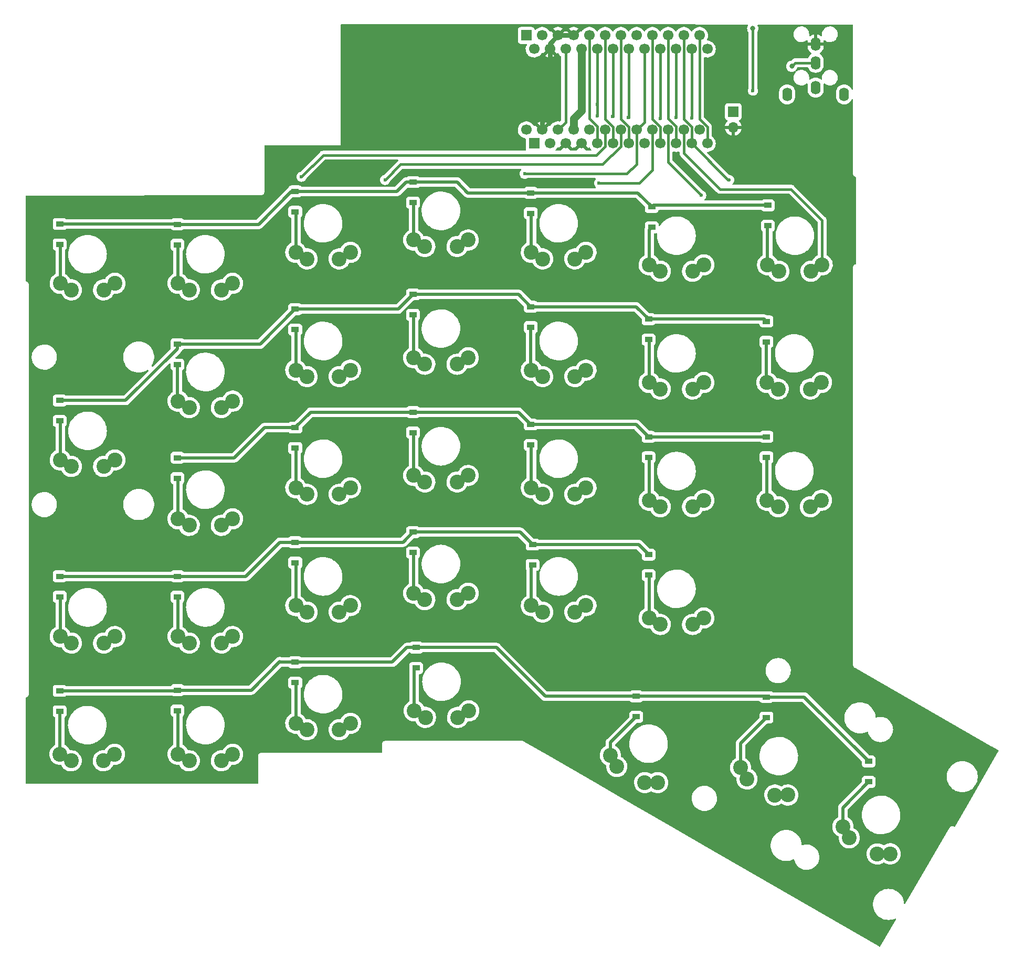
<source format=gbr>
%TF.GenerationSoftware,KiCad,Pcbnew,6.0.11-2627ca5db0~126~ubuntu20.04.1*%
%TF.CreationDate,2023-03-30T17:12:58+02:00*%
%TF.ProjectId,ergodash-low,6572676f-6461-4736-982d-6c6f772e6b69,rev?*%
%TF.SameCoordinates,Original*%
%TF.FileFunction,Copper,L1,Top*%
%TF.FilePolarity,Positive*%
%FSLAX46Y46*%
G04 Gerber Fmt 4.6, Leading zero omitted, Abs format (unit mm)*
G04 Created by KiCad (PCBNEW 6.0.11-2627ca5db0~126~ubuntu20.04.1) date 2023-03-30 17:12:58*
%MOMM*%
%LPD*%
G01*
G04 APERTURE LIST*
%TA.AperFunction,ComponentPad*%
%ADD10O,1.600000X2.200000*%
%TD*%
%TA.AperFunction,ComponentPad*%
%ADD11C,2.400000*%
%TD*%
%TA.AperFunction,ComponentPad*%
%ADD12R,1.700000X1.700000*%
%TD*%
%TA.AperFunction,ComponentPad*%
%ADD13O,1.700000X1.700000*%
%TD*%
%TA.AperFunction,ComponentPad*%
%ADD14C,1.700000*%
%TD*%
%TA.AperFunction,ComponentPad*%
%ADD15R,1.200000X0.900000*%
%TD*%
%TA.AperFunction,ViaPad*%
%ADD16C,0.600000*%
%TD*%
%TA.AperFunction,ViaPad*%
%ADD17C,0.800000*%
%TD*%
%TA.AperFunction,Conductor*%
%ADD18C,0.508000*%
%TD*%
%TA.AperFunction,Conductor*%
%ADD19C,0.381000*%
%TD*%
%TA.AperFunction,Conductor*%
%ADD20C,0.762000*%
%TD*%
%TA.AperFunction,Conductor*%
%ADD21C,1.270000*%
%TD*%
G04 APERTURE END LIST*
D10*
%TO.P,J2,R1*%
%TO.N,Net-(J2-PadR1)*%
X159450000Y-28087500D03*
%TO.P,J2,R2*%
%TO.N,Net-(J2-PadR2)*%
X159450000Y-24087500D03*
%TO.P,J2,S*%
%TO.N,GND*%
X159450000Y-21087500D03*
%TO.P,J2,T*%
%TO.N,VCC*%
X154850000Y-29187500D03*
X164050000Y-29187500D03*
%TD*%
D11*
%TO.P,SW7,1,1*%
%TO.N,/col1*%
X63600000Y-98750000D03*
X65400000Y-97700000D03*
%TO.P,SW7,2,2*%
%TO.N,Net-(D7-Pad2)*%
X58400000Y-98750000D03*
X56600000Y-97700000D03*
%TD*%
%TO.P,SW1,1,1*%
%TO.N,/col0*%
X44600000Y-60750000D03*
X46400000Y-59700000D03*
%TO.P,SW1,2,2*%
%TO.N,Net-(D1-Pad2)*%
X39400000Y-60750000D03*
X37600000Y-59700000D03*
%TD*%
%TO.P,SW3,1,1*%
%TO.N,/col0*%
X46400000Y-116700000D03*
X44600000Y-117750000D03*
%TO.P,SW3,2,2*%
%TO.N,Net-(D3-Pad2)*%
X37600000Y-116700000D03*
X39400000Y-117750000D03*
%TD*%
%TO.P,SW21,1,1*%
%TO.N,/col4*%
X122400000Y-73700000D03*
X120600000Y-74750000D03*
%TO.P,SW21,2,2*%
%TO.N,Net-(D21-Pad2)*%
X115400000Y-74750000D03*
X113600000Y-73700000D03*
%TD*%
%TO.P,SW15,1,1*%
%TO.N,/col3*%
X103400000Y-52700000D03*
X101600000Y-53750000D03*
%TO.P,SW15,2,2*%
%TO.N,Net-(D15-Pad2)*%
X96400000Y-53750000D03*
X94600000Y-52700000D03*
%TD*%
%TO.P,SW11,1,1*%
%TO.N,/col2*%
X84400000Y-73700000D03*
X82600000Y-74750000D03*
%TO.P,SW11,2,2*%
%TO.N,Net-(D11-Pad2)*%
X77400000Y-74750000D03*
X75600000Y-73700000D03*
%TD*%
%TO.P,SW32,1,1*%
%TO.N,/col6*%
X160400000Y-94700000D03*
X158600000Y-95750000D03*
%TO.P,SW32,2,2*%
%TO.N,Net-(D32-Pad2)*%
X153400000Y-95750000D03*
X151600000Y-94700000D03*
%TD*%
%TO.P,SW29,1,1*%
%TO.N,/col5*%
X154960512Y-142270319D03*
X152876666Y-142279646D03*
%TO.P,SW29,2,2*%
%TO.N,Net-(D29-Pad2)*%
X148373334Y-139679646D03*
X147339488Y-137870319D03*
%TD*%
%TO.P,SW25,1,1*%
%TO.N,/col5*%
X139600000Y-57750000D03*
X141400000Y-56700000D03*
%TO.P,SW25,2,2*%
%TO.N,Net-(D25-Pad2)*%
X132600000Y-56700000D03*
X134400000Y-57750000D03*
%TD*%
%TO.P,SW14,1,1*%
%TO.N,/col2*%
X84400000Y-130700000D03*
X82600000Y-131750000D03*
%TO.P,SW14,2,2*%
%TO.N,Net-(D14-Pad2)*%
X75600000Y-130700000D03*
X77400000Y-131750000D03*
%TD*%
%TO.P,SW24,1,1*%
%TO.N,/col4*%
X131876666Y-140279646D03*
X133960512Y-140270319D03*
%TO.P,SW24,2,2*%
%TO.N,Net-(D24-Pad2)*%
X127373334Y-137679646D03*
X126339488Y-135870319D03*
%TD*%
%TO.P,SW8,1,1*%
%TO.N,/col1*%
X63600000Y-117750000D03*
X65400000Y-116700000D03*
%TO.P,SW8,2,2*%
%TO.N,Net-(D8-Pad2)*%
X58400000Y-117750000D03*
X56600000Y-116700000D03*
%TD*%
%TO.P,SW33,1,1*%
%TO.N,/col6*%
X169376666Y-151779646D03*
X171460512Y-151770319D03*
%TO.P,SW33,2,2*%
%TO.N,Net-(D33-Pad2)*%
X164873334Y-149179646D03*
X163839488Y-147370319D03*
%TD*%
%TO.P,SW16,1,1*%
%TO.N,/col3*%
X103400000Y-71700000D03*
X101600000Y-72750000D03*
%TO.P,SW16,2,2*%
%TO.N,Net-(D16-Pad2)*%
X94600000Y-71700000D03*
X96400000Y-72750000D03*
%TD*%
%TO.P,SW31,1,1*%
%TO.N,/col6*%
X158600000Y-76750000D03*
X160400000Y-75700000D03*
%TO.P,SW31,2,2*%
%TO.N,Net-(D31-Pad2)*%
X151600000Y-75700000D03*
X153400000Y-76750000D03*
%TD*%
%TO.P,SW9,1,1*%
%TO.N,/col1*%
X65400000Y-135700000D03*
X63600000Y-136750000D03*
%TO.P,SW9,2,2*%
%TO.N,Net-(D9-Pad2)*%
X56600000Y-135700000D03*
X58400000Y-136750000D03*
%TD*%
%TO.P,SW6,1,1*%
%TO.N,/col1*%
X65400000Y-78700000D03*
X63600000Y-79750000D03*
%TO.P,SW6,2,2*%
%TO.N,Net-(D6-Pad2)*%
X56600000Y-78700000D03*
X58400000Y-79750000D03*
%TD*%
%TO.P,SW27,1,1*%
%TO.N,/col5*%
X141400000Y-94700000D03*
X139600000Y-95750000D03*
%TO.P,SW27,2,2*%
%TO.N,Net-(D27-Pad2)*%
X134400000Y-95750000D03*
X132600000Y-94700000D03*
%TD*%
%TO.P,SW5,1,1*%
%TO.N,/col1*%
X65400000Y-59700000D03*
X63600000Y-60750000D03*
%TO.P,SW5,2,2*%
%TO.N,Net-(D5-Pad2)*%
X58400000Y-60750000D03*
X56600000Y-59700000D03*
%TD*%
%TO.P,SW28,1,1*%
%TO.N,/col5*%
X139600000Y-114750000D03*
X141400000Y-113700000D03*
%TO.P,SW28,2,2*%
%TO.N,Net-(D28-Pad2)*%
X132600000Y-113700000D03*
X134400000Y-114750000D03*
%TD*%
D12*
%TO.P,J1,1,Pin_1*%
%TO.N,/rst*%
X146150000Y-31975000D03*
D13*
%TO.P,J1,2,Pin_2*%
%TO.N,GND*%
X146150000Y-34515000D03*
%TD*%
D11*
%TO.P,SW4,1,1*%
%TO.N,/col0*%
X44550000Y-136750000D03*
X46350000Y-135700000D03*
%TO.P,SW4,2,2*%
%TO.N,Net-(D4-Pad2)*%
X39350000Y-136750000D03*
X37550000Y-135700000D03*
%TD*%
%TO.P,SW19,1,1*%
%TO.N,/col3*%
X101700000Y-129750000D03*
X103500000Y-128700000D03*
%TO.P,SW19,2,2*%
%TO.N,Net-(D19-Pad2)*%
X96500000Y-129750000D03*
X94700000Y-128700000D03*
%TD*%
D12*
%TO.P,U1,1,TX*%
%TO.N,unconnected-(U1-Pad1)*%
X114030000Y-37120000D03*
D14*
%TO.P,U1,2,RX*%
%TO.N,unconnected-(U1-Pad2)*%
X116570000Y-37120000D03*
%TO.P,U1,3,GND*%
%TO.N,GND*%
X119110000Y-37120000D03*
%TO.P,U1,4,GND*%
X121650000Y-37120000D03*
%TO.P,U1,5,SDA*%
%TO.N,/sda*%
X124190000Y-37120000D03*
%TO.P,U1,6,SCL*%
%TO.N,/scl{slash}serial*%
X126730000Y-37120000D03*
%TO.P,U1,7,D4*%
%TO.N,/row0*%
X129270000Y-37120000D03*
%TO.P,U1,8,C6*%
%TO.N,unconnected-(U1-Pad8)*%
X131810000Y-37120000D03*
%TO.P,U1,9,D7*%
%TO.N,/row1*%
X134350000Y-37120000D03*
%TO.P,U1,10,E6*%
%TO.N,/row2*%
X136890000Y-37120000D03*
%TO.P,U1,11,B4*%
%TO.N,/row3*%
X139430000Y-37120000D03*
%TO.P,U1,12,B5*%
%TO.N,/row4*%
X141970000Y-37120000D03*
%TO.P,U1,13,B6*%
%TO.N,unconnected-(U1-Pad13)*%
X141970000Y-21880000D03*
%TO.P,U1,14,B2*%
%TO.N,/col6*%
X139430000Y-21880000D03*
%TO.P,U1,15,B3*%
%TO.N,/col5*%
X136890000Y-21880000D03*
%TO.P,U1,16,B1*%
%TO.N,/col4*%
X134350000Y-21880000D03*
%TO.P,U1,17,F7*%
%TO.N,/col3*%
X131810000Y-21880000D03*
%TO.P,U1,18,F6*%
%TO.N,/col2*%
X129270000Y-21880000D03*
%TO.P,U1,19,F5*%
%TO.N,/col1*%
X126730000Y-21880000D03*
%TO.P,U1,20,F4*%
%TO.N,/col0*%
X124190000Y-21880000D03*
%TO.P,U1,21,VCC*%
%TO.N,VCC*%
X121650000Y-21880000D03*
%TO.P,U1,22,RST*%
%TO.N,/rst*%
X119110000Y-21880000D03*
%TO.P,U1,23,GND*%
%TO.N,GND*%
X116570000Y-21880000D03*
%TO.P,U1,24,RAW*%
%TO.N,unconnected-(U1-Pad24)*%
X114030000Y-21880000D03*
%TD*%
D11*
%TO.P,SW26,1,1*%
%TO.N,/col5*%
X141400000Y-75700000D03*
X139600000Y-76750000D03*
%TO.P,SW26,2,2*%
%TO.N,Net-(D26-Pad2)*%
X132600000Y-75700000D03*
X134400000Y-76750000D03*
%TD*%
%TO.P,SW17,1,1*%
%TO.N,/col3*%
X101600000Y-91750000D03*
X103400000Y-90700000D03*
%TO.P,SW17,2,2*%
%TO.N,Net-(D17-Pad2)*%
X94600000Y-90700000D03*
X96400000Y-91750000D03*
%TD*%
%TO.P,SW12,1,1*%
%TO.N,/col2*%
X84400000Y-92700000D03*
X82600000Y-93750000D03*
%TO.P,SW12,2,2*%
%TO.N,Net-(D12-Pad2)*%
X75600000Y-92700000D03*
X77400000Y-93750000D03*
%TD*%
%TO.P,SW22,1,1*%
%TO.N,/col4*%
X120600000Y-93750000D03*
X122400000Y-92700000D03*
%TO.P,SW22,2,2*%
%TO.N,Net-(D22-Pad2)*%
X113600000Y-92700000D03*
X115400000Y-93750000D03*
%TD*%
%TO.P,SW23,1,1*%
%TO.N,/col4*%
X120600000Y-112750000D03*
X122400000Y-111700000D03*
%TO.P,SW23,2,2*%
%TO.N,Net-(D23-Pad2)*%
X115400000Y-112750000D03*
X113600000Y-111700000D03*
%TD*%
%TO.P,SW10,1,1*%
%TO.N,/col2*%
X84400000Y-54700000D03*
X82600000Y-55750000D03*
%TO.P,SW10,2,2*%
%TO.N,Net-(D10-Pad2)*%
X75600000Y-54700000D03*
X77400000Y-55750000D03*
%TD*%
%TO.P,SW13,1,1*%
%TO.N,/col2*%
X82600000Y-112750000D03*
X84400000Y-111700000D03*
%TO.P,SW13,2,2*%
%TO.N,Net-(D13-Pad2)*%
X75600000Y-111700000D03*
X77400000Y-112750000D03*
%TD*%
%TO.P,SW20,1,1*%
%TO.N,/col4*%
X122400000Y-54700000D03*
X120600000Y-55750000D03*
%TO.P,SW20,2,2*%
%TO.N,Net-(D20-Pad2)*%
X113600000Y-54700000D03*
X115400000Y-55750000D03*
%TD*%
%TO.P,SW30,1,1*%
%TO.N,/col6*%
X158700000Y-57750000D03*
X160500000Y-56700000D03*
%TO.P,SW30,2,2*%
%TO.N,Net-(D30-Pad2)*%
X151700000Y-56700000D03*
X153500000Y-57750000D03*
%TD*%
%TO.P,SW2,1,1*%
%TO.N,/col0*%
X46400000Y-88200000D03*
X44600000Y-89250000D03*
%TO.P,SW2,2,2*%
%TO.N,Net-(D2-Pad2)*%
X39400000Y-89250000D03*
X37600000Y-88200000D03*
%TD*%
%TO.P,SW18,1,1*%
%TO.N,/col3*%
X103400000Y-109700000D03*
X101600000Y-110750000D03*
%TO.P,SW18,2,2*%
%TO.N,Net-(D18-Pad2)*%
X94600000Y-109700000D03*
X96400000Y-110750000D03*
%TD*%
D15*
%TO.P,D12,1,K*%
%TO.N,/row2*%
X75500000Y-82975000D03*
%TO.P,D12,2,A*%
%TO.N,Net-(D12-Pad2)*%
X75500000Y-86275000D03*
%TD*%
%TO.P,D9,1,K*%
%TO.N,/row0*%
X56500000Y-125350000D03*
%TO.P,D9,2,A*%
%TO.N,Net-(D9-Pad2)*%
X56500000Y-128650000D03*
%TD*%
%TO.P,D2,1,K*%
%TO.N,/row3*%
X37500000Y-78600000D03*
%TO.P,D2,2,A*%
%TO.N,Net-(D2-Pad2)*%
X37500000Y-81900000D03*
%TD*%
%TO.P,D23,1,K*%
%TO.N,/row1*%
X113800000Y-101850000D03*
%TO.P,D23,2,A*%
%TO.N,Net-(D23-Pad2)*%
X113800000Y-105150000D03*
%TD*%
%TO.P,D13,1,K*%
%TO.N,/row1*%
X75500000Y-101475000D03*
%TO.P,D13,2,A*%
%TO.N,Net-(D13-Pad2)*%
X75500000Y-104775000D03*
%TD*%
%TO.P,D25,1,K*%
%TO.N,/row4*%
X133000000Y-47350000D03*
%TO.P,D25,2,A*%
%TO.N,Net-(D25-Pad2)*%
X133000000Y-50650000D03*
%TD*%
%TO.P,D32,1,K*%
%TO.N,/row2*%
X151500000Y-84475000D03*
%TO.P,D32,2,A*%
%TO.N,Net-(D32-Pad2)*%
X151500000Y-87775000D03*
%TD*%
%TO.P,D16,1,K*%
%TO.N,/row3*%
X94500000Y-61475000D03*
%TO.P,D16,2,A*%
%TO.N,Net-(D16-Pad2)*%
X94500000Y-64775000D03*
%TD*%
D12*
%TO.P,U2,1,TX*%
%TO.N,unconnected-(U2-Pad1)*%
X112780000Y-19680000D03*
D14*
%TO.P,U2,2,RX*%
%TO.N,unconnected-(U2-Pad2)*%
X115320000Y-19680000D03*
%TO.P,U2,3,GND*%
%TO.N,GND*%
X117860000Y-19680000D03*
%TO.P,U2,4,GND*%
X120400000Y-19680000D03*
%TO.P,U2,5,SDA*%
%TO.N,/sda*%
X122940000Y-19680000D03*
%TO.P,U2,6,SCL*%
%TO.N,/scl{slash}serial*%
X125480000Y-19680000D03*
%TO.P,U2,7,D4*%
%TO.N,/row0*%
X128020000Y-19680000D03*
%TO.P,U2,8,C6*%
%TO.N,unconnected-(U2-Pad8)*%
X130560000Y-19680000D03*
%TO.P,U2,9,D7*%
%TO.N,/row1*%
X133100000Y-19680000D03*
%TO.P,U2,10,E6*%
%TO.N,/row2*%
X135640000Y-19680000D03*
%TO.P,U2,11,B4*%
%TO.N,/row3*%
X138180000Y-19680000D03*
%TO.P,U2,12,B5*%
%TO.N,/row4*%
X140720000Y-19680000D03*
%TO.P,U2,13,B6*%
%TO.N,unconnected-(U2-Pad13)*%
X140720000Y-34920000D03*
%TO.P,U2,14,B2*%
%TO.N,/col6*%
X138180000Y-34920000D03*
%TO.P,U2,15,B3*%
%TO.N,/col5*%
X135640000Y-34920000D03*
%TO.P,U2,16,B1*%
%TO.N,/col4*%
X133100000Y-34920000D03*
%TO.P,U2,17,F7*%
%TO.N,/col3*%
X130560000Y-34920000D03*
%TO.P,U2,18,F6*%
%TO.N,/col2*%
X128020000Y-34920000D03*
%TO.P,U2,19,F5*%
%TO.N,/col1*%
X125480000Y-34920000D03*
%TO.P,U2,20,F4*%
%TO.N,/col0*%
X122940000Y-34920000D03*
%TO.P,U2,21,VCC*%
%TO.N,VCC*%
X120400000Y-34920000D03*
%TO.P,U2,22,RST*%
%TO.N,/rst*%
X117860000Y-34920000D03*
%TO.P,U2,23,GND*%
%TO.N,GND*%
X115320000Y-34920000D03*
%TO.P,U2,24,RAW*%
%TO.N,unconnected-(U2-Pad24)*%
X112780000Y-34920000D03*
%TD*%
D15*
%TO.P,D17,1,K*%
%TO.N,/row2*%
X94500000Y-80475000D03*
%TO.P,D17,2,A*%
%TO.N,Net-(D17-Pad2)*%
X94500000Y-83775000D03*
%TD*%
%TO.P,D24,1,K*%
%TO.N,/row0*%
X130500000Y-126350000D03*
%TO.P,D24,2,A*%
%TO.N,Net-(D24-Pad2)*%
X130500000Y-129650000D03*
%TD*%
%TO.P,D27,1,K*%
%TO.N,/row2*%
X132500000Y-84475000D03*
%TO.P,D27,2,A*%
%TO.N,Net-(D27-Pad2)*%
X132500000Y-87775000D03*
%TD*%
%TO.P,D15,1,K*%
%TO.N,/row4*%
X94500000Y-43350000D03*
%TO.P,D15,2,A*%
%TO.N,Net-(D15-Pad2)*%
X94500000Y-46650000D03*
%TD*%
%TO.P,D19,1,K*%
%TO.N,/row0*%
X95000000Y-118475000D03*
%TO.P,D19,2,A*%
%TO.N,Net-(D19-Pad2)*%
X95000000Y-121775000D03*
%TD*%
%TO.P,D22,1,K*%
%TO.N,/row2*%
X113500000Y-82475000D03*
%TO.P,D22,2,A*%
%TO.N,Net-(D22-Pad2)*%
X113500000Y-85775000D03*
%TD*%
%TO.P,D30,1,K*%
%TO.N,/row4*%
X151750000Y-47100000D03*
%TO.P,D30,2,A*%
%TO.N,Net-(D30-Pad2)*%
X151750000Y-50400000D03*
%TD*%
%TO.P,D29,1,K*%
%TO.N,/row0*%
X151500000Y-126475000D03*
%TO.P,D29,2,A*%
%TO.N,Net-(D29-Pad2)*%
X151500000Y-129775000D03*
%TD*%
%TO.P,D33,1,K*%
%TO.N,/row0*%
X168000000Y-136850000D03*
%TO.P,D33,2,A*%
%TO.N,Net-(D33-Pad2)*%
X168000000Y-140150000D03*
%TD*%
%TO.P,D31,1,K*%
%TO.N,/row3*%
X151500000Y-65850000D03*
%TO.P,D31,2,A*%
%TO.N,Net-(D31-Pad2)*%
X151500000Y-69150000D03*
%TD*%
%TO.P,D11,1,K*%
%TO.N,/row3*%
X75500000Y-63850000D03*
%TO.P,D11,2,A*%
%TO.N,Net-(D11-Pad2)*%
X75500000Y-67150000D03*
%TD*%
%TO.P,D5,1,K*%
%TO.N,/row4*%
X56500000Y-50175000D03*
%TO.P,D5,2,A*%
%TO.N,Net-(D5-Pad2)*%
X56500000Y-53475000D03*
%TD*%
%TO.P,D14,1,K*%
%TO.N,/row0*%
X75500000Y-120850000D03*
%TO.P,D14,2,A*%
%TO.N,Net-(D14-Pad2)*%
X75500000Y-124150000D03*
%TD*%
%TO.P,D10,1,K*%
%TO.N,/row4*%
X75500000Y-44850000D03*
%TO.P,D10,2,A*%
%TO.N,Net-(D10-Pad2)*%
X75500000Y-48150000D03*
%TD*%
%TO.P,D18,1,K*%
%TO.N,/row1*%
X94500000Y-99850000D03*
%TO.P,D18,2,A*%
%TO.N,Net-(D18-Pad2)*%
X94500000Y-103150000D03*
%TD*%
%TO.P,D3,1,K*%
%TO.N,/row1*%
X37500000Y-106975000D03*
%TO.P,D3,2,A*%
%TO.N,Net-(D3-Pad2)*%
X37500000Y-110275000D03*
%TD*%
%TO.P,D1,1,K*%
%TO.N,/row4*%
X37500000Y-50125000D03*
%TO.P,D1,2,A*%
%TO.N,Net-(D1-Pad2)*%
X37500000Y-53425000D03*
%TD*%
%TO.P,D28,1,K*%
%TO.N,/row1*%
X132500000Y-103475000D03*
%TO.P,D28,2,A*%
%TO.N,Net-(D28-Pad2)*%
X132500000Y-106775000D03*
%TD*%
%TO.P,D26,1,K*%
%TO.N,/row3*%
X132500000Y-65475000D03*
%TO.P,D26,2,A*%
%TO.N,Net-(D26-Pad2)*%
X132500000Y-68775000D03*
%TD*%
%TO.P,D20,1,K*%
%TO.N,/row4*%
X113500000Y-45100000D03*
%TO.P,D20,2,A*%
%TO.N,Net-(D20-Pad2)*%
X113500000Y-48400000D03*
%TD*%
%TO.P,D4,1,K*%
%TO.N,/row0*%
X37500000Y-125475000D03*
%TO.P,D4,2,A*%
%TO.N,Net-(D4-Pad2)*%
X37500000Y-128775000D03*
%TD*%
%TO.P,D21,1,K*%
%TO.N,/row3*%
X113500000Y-63475000D03*
%TO.P,D21,2,A*%
%TO.N,Net-(D21-Pad2)*%
X113500000Y-66775000D03*
%TD*%
%TO.P,D8,1,K*%
%TO.N,/row1*%
X56500000Y-106975000D03*
%TO.P,D8,2,A*%
%TO.N,Net-(D8-Pad2)*%
X56500000Y-110275000D03*
%TD*%
%TO.P,D6,1,K*%
%TO.N,/row3*%
X56500000Y-69500000D03*
%TO.P,D6,2,A*%
%TO.N,Net-(D6-Pad2)*%
X56500000Y-72800000D03*
%TD*%
%TO.P,D7,1,K*%
%TO.N,/row2*%
X56500000Y-87850000D03*
%TO.P,D7,2,A*%
%TO.N,Net-(D7-Pad2)*%
X56500000Y-91150000D03*
%TD*%
D16*
%TO.N,/row3*%
X145500000Y-43000000D03*
D17*
%TO.N,GND*%
X89500000Y-61000000D03*
%TO.N,Net-(J2-PadR2)*%
X155600000Y-24650000D03*
D16*
%TO.N,VCC*%
X121650000Y-29650000D03*
X121650000Y-23950000D03*
X121650000Y-28300000D03*
X121650000Y-26925000D03*
X149325000Y-28600000D03*
X121650000Y-25650000D03*
D17*
X149300000Y-18550000D03*
D16*
%TO.N,/col0*%
X124190000Y-30810000D03*
X124200000Y-32700000D03*
%TO.N,/col1*%
X126700000Y-32800000D03*
X76500000Y-42500000D03*
%TO.N,/col2*%
X129250000Y-32950000D03*
X90000000Y-43000000D03*
%TO.N,/col3*%
X112500000Y-42000000D03*
%TO.N,/col4*%
X124500000Y-43500000D03*
X134350000Y-33100000D03*
%TO.N,/col5*%
X141000000Y-45500000D03*
X136900000Y-32950000D03*
%TO.N,/col6*%
X139450000Y-33000000D03*
%TD*%
D18*
%TO.N,/row4*%
X101600000Y-43350000D02*
X94500000Y-43350000D01*
D19*
X140720000Y-33165668D02*
X141970000Y-34415668D01*
D18*
X133250000Y-47100000D02*
X133000000Y-47350000D01*
D19*
X140720000Y-19680000D02*
X140720000Y-33165668D01*
D18*
X113500000Y-45100000D02*
X103350000Y-45100000D01*
D19*
X141970000Y-34415668D02*
X141970000Y-37120000D01*
D18*
X91900000Y-44850000D02*
X93400000Y-43350000D01*
X130750000Y-45100000D02*
X133000000Y-47350000D01*
X37500000Y-50125000D02*
X56450000Y-50125000D01*
X69575000Y-50175000D02*
X56500000Y-50175000D01*
X74900000Y-44850000D02*
X69575000Y-50175000D01*
X151750000Y-47100000D02*
X133250000Y-47100000D01*
X103350000Y-45100000D02*
X101600000Y-43350000D01*
X56450000Y-50125000D02*
X56500000Y-50175000D01*
X75500000Y-44850000D02*
X74900000Y-44850000D01*
X113500000Y-45100000D02*
X130750000Y-45100000D01*
X93400000Y-43350000D02*
X94500000Y-43350000D01*
X75500000Y-44850000D02*
X91900000Y-44850000D01*
%TO.N,Net-(D1-Pad2)*%
X37600000Y-59700000D02*
X37600000Y-53525000D01*
X37600000Y-53525000D02*
X37500000Y-53425000D01*
D19*
%TO.N,/row3*%
X145310000Y-43000000D02*
X145500000Y-43000000D01*
X138180000Y-33165668D02*
X139430000Y-34415668D01*
X139430000Y-37120000D02*
X145310000Y-43000000D01*
D18*
X130500000Y-63475000D02*
X132500000Y-65475000D01*
X37500000Y-78600000D02*
X48150000Y-78600000D01*
X94500000Y-61475000D02*
X111500000Y-61475000D01*
D19*
X139430000Y-34415668D02*
X139430000Y-37120000D01*
D18*
X113500000Y-63475000D02*
X130500000Y-63475000D01*
X75500000Y-63850000D02*
X92125000Y-63850000D01*
X151125000Y-65475000D02*
X151500000Y-65850000D01*
D19*
X138180000Y-19680000D02*
X138180000Y-33165668D01*
D18*
X132500000Y-65475000D02*
X151125000Y-65475000D01*
X56500000Y-69500000D02*
X69850000Y-69500000D01*
X92125000Y-63850000D02*
X94500000Y-61475000D01*
X111500000Y-61475000D02*
X113500000Y-63475000D01*
X56500000Y-70250000D02*
X56500000Y-69500000D01*
X48150000Y-78600000D02*
X56500000Y-70250000D01*
X69850000Y-69500000D02*
X75500000Y-63850000D01*
%TO.N,Net-(D2-Pad2)*%
X37600000Y-88200000D02*
X37600000Y-82000000D01*
X37600000Y-82000000D02*
X37500000Y-81900000D01*
%TO.N,/row1*%
X94500000Y-99850000D02*
X111800000Y-99850000D01*
D19*
X133100000Y-19680000D02*
X133100000Y-33165668D01*
D18*
X130875000Y-101850000D02*
X132500000Y-103475000D01*
D19*
X134350000Y-34415668D02*
X134350000Y-37120000D01*
D18*
X73025000Y-101475000D02*
X75500000Y-101475000D01*
X92875000Y-101475000D02*
X94500000Y-99850000D01*
X37500000Y-106975000D02*
X56500000Y-106975000D01*
X56500000Y-106975000D02*
X67525000Y-106975000D01*
X111800000Y-99850000D02*
X113800000Y-101850000D01*
X75500000Y-101475000D02*
X92875000Y-101475000D01*
D19*
X133100000Y-33165668D02*
X134350000Y-34415668D01*
D18*
X67525000Y-106975000D02*
X73025000Y-101475000D01*
X113800000Y-101850000D02*
X130875000Y-101850000D01*
%TO.N,Net-(D3-Pad2)*%
X37500000Y-110275000D02*
X37600000Y-110375000D01*
X37600000Y-110375000D02*
X37600000Y-116700000D01*
%TO.N,/row0*%
X95000000Y-118475000D02*
X107975000Y-118475000D01*
X75500000Y-120850000D02*
X91150000Y-120850000D01*
X151500000Y-126475000D02*
X157625000Y-126475000D01*
X68400000Y-125350000D02*
X73000000Y-120750000D01*
X93525000Y-118475000D02*
X95000000Y-118475000D01*
X56375000Y-125475000D02*
X56500000Y-125350000D01*
D19*
X129270000Y-34415668D02*
X129270000Y-37120000D01*
D18*
X115850000Y-126350000D02*
X130500000Y-126350000D01*
D19*
X128020000Y-33165668D02*
X129270000Y-34415668D01*
D18*
X151375000Y-126350000D02*
X151500000Y-126475000D01*
X56500000Y-125350000D02*
X68400000Y-125350000D01*
D19*
X128020000Y-19680000D02*
X128020000Y-33165668D01*
D18*
X73000000Y-120750000D02*
X73100000Y-120850000D01*
X107975000Y-118475000D02*
X115850000Y-126350000D01*
X130500000Y-126350000D02*
X151375000Y-126350000D01*
X91150000Y-120850000D02*
X93525000Y-118475000D01*
X73100000Y-120850000D02*
X75500000Y-120850000D01*
X37500000Y-125475000D02*
X56375000Y-125475000D01*
X157625000Y-126475000D02*
X168000000Y-136850000D01*
%TO.N,Net-(D4-Pad2)*%
X37550000Y-128825000D02*
X37500000Y-128775000D01*
X37550000Y-135700000D02*
X37550000Y-128825000D01*
%TO.N,Net-(D5-Pad2)*%
X56600000Y-53575000D02*
X56600000Y-59700000D01*
X56500000Y-53475000D02*
X56600000Y-53575000D01*
%TO.N,Net-(D6-Pad2)*%
X56500000Y-78600000D02*
X56600000Y-78700000D01*
X56500000Y-72800000D02*
X56500000Y-78600000D01*
D19*
%TO.N,/row2*%
X136890000Y-34356668D02*
X136890000Y-37120000D01*
X135640000Y-33106668D02*
X136890000Y-34356668D01*
D18*
X151500000Y-84475000D02*
X132500000Y-84475000D01*
X65650000Y-87850000D02*
X70525000Y-82975000D01*
X111500000Y-80475000D02*
X113500000Y-82475000D01*
X94500000Y-80475000D02*
X78000000Y-80475000D01*
X130500000Y-82475000D02*
X132500000Y-84475000D01*
X94500000Y-80475000D02*
X111500000Y-80475000D01*
X70525000Y-82975000D02*
X75500000Y-82975000D01*
X56500000Y-87850000D02*
X65650000Y-87850000D01*
D19*
X135640000Y-19680000D02*
X135640000Y-33106668D01*
D18*
X78000000Y-80475000D02*
X75500000Y-82975000D01*
X113500000Y-82475000D02*
X130500000Y-82475000D01*
%TO.N,Net-(D7-Pad2)*%
X56600000Y-91250000D02*
X56600000Y-97700000D01*
X56500000Y-91150000D02*
X56600000Y-91250000D01*
%TO.N,Net-(D8-Pad2)*%
X56600000Y-110375000D02*
X56600000Y-116700000D01*
X56500000Y-110275000D02*
X56600000Y-110375000D01*
%TO.N,Net-(D9-Pad2)*%
X56500000Y-128650000D02*
X56600000Y-128750000D01*
X56600000Y-128750000D02*
X56600000Y-135700000D01*
%TO.N,Net-(D10-Pad2)*%
X75600000Y-48250000D02*
X75600000Y-54700000D01*
X75500000Y-48150000D02*
X75600000Y-48250000D01*
%TO.N,Net-(D11-Pad2)*%
X75500000Y-67150000D02*
X75600000Y-67250000D01*
X75600000Y-67250000D02*
X75600000Y-73700000D01*
%TO.N,Net-(D12-Pad2)*%
X75600000Y-86375000D02*
X75600000Y-92700000D01*
X75500000Y-86275000D02*
X75600000Y-86375000D01*
%TO.N,Net-(D13-Pad2)*%
X75600000Y-104875000D02*
X75600000Y-111700000D01*
X75500000Y-104775000D02*
X75600000Y-104875000D01*
%TO.N,Net-(D14-Pad2)*%
X75500000Y-124150000D02*
X75600000Y-124250000D01*
X75600000Y-124250000D02*
X75600000Y-130700000D01*
%TO.N,Net-(D15-Pad2)*%
X94600000Y-46750000D02*
X94600000Y-52700000D01*
X94500000Y-46650000D02*
X94600000Y-46750000D01*
%TO.N,Net-(D16-Pad2)*%
X94500000Y-64775000D02*
X94600000Y-64875000D01*
X94600000Y-64875000D02*
X94600000Y-71700000D01*
%TO.N,Net-(D17-Pad2)*%
X94600000Y-83875000D02*
X94600000Y-90700000D01*
X94500000Y-83775000D02*
X94600000Y-83875000D01*
%TO.N,Net-(D18-Pad2)*%
X94500000Y-103150000D02*
X94600000Y-103250000D01*
X94600000Y-103250000D02*
X94600000Y-109700000D01*
%TO.N,Net-(D19-Pad2)*%
X95000000Y-121775000D02*
X94700000Y-122075000D01*
X94700000Y-122075000D02*
X94700000Y-128700000D01*
%TO.N,Net-(D20-Pad2)*%
X113600000Y-48500000D02*
X113600000Y-54700000D01*
X113500000Y-48400000D02*
X113600000Y-48500000D01*
%TO.N,Net-(D21-Pad2)*%
X113500000Y-66775000D02*
X113500000Y-73600000D01*
X113500000Y-73600000D02*
X113600000Y-73700000D01*
%TO.N,Net-(D22-Pad2)*%
X113600000Y-85875000D02*
X113600000Y-92700000D01*
X113500000Y-85775000D02*
X113600000Y-85875000D01*
%TO.N,Net-(D23-Pad2)*%
X113600000Y-105350000D02*
X113600000Y-111700000D01*
X113800000Y-105150000D02*
X113600000Y-105350000D01*
%TO.N,Net-(D24-Pad2)*%
X126339488Y-133810512D02*
X130500000Y-129650000D01*
X126339488Y-135870319D02*
X126339488Y-133810512D01*
%TO.N,Net-(D25-Pad2)*%
X133000000Y-50650000D02*
X132600000Y-51050000D01*
X132600000Y-51050000D02*
X132600000Y-56700000D01*
%TO.N,Net-(D26-Pad2)*%
X132500000Y-68775000D02*
X132600000Y-68875000D01*
X132600000Y-68875000D02*
X132600000Y-75700000D01*
%TO.N,Net-(D27-Pad2)*%
X132600000Y-87875000D02*
X132600000Y-94700000D01*
X132500000Y-87775000D02*
X132600000Y-87875000D01*
%TO.N,Net-(D28-Pad2)*%
X132600000Y-106875000D02*
X132600000Y-113700000D01*
X132500000Y-106775000D02*
X132600000Y-106875000D01*
%TO.N,Net-(D29-Pad2)*%
X147339488Y-133935512D02*
X151500000Y-129775000D01*
X147339488Y-137870319D02*
X147339488Y-133935512D01*
%TO.N,Net-(D30-Pad2)*%
X151700000Y-50450000D02*
X151700000Y-56700000D01*
X151750000Y-50400000D02*
X151700000Y-50450000D01*
%TO.N,Net-(D31-Pad2)*%
X151500000Y-69150000D02*
X151500000Y-75600000D01*
X151500000Y-75600000D02*
X151600000Y-75700000D01*
%TO.N,Net-(D32-Pad2)*%
X151500000Y-87775000D02*
X151600000Y-87875000D01*
X151600000Y-87875000D02*
X151600000Y-94700000D01*
%TO.N,Net-(D33-Pad2)*%
X163839488Y-144310512D02*
X168000000Y-140150000D01*
X163839488Y-147370319D02*
X163839488Y-144310512D01*
D19*
%TO.N,/rst*%
X119110000Y-21880000D02*
X119110000Y-33670000D01*
X119110000Y-33670000D02*
X117860000Y-34920000D01*
D20*
%TO.N,GND*%
X116570000Y-21880000D02*
X116570000Y-32330000D01*
X116570000Y-32330000D02*
X115320000Y-33580000D01*
X115320000Y-33580000D02*
X115320000Y-34920000D01*
X120400000Y-19680000D02*
X117860000Y-19680000D01*
X116570000Y-21880000D02*
X116570000Y-20970000D01*
X116570000Y-20970000D02*
X117860000Y-19680000D01*
D19*
%TO.N,/scl{slash}serial*%
X125480000Y-33165668D02*
X126730000Y-34415668D01*
X126730000Y-34415668D02*
X126730000Y-37120000D01*
X125480000Y-19680000D02*
X125480000Y-33165668D01*
%TO.N,/sda*%
X124190000Y-34356668D02*
X124190000Y-37120000D01*
X122940000Y-33106668D02*
X124190000Y-34356668D01*
X122940000Y-19680000D02*
X122940000Y-33106668D01*
%TO.N,Net-(J2-PadR2)*%
X156162500Y-24087500D02*
X159450000Y-24087500D01*
X155600000Y-24650000D02*
X156162500Y-24087500D01*
D21*
%TO.N,VCC*%
X120400000Y-34920000D02*
X120400000Y-33100000D01*
X121650000Y-23950000D02*
X121650000Y-21880000D01*
X121650000Y-25650000D02*
X121650000Y-23950000D01*
X121650000Y-26925000D02*
X121650000Y-25650000D01*
D19*
X149325000Y-18575000D02*
X149300000Y-18550000D01*
D21*
X121650000Y-28300000D02*
X121650000Y-26925000D01*
D19*
X149325000Y-28600000D02*
X149325000Y-18575000D01*
D21*
X120400000Y-33100000D02*
X121650000Y-31850000D01*
X121650000Y-29650000D02*
X121650000Y-28300000D01*
X121650000Y-31850000D02*
X121650000Y-29650000D01*
D19*
%TO.N,/col0*%
X124190000Y-21880000D02*
X124190000Y-30810000D01*
X124190000Y-32690000D02*
X124200000Y-32700000D01*
X124190000Y-30810000D02*
X124190000Y-32690000D01*
%TO.N,/col1*%
X80000000Y-39000000D02*
X124064332Y-39000000D01*
X125480000Y-37584332D02*
X125480000Y-34920000D01*
X76500000Y-42500000D02*
X80000000Y-39000000D01*
X124064332Y-39000000D02*
X125480000Y-37584332D01*
X126730000Y-21880000D02*
X126730000Y-32770000D01*
X126730000Y-32770000D02*
X126700000Y-32800000D01*
%TO.N,/col2*%
X128020000Y-34920000D02*
X128020000Y-37584332D01*
X129270000Y-32930000D02*
X129250000Y-32950000D01*
X128020000Y-37584332D02*
X125104332Y-40500000D01*
X92500000Y-40500000D02*
X90000000Y-43000000D01*
X92500000Y-40500000D02*
X125104332Y-40500000D01*
X129270000Y-21880000D02*
X129270000Y-32930000D01*
%TO.N,/col3*%
X129000000Y-42000000D02*
X112500000Y-42000000D01*
X131810000Y-33670000D02*
X130560000Y-34920000D01*
X130560000Y-40440000D02*
X129000000Y-42000000D01*
X131810000Y-21880000D02*
X131810000Y-33670000D01*
X130560000Y-34920000D02*
X130560000Y-40440000D01*
%TO.N,/col4*%
X131000000Y-43500000D02*
X124500000Y-43500000D01*
X131000000Y-43500000D02*
X133100000Y-41400000D01*
X133100000Y-34920000D02*
X133100000Y-41400000D01*
X134350000Y-21880000D02*
X134350000Y-33100000D01*
%TO.N,/col5*%
X135640000Y-34920000D02*
X135640000Y-40140000D01*
X135640000Y-40140000D02*
X141000000Y-45500000D01*
X136890000Y-21880000D02*
X136890000Y-32940000D01*
X136890000Y-32940000D02*
X136900000Y-32950000D01*
%TO.N,/col6*%
X155500000Y-44500000D02*
X160500000Y-49500000D01*
X139430000Y-21880000D02*
X139430000Y-32980000D01*
X138180000Y-38680000D02*
X144000000Y-44500000D01*
X138180000Y-34920000D02*
X138180000Y-38680000D01*
X144000000Y-44500000D02*
X155500000Y-44500000D01*
X160500000Y-49500000D02*
X160500000Y-56700000D01*
X139430000Y-32980000D02*
X139450000Y-33000000D01*
%TD*%
%TA.AperFunction,Conductor*%
%TO.N,GND*%
G36*
X131766479Y-17895551D02*
G01*
X148405626Y-17904217D01*
X148473736Y-17924255D01*
X148520201Y-17977934D01*
X148530268Y-18048214D01*
X148514679Y-18093217D01*
X148465473Y-18178444D01*
X148406458Y-18360072D01*
X148405768Y-18366633D01*
X148405768Y-18366635D01*
X148393350Y-18484788D01*
X148386496Y-18550000D01*
X148387186Y-18556565D01*
X148403553Y-18712285D01*
X148406458Y-18739928D01*
X148465473Y-18921556D01*
X148468776Y-18927278D01*
X148468777Y-18927279D01*
X148524978Y-19024621D01*
X148560960Y-19086944D01*
X148565378Y-19091851D01*
X148565379Y-19091852D01*
X148593636Y-19123234D01*
X148624353Y-19187241D01*
X148626000Y-19207545D01*
X148626000Y-28154969D01*
X148605912Y-28223223D01*
X148596235Y-28238238D01*
X148593826Y-28244858D01*
X148593824Y-28244861D01*
X148536606Y-28402066D01*
X148534197Y-28408685D01*
X148511463Y-28588640D01*
X148529163Y-28769160D01*
X148586418Y-28941273D01*
X148590065Y-28947295D01*
X148590066Y-28947297D01*
X148645762Y-29039262D01*
X148680380Y-29096424D01*
X148806382Y-29226902D01*
X148958159Y-29326222D01*
X148964763Y-29328678D01*
X148964765Y-29328679D01*
X149121558Y-29386990D01*
X149121560Y-29386990D01*
X149128168Y-29389448D01*
X149211995Y-29400633D01*
X149300980Y-29412507D01*
X149300984Y-29412507D01*
X149307961Y-29413438D01*
X149314972Y-29412800D01*
X149314976Y-29412800D01*
X149457459Y-29399832D01*
X149488600Y-29396998D01*
X149495302Y-29394820D01*
X149495304Y-29394820D01*
X149654409Y-29343124D01*
X149654412Y-29343123D01*
X149661108Y-29340947D01*
X149816912Y-29248069D01*
X149948266Y-29122982D01*
X150048643Y-28971902D01*
X150102003Y-28831433D01*
X150110555Y-28808920D01*
X150110556Y-28808918D01*
X150113055Y-28802338D01*
X150114035Y-28795366D01*
X150137748Y-28626639D01*
X150137748Y-28626636D01*
X150138299Y-28622717D01*
X150138616Y-28600000D01*
X150118397Y-28419745D01*
X150114546Y-28408685D01*
X150061063Y-28255105D01*
X150058745Y-28248448D01*
X150043145Y-28223482D01*
X150024000Y-28156714D01*
X150024000Y-24650000D01*
X154686496Y-24650000D01*
X154687186Y-24656565D01*
X154703834Y-24814958D01*
X154706458Y-24839928D01*
X154765473Y-25021556D01*
X154768776Y-25027278D01*
X154768777Y-25027279D01*
X154802686Y-25086010D01*
X154860960Y-25186944D01*
X154865375Y-25191847D01*
X154865379Y-25191852D01*
X154984325Y-25323955D01*
X154988747Y-25328866D01*
X155143248Y-25441118D01*
X155149276Y-25443802D01*
X155149278Y-25443803D01*
X155311681Y-25516109D01*
X155317712Y-25518794D01*
X155393969Y-25535003D01*
X155498056Y-25557128D01*
X155498061Y-25557128D01*
X155504513Y-25558500D01*
X155695487Y-25558500D01*
X155701939Y-25557128D01*
X155701944Y-25557128D01*
X155806031Y-25535003D01*
X155882288Y-25518794D01*
X155888319Y-25516109D01*
X156050722Y-25443803D01*
X156050724Y-25443802D01*
X156056752Y-25441118D01*
X156078266Y-25425487D01*
X156145133Y-25401628D01*
X156214285Y-25417707D01*
X156263766Y-25468620D01*
X156277866Y-25538203D01*
X156252109Y-25604362D01*
X156242812Y-25615107D01*
X156168008Y-25692299D01*
X156042710Y-25878762D01*
X155952412Y-26084467D01*
X155899968Y-26302911D01*
X155899645Y-26308516D01*
X155888981Y-26493478D01*
X155887037Y-26527190D01*
X155914025Y-26750215D01*
X155980082Y-26964935D01*
X155982652Y-26969915D01*
X155982654Y-26969919D01*
X156047852Y-27096238D01*
X156083118Y-27164564D01*
X156219877Y-27342792D01*
X156386036Y-27493985D01*
X156390783Y-27496963D01*
X156390786Y-27496965D01*
X156519229Y-27577536D01*
X156576344Y-27613364D01*
X156784783Y-27697156D01*
X157004767Y-27742713D01*
X157009378Y-27742979D01*
X157009379Y-27742979D01*
X157059952Y-27745895D01*
X157059956Y-27745895D01*
X157061775Y-27746000D01*
X157206999Y-27746000D01*
X157209786Y-27745751D01*
X157209792Y-27745751D01*
X157279929Y-27739491D01*
X157373762Y-27731117D01*
X157379176Y-27729636D01*
X157379181Y-27729635D01*
X157506912Y-27694691D01*
X157590451Y-27671837D01*
X157595509Y-27669425D01*
X157595513Y-27669423D01*
X157713042Y-27613364D01*
X157793218Y-27575122D01*
X157897623Y-27500100D01*
X157956380Y-27457879D01*
X158023372Y-27434372D01*
X158092438Y-27450814D01*
X158141651Y-27501987D01*
X158155427Y-27571183D01*
X158146492Y-27673317D01*
X158141500Y-27730373D01*
X158141500Y-28444627D01*
X158156457Y-28615587D01*
X158157881Y-28620900D01*
X158157881Y-28620902D01*
X158169669Y-28664893D01*
X158215716Y-28836743D01*
X158218039Y-28841724D01*
X158218039Y-28841725D01*
X158310151Y-29039262D01*
X158310154Y-29039267D01*
X158312477Y-29044249D01*
X158363496Y-29117111D01*
X158436824Y-29221834D01*
X158443802Y-29231800D01*
X158605700Y-29393698D01*
X158610208Y-29396855D01*
X158610211Y-29396857D01*
X158688389Y-29451598D01*
X158793251Y-29525023D01*
X158798233Y-29527346D01*
X158798238Y-29527349D01*
X158995775Y-29619461D01*
X159000757Y-29621784D01*
X159006065Y-29623206D01*
X159006067Y-29623207D01*
X159216598Y-29679619D01*
X159216600Y-29679619D01*
X159221913Y-29681043D01*
X159450000Y-29700998D01*
X159678087Y-29681043D01*
X159683400Y-29679619D01*
X159683402Y-29679619D01*
X159893933Y-29623207D01*
X159893935Y-29623206D01*
X159899243Y-29621784D01*
X159904225Y-29619461D01*
X160101762Y-29527349D01*
X160101767Y-29527346D01*
X160106749Y-29525023D01*
X160211611Y-29451598D01*
X160289789Y-29396857D01*
X160289792Y-29396855D01*
X160294300Y-29393698D01*
X160456198Y-29231800D01*
X160463177Y-29221834D01*
X160536504Y-29117111D01*
X160587523Y-29044249D01*
X160589846Y-29039267D01*
X160589849Y-29039262D01*
X160681961Y-28841725D01*
X160681961Y-28841724D01*
X160684284Y-28836743D01*
X160730332Y-28664893D01*
X160742119Y-28620902D01*
X160742119Y-28620900D01*
X160743543Y-28615587D01*
X160758500Y-28444627D01*
X160758500Y-27730373D01*
X160755411Y-27695060D01*
X160744444Y-27569705D01*
X160758433Y-27500100D01*
X160807833Y-27449108D01*
X160876959Y-27432918D01*
X160943864Y-27456671D01*
X160954761Y-27465527D01*
X160986036Y-27493985D01*
X160990783Y-27496963D01*
X160990786Y-27496965D01*
X161119229Y-27577536D01*
X161176344Y-27613364D01*
X161384783Y-27697156D01*
X161604767Y-27742713D01*
X161609378Y-27742979D01*
X161609379Y-27742979D01*
X161659952Y-27745895D01*
X161659956Y-27745895D01*
X161661775Y-27746000D01*
X161806999Y-27746000D01*
X161809786Y-27745751D01*
X161809792Y-27745751D01*
X161879929Y-27739491D01*
X161973762Y-27731117D01*
X161979176Y-27729636D01*
X161979181Y-27729635D01*
X162106912Y-27694691D01*
X162190451Y-27671837D01*
X162195509Y-27669425D01*
X162195513Y-27669423D01*
X162313042Y-27613364D01*
X162393218Y-27575122D01*
X162575654Y-27444029D01*
X162678067Y-27338347D01*
X162728089Y-27286729D01*
X162728091Y-27286726D01*
X162731992Y-27282701D01*
X162857290Y-27096238D01*
X162947588Y-26890533D01*
X162970137Y-26796613D01*
X162998722Y-26677546D01*
X162998722Y-26677545D01*
X163000032Y-26672089D01*
X163010220Y-26495381D01*
X163012640Y-26453417D01*
X163012640Y-26453414D01*
X163012963Y-26447810D01*
X162985975Y-26224785D01*
X162919918Y-26010065D01*
X162854798Y-25883896D01*
X162819454Y-25815419D01*
X162819454Y-25815418D01*
X162816882Y-25810436D01*
X162680123Y-25632208D01*
X162513964Y-25481015D01*
X162509217Y-25478037D01*
X162509214Y-25478035D01*
X162328405Y-25364615D01*
X162323656Y-25361636D01*
X162115217Y-25277844D01*
X161895233Y-25232287D01*
X161890622Y-25232021D01*
X161890621Y-25232021D01*
X161840048Y-25229105D01*
X161840044Y-25229105D01*
X161838225Y-25229000D01*
X161693001Y-25229000D01*
X161690214Y-25229249D01*
X161690208Y-25229249D01*
X161620071Y-25235509D01*
X161526238Y-25243883D01*
X161520824Y-25245364D01*
X161520819Y-25245365D01*
X161432679Y-25269478D01*
X161309549Y-25303163D01*
X161304491Y-25305575D01*
X161304487Y-25305577D01*
X161241749Y-25335502D01*
X161106782Y-25399878D01*
X160924346Y-25530971D01*
X160859339Y-25598053D01*
X160778452Y-25681522D01*
X160768008Y-25692299D01*
X160642710Y-25878762D01*
X160552412Y-26084467D01*
X160499968Y-26302911D01*
X160499645Y-26308516D01*
X160488981Y-26493478D01*
X160487037Y-26527190D01*
X160503932Y-26666803D01*
X160504800Y-26673980D01*
X160493127Y-26744011D01*
X160445445Y-26796613D01*
X160376894Y-26815085D01*
X160309238Y-26793564D01*
X160298719Y-26785637D01*
X160298197Y-26785199D01*
X160294300Y-26781302D01*
X160106749Y-26649977D01*
X160101767Y-26647654D01*
X160101762Y-26647651D01*
X159904225Y-26555539D01*
X159904224Y-26555539D01*
X159899243Y-26553216D01*
X159893935Y-26551794D01*
X159893933Y-26551793D01*
X159683402Y-26495381D01*
X159683400Y-26495381D01*
X159678087Y-26493957D01*
X159450000Y-26474002D01*
X159221913Y-26493957D01*
X159216600Y-26495381D01*
X159216598Y-26495381D01*
X159006067Y-26551793D01*
X159006065Y-26551794D01*
X159000757Y-26553216D01*
X158995776Y-26555539D01*
X158995775Y-26555539D01*
X158798238Y-26647651D01*
X158798233Y-26647654D01*
X158793251Y-26649977D01*
X158753879Y-26677546D01*
X158610212Y-26778143D01*
X158605700Y-26781302D01*
X158604768Y-26782234D01*
X158540917Y-26810182D01*
X158470811Y-26798969D01*
X158417897Y-26751634D01*
X158398975Y-26683205D01*
X158399801Y-26673052D01*
X158400032Y-26672089D01*
X158400356Y-26666484D01*
X158412640Y-26453417D01*
X158412640Y-26453414D01*
X158412963Y-26447810D01*
X158385975Y-26224785D01*
X158319918Y-26010065D01*
X158254798Y-25883896D01*
X158219454Y-25815419D01*
X158219454Y-25815418D01*
X158216882Y-25810436D01*
X158080123Y-25632208D01*
X157913964Y-25481015D01*
X157909217Y-25478037D01*
X157909214Y-25478035D01*
X157728405Y-25364615D01*
X157723656Y-25361636D01*
X157515217Y-25277844D01*
X157295233Y-25232287D01*
X157290622Y-25232021D01*
X157290621Y-25232021D01*
X157240048Y-25229105D01*
X157240044Y-25229105D01*
X157238225Y-25229000D01*
X157093001Y-25229000D01*
X157090214Y-25229249D01*
X157090208Y-25229249D01*
X157020071Y-25235509D01*
X156926238Y-25243883D01*
X156920824Y-25245364D01*
X156920819Y-25245365D01*
X156832679Y-25269478D01*
X156709549Y-25303163D01*
X156704491Y-25305575D01*
X156704487Y-25305577D01*
X156641749Y-25335502D01*
X156506782Y-25399878D01*
X156481970Y-25417707D01*
X156438052Y-25449265D01*
X156371060Y-25472772D01*
X156301994Y-25456330D01*
X156252781Y-25405157D01*
X156239046Y-25335502D01*
X156265151Y-25269478D01*
X156270874Y-25262650D01*
X156339040Y-25186944D01*
X156397314Y-25086010D01*
X156431223Y-25027279D01*
X156431224Y-25027278D01*
X156434527Y-25021556D01*
X156482613Y-24873564D01*
X156522687Y-24814958D01*
X156588083Y-24787321D01*
X156602446Y-24786500D01*
X158112016Y-24786500D01*
X158180137Y-24806502D01*
X158226211Y-24859250D01*
X158310151Y-25039262D01*
X158310154Y-25039267D01*
X158312477Y-25044249D01*
X158315634Y-25048757D01*
X158415827Y-25191847D01*
X158443802Y-25231800D01*
X158605700Y-25393698D01*
X158610208Y-25396855D01*
X158610211Y-25396857D01*
X158677257Y-25443803D01*
X158793251Y-25525023D01*
X158798233Y-25527346D01*
X158798238Y-25527349D01*
X158963395Y-25604362D01*
X159000757Y-25621784D01*
X159006065Y-25623206D01*
X159006067Y-25623207D01*
X159216598Y-25679619D01*
X159216600Y-25679619D01*
X159221913Y-25681043D01*
X159450000Y-25700998D01*
X159678087Y-25681043D01*
X159683400Y-25679619D01*
X159683402Y-25679619D01*
X159893933Y-25623207D01*
X159893935Y-25623206D01*
X159899243Y-25621784D01*
X159936605Y-25604362D01*
X160101762Y-25527349D01*
X160101767Y-25527346D01*
X160106749Y-25525023D01*
X160222743Y-25443803D01*
X160289789Y-25396857D01*
X160289792Y-25396855D01*
X160294300Y-25393698D01*
X160456198Y-25231800D01*
X160484174Y-25191847D01*
X160584366Y-25048757D01*
X160587523Y-25044249D01*
X160589846Y-25039267D01*
X160589849Y-25039262D01*
X160681961Y-24841725D01*
X160681961Y-24841724D01*
X160684284Y-24836743D01*
X160743543Y-24615587D01*
X160758500Y-24444627D01*
X160758500Y-23730373D01*
X160743543Y-23559413D01*
X160723885Y-23486050D01*
X160685707Y-23343567D01*
X160685706Y-23343565D01*
X160684284Y-23338257D01*
X160673789Y-23315750D01*
X160589849Y-23135738D01*
X160589846Y-23135733D01*
X160587523Y-23130751D01*
X160493612Y-22996632D01*
X160459357Y-22947711D01*
X160459355Y-22947708D01*
X160456198Y-22943200D01*
X160294300Y-22781302D01*
X160289792Y-22778145D01*
X160289789Y-22778143D01*
X160164490Y-22690408D01*
X160120162Y-22634951D01*
X160112853Y-22564332D01*
X160144884Y-22500971D01*
X160164490Y-22483982D01*
X160289467Y-22396472D01*
X160297875Y-22389416D01*
X160451916Y-22235375D01*
X160458972Y-22226967D01*
X160583931Y-22048507D01*
X160589414Y-22039011D01*
X160681490Y-21841553D01*
X160685236Y-21831261D01*
X160741625Y-21620812D01*
X160743528Y-21610019D01*
X160757762Y-21447330D01*
X160758000Y-21441865D01*
X160758000Y-21359615D01*
X160753525Y-21344376D01*
X160752135Y-21343171D01*
X160744452Y-21341500D01*
X158160115Y-21341500D01*
X158144876Y-21345975D01*
X158143671Y-21347365D01*
X158142000Y-21355048D01*
X158142000Y-21441865D01*
X158142238Y-21447330D01*
X158156472Y-21610019D01*
X158158375Y-21620812D01*
X158214764Y-21831261D01*
X158218510Y-21841553D01*
X158310586Y-22039011D01*
X158316069Y-22048507D01*
X158441028Y-22226967D01*
X158448084Y-22235375D01*
X158602125Y-22389416D01*
X158610533Y-22396472D01*
X158735510Y-22483982D01*
X158779838Y-22539439D01*
X158787147Y-22610059D01*
X158755116Y-22673419D01*
X158735510Y-22690408D01*
X158610211Y-22778143D01*
X158610208Y-22778145D01*
X158605700Y-22781302D01*
X158443802Y-22943200D01*
X158440645Y-22947708D01*
X158440643Y-22947711D01*
X158406388Y-22996632D01*
X158312477Y-23130751D01*
X158310154Y-23135733D01*
X158310151Y-23135738D01*
X158226211Y-23315750D01*
X158179294Y-23369035D01*
X158112016Y-23388500D01*
X156191099Y-23388500D01*
X156182529Y-23388208D01*
X156133223Y-23384846D01*
X156133219Y-23384846D01*
X156125648Y-23384330D01*
X156118172Y-23385635D01*
X156118168Y-23385635D01*
X156063576Y-23395163D01*
X156057051Y-23396126D01*
X156002082Y-23402778D01*
X156002080Y-23402779D01*
X155994540Y-23403691D01*
X155987438Y-23406375D01*
X155984000Y-23407219D01*
X155969877Y-23411083D01*
X155966466Y-23412113D01*
X155958983Y-23413419D01*
X155952028Y-23416472D01*
X155901302Y-23438739D01*
X155895196Y-23441230D01*
X155836278Y-23463494D01*
X155830023Y-23467793D01*
X155826882Y-23469435D01*
X155814128Y-23476533D01*
X155811022Y-23478370D01*
X155804067Y-23481423D01*
X155798040Y-23486048D01*
X155798036Y-23486050D01*
X155754098Y-23519765D01*
X155748780Y-23523629D01*
X155696848Y-23559321D01*
X155691796Y-23564991D01*
X155691795Y-23564992D01*
X155655982Y-23605188D01*
X155651001Y-23610464D01*
X155550528Y-23710937D01*
X155487631Y-23745088D01*
X155317712Y-23781206D01*
X155311682Y-23783891D01*
X155311681Y-23783891D01*
X155149278Y-23856197D01*
X155149276Y-23856198D01*
X155143248Y-23858882D01*
X154988747Y-23971134D01*
X154860960Y-24113056D01*
X154765473Y-24278444D01*
X154706458Y-24460072D01*
X154686496Y-24650000D01*
X150024000Y-24650000D01*
X150024000Y-19527190D01*
X155887037Y-19527190D01*
X155914025Y-19750215D01*
X155980082Y-19964935D01*
X155982652Y-19969915D01*
X155982654Y-19969919D01*
X156047852Y-20096238D01*
X156083118Y-20164564D01*
X156219877Y-20342792D01*
X156386036Y-20493985D01*
X156390783Y-20496963D01*
X156390786Y-20496965D01*
X156519229Y-20577536D01*
X156576344Y-20613364D01*
X156784783Y-20697156D01*
X157004767Y-20742713D01*
X157009378Y-20742979D01*
X157009379Y-20742979D01*
X157059952Y-20745895D01*
X157059956Y-20745895D01*
X157061775Y-20746000D01*
X157206999Y-20746000D01*
X157209786Y-20745751D01*
X157209792Y-20745751D01*
X157279929Y-20739491D01*
X157373762Y-20731117D01*
X157379176Y-20729636D01*
X157379181Y-20729635D01*
X157506912Y-20694691D01*
X157590451Y-20671837D01*
X157595509Y-20669425D01*
X157595513Y-20669423D01*
X157713042Y-20613364D01*
X157793218Y-20575122D01*
X157869699Y-20520165D01*
X157956916Y-20457494D01*
X158023908Y-20433987D01*
X158092974Y-20450429D01*
X158142187Y-20501602D01*
X158155963Y-20570799D01*
X158142238Y-20727672D01*
X158142000Y-20733135D01*
X158142000Y-20815385D01*
X158146475Y-20830624D01*
X158147865Y-20831829D01*
X158155548Y-20833500D01*
X159177885Y-20833500D01*
X159193124Y-20829025D01*
X159194329Y-20827635D01*
X159196000Y-20819952D01*
X159196000Y-20815385D01*
X159704000Y-20815385D01*
X159708475Y-20830624D01*
X159709865Y-20831829D01*
X159717548Y-20833500D01*
X160739885Y-20833500D01*
X160755124Y-20829025D01*
X160756329Y-20827635D01*
X160758000Y-20819952D01*
X160758000Y-20733135D01*
X160757762Y-20727672D01*
X160743898Y-20569210D01*
X160757887Y-20499605D01*
X160807287Y-20448612D01*
X160876413Y-20432422D01*
X160943318Y-20456174D01*
X160954218Y-20465034D01*
X160981883Y-20490207D01*
X160981889Y-20490212D01*
X160986036Y-20493985D01*
X160990783Y-20496963D01*
X160990786Y-20496965D01*
X161119229Y-20577536D01*
X161176344Y-20613364D01*
X161384783Y-20697156D01*
X161604767Y-20742713D01*
X161609378Y-20742979D01*
X161609379Y-20742979D01*
X161659952Y-20745895D01*
X161659956Y-20745895D01*
X161661775Y-20746000D01*
X161806999Y-20746000D01*
X161809786Y-20745751D01*
X161809792Y-20745751D01*
X161879929Y-20739491D01*
X161973762Y-20731117D01*
X161979176Y-20729636D01*
X161979181Y-20729635D01*
X162106912Y-20694691D01*
X162190451Y-20671837D01*
X162195509Y-20669425D01*
X162195513Y-20669423D01*
X162313042Y-20613364D01*
X162393218Y-20575122D01*
X162575654Y-20444029D01*
X162731992Y-20282701D01*
X162857290Y-20096238D01*
X162947588Y-19890533D01*
X162969392Y-19799716D01*
X162998722Y-19677546D01*
X162998722Y-19677545D01*
X163000032Y-19672089D01*
X163012115Y-19462522D01*
X163012640Y-19453417D01*
X163012640Y-19453414D01*
X163012963Y-19447810D01*
X162985975Y-19224785D01*
X162919918Y-19010065D01*
X162915983Y-19002440D01*
X162819454Y-18815419D01*
X162819454Y-18815418D01*
X162816882Y-18810436D01*
X162680123Y-18632208D01*
X162513964Y-18481015D01*
X162509217Y-18478037D01*
X162509214Y-18478035D01*
X162328405Y-18364615D01*
X162323656Y-18361636D01*
X162115217Y-18277844D01*
X161895233Y-18232287D01*
X161890622Y-18232021D01*
X161890621Y-18232021D01*
X161840048Y-18229105D01*
X161840044Y-18229105D01*
X161838225Y-18229000D01*
X161693001Y-18229000D01*
X161690214Y-18229249D01*
X161690208Y-18229249D01*
X161620071Y-18235509D01*
X161526238Y-18243883D01*
X161520824Y-18245364D01*
X161520819Y-18245365D01*
X161406262Y-18276705D01*
X161309549Y-18303163D01*
X161304491Y-18305575D01*
X161304487Y-18305577D01*
X161208165Y-18351521D01*
X161106782Y-18399878D01*
X160924346Y-18530971D01*
X160859339Y-18598052D01*
X160798693Y-18660635D01*
X160768008Y-18692299D01*
X160642710Y-18878762D01*
X160552412Y-19084467D01*
X160499968Y-19302911D01*
X160499237Y-19315592D01*
X160488253Y-19506106D01*
X160487037Y-19527190D01*
X160504888Y-19674712D01*
X160493215Y-19744740D01*
X160445533Y-19797342D01*
X160376982Y-19815814D01*
X160309326Y-19794293D01*
X160298808Y-19786366D01*
X160289472Y-19778532D01*
X160111007Y-19653569D01*
X160101511Y-19648086D01*
X159904053Y-19556010D01*
X159893761Y-19552264D01*
X159721497Y-19506106D01*
X159707401Y-19506442D01*
X159704000Y-19514384D01*
X159704000Y-20815385D01*
X159196000Y-20815385D01*
X159196000Y-19519533D01*
X159192027Y-19506002D01*
X159183478Y-19504773D01*
X159006239Y-19552264D01*
X158995947Y-19556010D01*
X158798489Y-19648086D01*
X158788993Y-19653569D01*
X158610527Y-19778533D01*
X158605842Y-19782464D01*
X158540803Y-19810931D01*
X158470698Y-19799716D01*
X158417785Y-19752379D01*
X158398864Y-19683950D01*
X158399726Y-19673365D01*
X158400032Y-19672089D01*
X158408065Y-19532768D01*
X158412640Y-19453417D01*
X158412640Y-19453414D01*
X158412963Y-19447810D01*
X158385975Y-19224785D01*
X158319918Y-19010065D01*
X158315983Y-19002440D01*
X158219454Y-18815419D01*
X158219454Y-18815418D01*
X158216882Y-18810436D01*
X158080123Y-18632208D01*
X157913964Y-18481015D01*
X157909217Y-18478037D01*
X157909214Y-18478035D01*
X157728405Y-18364615D01*
X157723656Y-18361636D01*
X157515217Y-18277844D01*
X157295233Y-18232287D01*
X157290622Y-18232021D01*
X157290621Y-18232021D01*
X157240048Y-18229105D01*
X157240044Y-18229105D01*
X157238225Y-18229000D01*
X157093001Y-18229000D01*
X157090214Y-18229249D01*
X157090208Y-18229249D01*
X157020071Y-18235509D01*
X156926238Y-18243883D01*
X156920824Y-18245364D01*
X156920819Y-18245365D01*
X156806262Y-18276705D01*
X156709549Y-18303163D01*
X156704491Y-18305575D01*
X156704487Y-18305577D01*
X156608165Y-18351521D01*
X156506782Y-18399878D01*
X156324346Y-18530971D01*
X156259339Y-18598052D01*
X156198693Y-18660635D01*
X156168008Y-18692299D01*
X156042710Y-18878762D01*
X155952412Y-19084467D01*
X155899968Y-19302911D01*
X155899237Y-19315592D01*
X155888253Y-19506106D01*
X155887037Y-19527190D01*
X150024000Y-19527190D01*
X150024000Y-19146755D01*
X150040881Y-19083755D01*
X150065803Y-19040590D01*
X150102485Y-18977054D01*
X150131223Y-18927279D01*
X150131224Y-18927278D01*
X150134527Y-18921556D01*
X150193542Y-18739928D01*
X150196448Y-18712285D01*
X150212814Y-18556565D01*
X150213504Y-18550000D01*
X150206650Y-18484788D01*
X150194232Y-18366635D01*
X150194232Y-18366633D01*
X150193542Y-18360072D01*
X150134527Y-18178444D01*
X150085859Y-18094149D01*
X150069121Y-18025154D01*
X150092341Y-17958062D01*
X150148148Y-17914175D01*
X150195044Y-17905149D01*
X152665491Y-17906436D01*
X165365562Y-17913050D01*
X165433671Y-17933088D01*
X165480136Y-17986767D01*
X165491495Y-18039050D01*
X165491495Y-28314272D01*
X165471493Y-28382393D01*
X165417837Y-28428886D01*
X165347563Y-28438990D01*
X165282983Y-28409496D01*
X165251300Y-28367522D01*
X165189849Y-28235738D01*
X165189846Y-28235733D01*
X165187523Y-28230751D01*
X165056198Y-28043200D01*
X164894300Y-27881302D01*
X164889792Y-27878145D01*
X164889789Y-27878143D01*
X164811611Y-27823402D01*
X164706749Y-27749977D01*
X164701767Y-27747654D01*
X164701762Y-27747651D01*
X164504225Y-27655539D01*
X164504224Y-27655539D01*
X164499243Y-27653216D01*
X164493935Y-27651794D01*
X164493933Y-27651793D01*
X164283402Y-27595381D01*
X164283400Y-27595381D01*
X164278087Y-27593957D01*
X164050000Y-27574002D01*
X163821913Y-27593957D01*
X163816600Y-27595381D01*
X163816598Y-27595381D01*
X163606067Y-27651793D01*
X163606065Y-27651794D01*
X163600757Y-27653216D01*
X163595776Y-27655539D01*
X163595775Y-27655539D01*
X163398238Y-27747651D01*
X163398233Y-27747654D01*
X163393251Y-27749977D01*
X163288389Y-27823402D01*
X163210211Y-27878143D01*
X163210208Y-27878145D01*
X163205700Y-27881302D01*
X163043802Y-28043200D01*
X162912477Y-28230751D01*
X162910154Y-28235733D01*
X162910151Y-28235738D01*
X162820086Y-28428886D01*
X162815716Y-28438257D01*
X162814294Y-28443565D01*
X162814293Y-28443567D01*
X162768200Y-28615587D01*
X162756457Y-28659413D01*
X162741500Y-28830373D01*
X162741500Y-29544627D01*
X162756457Y-29715587D01*
X162815716Y-29936743D01*
X162818039Y-29941724D01*
X162818039Y-29941725D01*
X162910151Y-30139262D01*
X162910154Y-30139267D01*
X162912477Y-30144249D01*
X163043802Y-30331800D01*
X163205700Y-30493698D01*
X163210208Y-30496855D01*
X163210211Y-30496857D01*
X163288389Y-30551598D01*
X163393251Y-30625023D01*
X163398233Y-30627346D01*
X163398238Y-30627349D01*
X163510659Y-30679771D01*
X163600757Y-30721784D01*
X163606065Y-30723206D01*
X163606067Y-30723207D01*
X163816598Y-30779619D01*
X163816600Y-30779619D01*
X163821913Y-30781043D01*
X164050000Y-30800998D01*
X164278087Y-30781043D01*
X164283400Y-30779619D01*
X164283402Y-30779619D01*
X164493933Y-30723207D01*
X164493935Y-30723206D01*
X164499243Y-30721784D01*
X164589341Y-30679771D01*
X164701762Y-30627349D01*
X164701767Y-30627346D01*
X164706749Y-30625023D01*
X164811611Y-30551598D01*
X164889789Y-30496857D01*
X164889792Y-30496855D01*
X164894300Y-30493698D01*
X165056198Y-30331800D01*
X165187523Y-30144249D01*
X165189846Y-30139267D01*
X165189849Y-30139262D01*
X165251300Y-30007478D01*
X165298217Y-29954193D01*
X165366494Y-29934732D01*
X165434454Y-29955274D01*
X165480520Y-30009296D01*
X165491495Y-30060728D01*
X165491495Y-41996258D01*
X165491493Y-41997028D01*
X165491019Y-42074602D01*
X165493486Y-42083233D01*
X165499145Y-42103034D01*
X165502723Y-42119796D01*
X165506915Y-42149068D01*
X165510629Y-42157236D01*
X165510629Y-42157237D01*
X165517543Y-42172443D01*
X165523991Y-42189967D01*
X165531046Y-42214652D01*
X165535838Y-42222246D01*
X165535839Y-42222249D01*
X165546825Y-42239661D01*
X165554964Y-42254744D01*
X165567203Y-42281663D01*
X165573064Y-42288465D01*
X165583965Y-42301116D01*
X165595068Y-42316120D01*
X165608771Y-42337839D01*
X165615496Y-42343778D01*
X165615499Y-42343782D01*
X165630933Y-42357413D01*
X165642977Y-42369605D01*
X165656422Y-42385208D01*
X165656425Y-42385210D01*
X165662282Y-42392008D01*
X165669811Y-42396888D01*
X165669812Y-42396889D01*
X165683830Y-42405975D01*
X165698704Y-42417266D01*
X165711212Y-42428312D01*
X165717946Y-42434259D01*
X165743449Y-42446233D01*
X165744706Y-42446823D01*
X165759686Y-42455144D01*
X165776978Y-42466352D01*
X165776983Y-42466354D01*
X165784510Y-42471233D01*
X165793103Y-42473803D01*
X165793108Y-42473805D01*
X165809115Y-42478592D01*
X165826559Y-42485253D01*
X165841671Y-42492348D01*
X165841673Y-42492349D01*
X165849795Y-42496162D01*
X165858662Y-42497543D01*
X165858663Y-42497543D01*
X165868305Y-42499044D01*
X165879012Y-42500711D01*
X165895727Y-42504494D01*
X165910102Y-42508793D01*
X165969635Y-42547474D01*
X165998806Y-42612202D01*
X166000000Y-42629510D01*
X166000000Y-56480943D01*
X165979998Y-56549064D01*
X165926342Y-56595557D01*
X165908631Y-56602090D01*
X165901848Y-56604029D01*
X165885080Y-56607609D01*
X165855808Y-56611801D01*
X165847640Y-56615515D01*
X165847639Y-56615515D01*
X165832433Y-56622429D01*
X165814909Y-56628877D01*
X165790224Y-56635932D01*
X165782630Y-56640724D01*
X165782627Y-56640725D01*
X165765215Y-56651711D01*
X165750132Y-56659850D01*
X165723213Y-56672089D01*
X165716411Y-56677950D01*
X165703760Y-56688851D01*
X165688756Y-56699954D01*
X165667037Y-56713657D01*
X165661098Y-56720382D01*
X165661094Y-56720385D01*
X165647463Y-56735819D01*
X165635271Y-56747863D01*
X165619668Y-56761308D01*
X165619666Y-56761311D01*
X165612868Y-56767168D01*
X165607988Y-56774697D01*
X165607987Y-56774698D01*
X165598901Y-56788716D01*
X165587610Y-56803590D01*
X165576564Y-56816098D01*
X165570617Y-56822832D01*
X165558053Y-56849592D01*
X165549732Y-56864572D01*
X165538524Y-56881864D01*
X165538522Y-56881869D01*
X165533643Y-56889396D01*
X165531073Y-56897989D01*
X165531071Y-56897994D01*
X165526284Y-56914001D01*
X165519623Y-56931445D01*
X165508714Y-56954681D01*
X165507333Y-56963548D01*
X165507333Y-56963549D01*
X165504165Y-56983896D01*
X165500382Y-57000613D01*
X165494480Y-57020347D01*
X165494479Y-57020353D01*
X165491909Y-57028947D01*
X165491747Y-57055558D01*
X165491699Y-57063378D01*
X165491666Y-57064170D01*
X165491495Y-57065267D01*
X165491495Y-57096258D01*
X165491493Y-57097028D01*
X165491019Y-57174602D01*
X165491403Y-57175946D01*
X165491495Y-57177291D01*
X165491495Y-121233573D01*
X165490924Y-121244877D01*
X165488882Y-121253106D01*
X165489252Y-121262069D01*
X165489252Y-121262072D01*
X165491388Y-121313769D01*
X165491495Y-121318970D01*
X165491495Y-121341394D01*
X165492132Y-121345843D01*
X165492235Y-121347289D01*
X165493210Y-121357892D01*
X165494894Y-121398639D01*
X165497765Y-121407137D01*
X165499513Y-121412310D01*
X165504869Y-121434780D01*
X165506915Y-121449068D01*
X165510631Y-121457240D01*
X165510631Y-121457241D01*
X165523794Y-121486191D01*
X165528464Y-121498011D01*
X165541512Y-121536635D01*
X165546654Y-121543987D01*
X165546655Y-121543990D01*
X165549782Y-121548461D01*
X165561228Y-121568522D01*
X165567203Y-121581663D01*
X165593775Y-121612500D01*
X165593822Y-121612555D01*
X165601615Y-121622581D01*
X165624986Y-121656001D01*
X165631987Y-121661617D01*
X165631990Y-121661620D01*
X165636246Y-121665034D01*
X165652859Y-121681073D01*
X165656419Y-121685205D01*
X165656423Y-121685209D01*
X165662282Y-121692008D01*
X165694999Y-121713214D01*
X165696488Y-121714179D01*
X165706791Y-121721621D01*
X165708482Y-121722978D01*
X165708491Y-121722984D01*
X165712288Y-121726030D01*
X165716516Y-121728460D01*
X165716518Y-121728461D01*
X165731250Y-121736927D01*
X165737001Y-121740440D01*
X165776971Y-121766347D01*
X165776974Y-121766348D01*
X165784510Y-121771233D01*
X165793113Y-121773806D01*
X165799848Y-121776918D01*
X165809775Y-121782052D01*
X187812609Y-134426214D01*
X187813155Y-134426555D01*
X187813716Y-134427002D01*
X187847495Y-134446262D01*
X187878293Y-134463960D01*
X187878957Y-134464225D01*
X187879512Y-134464517D01*
X188321467Y-134716504D01*
X188893257Y-135042519D01*
X188942528Y-135093636D01*
X188956340Y-135163276D01*
X188939919Y-135215060D01*
X183815243Y-144075355D01*
X181941599Y-147314786D01*
X181890179Y-147363739D01*
X181820454Y-147377121D01*
X181772255Y-147362349D01*
X181771752Y-147362075D01*
X181767764Y-147359808D01*
X181721602Y-147332437D01*
X181721600Y-147332436D01*
X181713882Y-147327860D01*
X181705191Y-147325634D01*
X181705188Y-147325633D01*
X181676100Y-147318184D01*
X181663305Y-147314170D01*
X181626767Y-147300532D01*
X181617817Y-147299880D01*
X181617814Y-147299879D01*
X181610592Y-147299353D01*
X181588493Y-147295747D01*
X181584044Y-147294608D01*
X181572779Y-147291723D01*
X181563807Y-147292026D01*
X181563805Y-147292026D01*
X181533805Y-147293040D01*
X181520392Y-147292779D01*
X181481495Y-147289944D01*
X181465641Y-147293352D01*
X181443412Y-147296095D01*
X181427204Y-147296642D01*
X181418678Y-147299451D01*
X181390168Y-147308844D01*
X181377218Y-147312358D01*
X181339090Y-147320554D01*
X181331196Y-147324828D01*
X181331193Y-147324829D01*
X181324819Y-147328280D01*
X181304264Y-147337146D01*
X181288862Y-147342221D01*
X181281468Y-147347310D01*
X181281463Y-147347312D01*
X181256740Y-147364326D01*
X181245303Y-147371331D01*
X181211000Y-147389902D01*
X181204624Y-147396219D01*
X181199476Y-147401319D01*
X181182233Y-147415601D01*
X181168872Y-147424796D01*
X181163205Y-147431753D01*
X181163204Y-147431754D01*
X181144244Y-147455030D01*
X181135231Y-147464964D01*
X181113901Y-147486095D01*
X181113899Y-147486097D01*
X181107523Y-147492414D01*
X181103175Y-147500268D01*
X181075014Y-147551138D01*
X181073552Y-147553706D01*
X174767883Y-158338162D01*
X173928847Y-159773147D01*
X173877196Y-159821857D01*
X173807410Y-159834910D01*
X173741645Y-159808161D01*
X173700781Y-159750104D01*
X173695070Y-159725340D01*
X173662473Y-159467308D01*
X173661976Y-159463372D01*
X173583670Y-159158389D01*
X173467756Y-158865625D01*
X173316064Y-158589698D01*
X173130985Y-158334958D01*
X172915438Y-158105424D01*
X172672822Y-157904715D01*
X172406964Y-157735996D01*
X172403385Y-157734312D01*
X172403378Y-157734308D01*
X172125646Y-157603618D01*
X172125642Y-157603616D01*
X172122056Y-157601929D01*
X171822592Y-157504627D01*
X171513294Y-157445625D01*
X171419740Y-157439739D01*
X171279682Y-157430927D01*
X171279666Y-157430926D01*
X171277687Y-157430802D01*
X171120393Y-157430802D01*
X171118414Y-157430926D01*
X171118398Y-157430927D01*
X170978340Y-157439739D01*
X170884786Y-157445625D01*
X170575488Y-157504627D01*
X170276024Y-157601929D01*
X170272438Y-157603616D01*
X170272434Y-157603618D01*
X169994702Y-157734308D01*
X169994695Y-157734312D01*
X169991116Y-157735996D01*
X169725258Y-157904715D01*
X169482642Y-158105424D01*
X169267095Y-158334958D01*
X169082016Y-158589698D01*
X168930324Y-158865625D01*
X168814410Y-159158389D01*
X168736104Y-159463372D01*
X168696640Y-159775764D01*
X168696640Y-160090640D01*
X168736104Y-160403032D01*
X168814410Y-160708015D01*
X168930324Y-161000779D01*
X169082016Y-161276706D01*
X169267095Y-161531446D01*
X169482642Y-161760980D01*
X169725258Y-161961689D01*
X169991116Y-162130408D01*
X169994695Y-162132092D01*
X169994702Y-162132096D01*
X170272434Y-162262786D01*
X170272438Y-162262788D01*
X170276024Y-162264475D01*
X170575488Y-162361777D01*
X170884786Y-162420779D01*
X170978340Y-162426665D01*
X171118398Y-162435477D01*
X171118414Y-162435478D01*
X171120393Y-162435602D01*
X171277687Y-162435602D01*
X171279666Y-162435478D01*
X171279682Y-162435477D01*
X171419740Y-162426665D01*
X171513294Y-162420779D01*
X171822592Y-162361777D01*
X172122056Y-162264475D01*
X172125642Y-162262788D01*
X172125646Y-162262786D01*
X172237728Y-162210044D01*
X172307882Y-162199138D01*
X172372795Y-162227891D01*
X172411859Y-162287175D01*
X172412670Y-162358167D01*
X172400147Y-162387651D01*
X169879576Y-166698533D01*
X169827925Y-166747243D01*
X169758139Y-166760296D01*
X169707793Y-166744046D01*
X141736624Y-150590640D01*
X152196640Y-150590640D01*
X152236104Y-150903032D01*
X152314410Y-151208015D01*
X152430324Y-151500779D01*
X152432226Y-151504238D01*
X152432227Y-151504241D01*
X152578505Y-151770319D01*
X152582016Y-151776706D01*
X152767095Y-152031446D01*
X152982642Y-152260980D01*
X153225258Y-152461689D01*
X153491116Y-152630408D01*
X153494695Y-152632092D01*
X153494702Y-152632096D01*
X153772434Y-152762786D01*
X153772438Y-152762788D01*
X153776024Y-152764475D01*
X154075488Y-152861777D01*
X154384786Y-152920779D01*
X154478340Y-152926665D01*
X154618398Y-152935477D01*
X154618414Y-152935478D01*
X154620393Y-152935602D01*
X154777687Y-152935602D01*
X154779666Y-152935478D01*
X154779682Y-152935477D01*
X154919740Y-152926665D01*
X155013294Y-152920779D01*
X155322592Y-152861777D01*
X155622056Y-152764475D01*
X155625642Y-152762788D01*
X155625646Y-152762786D01*
X155837190Y-152663241D01*
X155907344Y-152652335D01*
X155972257Y-152681088D01*
X156011321Y-152740372D01*
X156014924Y-152755369D01*
X156023871Y-152806109D01*
X156111710Y-153076449D01*
X156113638Y-153080402D01*
X156113640Y-153080407D01*
X156149228Y-153153373D01*
X156236318Y-153331933D01*
X156238773Y-153335572D01*
X156238776Y-153335578D01*
X156392810Y-153563943D01*
X156392815Y-153563950D01*
X156395270Y-153567589D01*
X156398214Y-153570858D01*
X156398215Y-153570860D01*
X156582524Y-153775556D01*
X156585472Y-153778830D01*
X156803222Y-153961544D01*
X157044282Y-154112175D01*
X157179662Y-154172450D01*
X157259024Y-154207784D01*
X157303960Y-154227791D01*
X157577201Y-154306142D01*
X157581551Y-154306753D01*
X157581554Y-154306754D01*
X157686030Y-154321437D01*
X157858687Y-154345702D01*
X158071789Y-154345702D01*
X158073974Y-154345549D01*
X158073980Y-154345549D01*
X158279988Y-154331144D01*
X158279993Y-154331143D01*
X158284373Y-154330837D01*
X158562414Y-154271737D01*
X158566545Y-154270233D01*
X158566550Y-154270232D01*
X158713801Y-154216637D01*
X158829524Y-154174517D01*
X158959795Y-154105251D01*
X159076612Y-154043139D01*
X159076618Y-154043135D01*
X159080504Y-154041069D01*
X159084064Y-154038483D01*
X159084068Y-154038480D01*
X159306906Y-153876578D01*
X159306909Y-153876576D01*
X159310469Y-153873989D01*
X159406080Y-153781659D01*
X159511781Y-153679585D01*
X159511784Y-153679581D01*
X159514943Y-153676531D01*
X159689946Y-153452537D01*
X159785195Y-153287562D01*
X159829868Y-153210187D01*
X159829871Y-153210182D01*
X159832073Y-153206367D01*
X159833723Y-153202283D01*
X159833726Y-153202277D01*
X159936906Y-152946895D01*
X159936907Y-152946892D01*
X159938555Y-152942813D01*
X159948316Y-152903666D01*
X160006257Y-152671275D01*
X160007322Y-152667004D01*
X160011169Y-152630408D01*
X160036576Y-152388677D01*
X160036576Y-152388674D01*
X160037035Y-152384308D01*
X160036057Y-152356299D01*
X160027269Y-152104626D01*
X160027268Y-152104619D01*
X160027115Y-152100229D01*
X160006581Y-151983772D01*
X159985306Y-151863117D01*
X159977755Y-151820295D01*
X159976400Y-151816124D01*
X159976398Y-151816117D01*
X159949975Y-151734797D01*
X167663962Y-151734797D01*
X167664186Y-151739463D01*
X167664186Y-151739468D01*
X167669699Y-151854225D01*
X167676146Y-151988444D01*
X167725687Y-152237503D01*
X167727266Y-152241901D01*
X167727268Y-152241908D01*
X167778395Y-152384308D01*
X167811497Y-152476504D01*
X167813714Y-152480630D01*
X167911506Y-152662630D01*
X167931691Y-152700197D01*
X167934486Y-152703940D01*
X167934488Y-152703943D01*
X168080837Y-152899928D01*
X168080842Y-152899934D01*
X168083629Y-152903666D01*
X168086938Y-152906946D01*
X168086943Y-152906952D01*
X168231278Y-153050032D01*
X168263973Y-153082443D01*
X168267735Y-153085201D01*
X168267738Y-153085204D01*
X168329109Y-153130203D01*
X168468760Y-153232599D01*
X168472895Y-153234775D01*
X168472899Y-153234777D01*
X168573227Y-153287562D01*
X168693493Y-153350837D01*
X168806404Y-153390267D01*
X168909023Y-153426103D01*
X168933234Y-153434558D01*
X169182716Y-153481924D01*
X169303198Y-153486657D01*
X169431791Y-153491710D01*
X169431796Y-153491710D01*
X169436459Y-153491893D01*
X169525816Y-153482107D01*
X169684235Y-153464758D01*
X169684241Y-153464757D01*
X169688888Y-153464248D01*
X169720205Y-153456003D01*
X169929939Y-153400784D01*
X169934459Y-153399594D01*
X170091946Y-153331933D01*
X170163473Y-153301203D01*
X170163476Y-153301201D01*
X170167776Y-153299354D01*
X170171756Y-153296891D01*
X170171760Y-153296889D01*
X170318041Y-153206367D01*
X170360475Y-153180108D01*
X170428927Y-153161270D01*
X170501281Y-153185639D01*
X170552606Y-153223272D01*
X170556741Y-153225448D01*
X170556745Y-153225450D01*
X170574473Y-153234777D01*
X170777339Y-153341510D01*
X171017080Y-153425231D01*
X171266562Y-153472597D01*
X171387044Y-153477330D01*
X171515637Y-153482383D01*
X171515642Y-153482383D01*
X171520305Y-153482566D01*
X171619286Y-153471726D01*
X171768081Y-153455431D01*
X171768087Y-153455430D01*
X171772734Y-153454921D01*
X171846766Y-153435430D01*
X172013785Y-153391457D01*
X172018305Y-153390267D01*
X172229913Y-153299354D01*
X172247319Y-153291876D01*
X172247322Y-153291874D01*
X172251622Y-153290027D01*
X172255602Y-153287564D01*
X172255606Y-153287562D01*
X172463576Y-153158866D01*
X172463578Y-153158864D01*
X172467559Y-153156401D01*
X172471136Y-153153373D01*
X172657801Y-152995350D01*
X172657803Y-152995348D01*
X172661374Y-152992325D01*
X172828807Y-152801403D01*
X172851772Y-152765701D01*
X172963653Y-152591761D01*
X172966181Y-152587831D01*
X173070479Y-152356299D01*
X173139408Y-152111894D01*
X173171455Y-151859986D01*
X173173803Y-151770319D01*
X173170817Y-151730143D01*
X173155330Y-151521730D01*
X173155329Y-151521726D01*
X173154984Y-151517078D01*
X173152080Y-151504241D01*
X173099971Y-151273958D01*
X173098940Y-151269401D01*
X173087719Y-151240546D01*
X173008596Y-151037081D01*
X173008595Y-151037079D01*
X173006903Y-151032728D01*
X172930526Y-150899096D01*
X172883214Y-150816316D01*
X172883212Y-150816314D01*
X172880895Y-150812259D01*
X172723683Y-150612836D01*
X172588006Y-150485204D01*
X172542122Y-150442041D01*
X172542120Y-150442039D01*
X172538721Y-150438842D01*
X172436698Y-150368066D01*
X172333905Y-150296756D01*
X172333902Y-150296754D01*
X172330073Y-150294098D01*
X172325896Y-150292038D01*
X172325889Y-150292034D01*
X172106508Y-150183847D01*
X172106504Y-150183846D01*
X172102322Y-150181783D01*
X171860472Y-150104366D01*
X171855867Y-150103616D01*
X171614447Y-150064299D01*
X171614446Y-150064299D01*
X171609835Y-150063548D01*
X171482876Y-150061886D01*
X171360595Y-150060285D01*
X171360592Y-150060285D01*
X171355918Y-150060224D01*
X171104299Y-150094468D01*
X171099813Y-150095776D01*
X171099811Y-150095776D01*
X171070340Y-150104366D01*
X170860505Y-150165527D01*
X170629892Y-150271841D01*
X170510721Y-150349973D01*
X170480311Y-150369911D01*
X170412376Y-150390534D01*
X170339407Y-150368066D01*
X170246227Y-150303425D01*
X170230293Y-150295567D01*
X170022662Y-150193174D01*
X170022658Y-150193173D01*
X170018476Y-150191110D01*
X169776626Y-150113693D01*
X169728093Y-150105789D01*
X169530601Y-150073626D01*
X169530600Y-150073626D01*
X169525989Y-150072875D01*
X169399031Y-150071213D01*
X169276749Y-150069612D01*
X169276746Y-150069612D01*
X169272072Y-150069551D01*
X169020453Y-150103795D01*
X169015967Y-150105103D01*
X169015965Y-150105103D01*
X168989067Y-150112943D01*
X168776659Y-150174854D01*
X168772406Y-150176814D01*
X168772405Y-150176815D01*
X168744484Y-150189687D01*
X168546046Y-150281168D01*
X168517432Y-150299928D01*
X168337594Y-150417835D01*
X168337589Y-150417839D01*
X168333681Y-150420401D01*
X168267853Y-150479155D01*
X168170856Y-150565728D01*
X168144228Y-150589494D01*
X167981849Y-150784733D01*
X167850113Y-151001828D01*
X167848304Y-151006142D01*
X167848303Y-151006144D01*
X167762113Y-151211685D01*
X167751912Y-151236011D01*
X167750761Y-151240543D01*
X167750760Y-151240546D01*
X167737991Y-151290826D01*
X167689404Y-151482136D01*
X167663962Y-151734797D01*
X159949975Y-151734797D01*
X159891277Y-151554144D01*
X159889916Y-151549955D01*
X159865932Y-151500779D01*
X159832198Y-151431615D01*
X159765308Y-151294471D01*
X159762853Y-151290832D01*
X159762850Y-151290826D01*
X159608816Y-151062461D01*
X159608811Y-151062454D01*
X159606356Y-151058815D01*
X159416154Y-150847574D01*
X159198404Y-150664860D01*
X158957344Y-150514229D01*
X158746603Y-150420401D01*
X158701680Y-150400400D01*
X158701678Y-150400399D01*
X158697666Y-150398613D01*
X158424425Y-150320262D01*
X158420075Y-150319651D01*
X158420072Y-150319650D01*
X158289929Y-150301360D01*
X158142939Y-150280702D01*
X157929837Y-150280702D01*
X157927652Y-150280855D01*
X157927646Y-150280855D01*
X157721638Y-150295260D01*
X157721633Y-150295261D01*
X157717253Y-150295567D01*
X157439212Y-150354667D01*
X157435072Y-150356174D01*
X157369642Y-150379988D01*
X157298789Y-150384491D01*
X157236748Y-150349973D01*
X157203219Y-150287393D01*
X157201640Y-150275739D01*
X157201440Y-150275764D01*
X157192728Y-150206802D01*
X157161976Y-149963372D01*
X157083670Y-149658389D01*
X156967756Y-149365625D01*
X156965853Y-149362163D01*
X156817973Y-149093170D01*
X156817971Y-149093167D01*
X156816064Y-149089698D01*
X156630985Y-148834958D01*
X156415438Y-148605424D01*
X156172822Y-148404715D01*
X155906964Y-148235996D01*
X155903385Y-148234312D01*
X155903378Y-148234308D01*
X155625646Y-148103618D01*
X155625642Y-148103616D01*
X155622056Y-148101929D01*
X155322592Y-148004627D01*
X155013294Y-147945625D01*
X154919740Y-147939739D01*
X154779682Y-147930927D01*
X154779666Y-147930926D01*
X154777687Y-147930802D01*
X154620393Y-147930802D01*
X154618414Y-147930926D01*
X154618398Y-147930927D01*
X154478340Y-147939739D01*
X154384786Y-147945625D01*
X154075488Y-148004627D01*
X153776024Y-148101929D01*
X153772438Y-148103616D01*
X153772434Y-148103618D01*
X153494702Y-148234308D01*
X153494695Y-148234312D01*
X153491116Y-148235996D01*
X153225258Y-148404715D01*
X152982642Y-148605424D01*
X152767095Y-148834958D01*
X152582016Y-149089698D01*
X152580109Y-149093167D01*
X152580107Y-149093170D01*
X152432227Y-149362163D01*
X152430324Y-149365625D01*
X152314410Y-149658389D01*
X152236104Y-149963372D01*
X152196640Y-150275764D01*
X152196640Y-150590640D01*
X141736624Y-150590640D01*
X136082670Y-147325470D01*
X162126784Y-147325470D01*
X162127008Y-147330136D01*
X162127008Y-147330141D01*
X162131036Y-147413981D01*
X162138968Y-147579117D01*
X162143071Y-147599744D01*
X162174652Y-147758510D01*
X162188509Y-147828176D01*
X162190088Y-147832574D01*
X162190090Y-147832581D01*
X162251594Y-148003883D01*
X162274319Y-148067177D01*
X162276536Y-148071303D01*
X162366170Y-148238120D01*
X162394513Y-148290870D01*
X162397308Y-148294613D01*
X162397310Y-148294616D01*
X162543659Y-148490601D01*
X162543664Y-148490607D01*
X162546451Y-148494339D01*
X162549760Y-148497619D01*
X162549765Y-148497625D01*
X162723478Y-148669828D01*
X162726795Y-148673116D01*
X162730557Y-148675874D01*
X162730560Y-148675877D01*
X162927811Y-148820507D01*
X162931582Y-148823272D01*
X162935717Y-148825448D01*
X162935721Y-148825450D01*
X163103684Y-148913820D01*
X163154656Y-148963240D01*
X163170382Y-149037952D01*
X163160630Y-149134797D01*
X163172814Y-149388444D01*
X163222355Y-149637503D01*
X163223934Y-149641901D01*
X163223936Y-149641908D01*
X163268356Y-149765626D01*
X163308165Y-149876504D01*
X163310382Y-149880630D01*
X163425984Y-150095776D01*
X163428359Y-150100197D01*
X163431154Y-150103940D01*
X163431156Y-150103943D01*
X163577505Y-150299928D01*
X163577510Y-150299934D01*
X163580297Y-150303666D01*
X163583606Y-150306946D01*
X163583611Y-150306952D01*
X163719885Y-150442041D01*
X163760641Y-150482443D01*
X163764403Y-150485201D01*
X163764406Y-150485204D01*
X163913564Y-150594571D01*
X163965428Y-150632599D01*
X163969563Y-150634775D01*
X163969567Y-150634777D01*
X164026746Y-150664860D01*
X164190161Y-150750837D01*
X164429902Y-150834558D01*
X164679384Y-150881924D01*
X164799866Y-150886657D01*
X164928459Y-150891710D01*
X164928464Y-150891710D01*
X164933127Y-150891893D01*
X165032108Y-150881053D01*
X165180903Y-150864758D01*
X165180909Y-150864757D01*
X165185556Y-150864248D01*
X165236453Y-150850848D01*
X165426607Y-150800784D01*
X165431127Y-150799594D01*
X165549687Y-150748657D01*
X165660141Y-150701203D01*
X165660144Y-150701201D01*
X165664444Y-150699354D01*
X165668424Y-150696891D01*
X165668428Y-150696889D01*
X165876398Y-150568193D01*
X165876400Y-150568191D01*
X165880381Y-150565728D01*
X165883958Y-150562700D01*
X166070623Y-150404677D01*
X166070625Y-150404675D01*
X166074196Y-150401652D01*
X166241629Y-150210730D01*
X166252922Y-150193174D01*
X166376475Y-150001088D01*
X166379003Y-149997158D01*
X166483301Y-149765626D01*
X166552230Y-149521221D01*
X166571557Y-149369298D01*
X166583879Y-149272444D01*
X166583879Y-149272438D01*
X166584277Y-149269313D01*
X166586625Y-149179646D01*
X166579702Y-149086490D01*
X166568152Y-148931057D01*
X166568151Y-148931053D01*
X166567806Y-148926405D01*
X166564959Y-148913820D01*
X166512793Y-148683285D01*
X166511762Y-148678728D01*
X166484412Y-148608398D01*
X166421418Y-148446408D01*
X166421417Y-148446406D01*
X166419725Y-148442055D01*
X166293717Y-148221586D01*
X166136505Y-148022163D01*
X165951543Y-147848169D01*
X165742895Y-147703425D01*
X165613258Y-147639495D01*
X165561009Y-147591426D01*
X165543043Y-147522741D01*
X165543994Y-147510589D01*
X165550033Y-147463119D01*
X165550034Y-147463108D01*
X165550431Y-147459986D01*
X165551353Y-147424796D01*
X165552696Y-147373479D01*
X165552779Y-147370319D01*
X165547593Y-147300532D01*
X165534306Y-147121730D01*
X165534305Y-147121726D01*
X165533960Y-147117078D01*
X165523918Y-147072696D01*
X165478947Y-146873958D01*
X165477916Y-146869401D01*
X165459626Y-146822369D01*
X165387572Y-146637081D01*
X165387571Y-146637079D01*
X165385879Y-146632728D01*
X165363557Y-146593673D01*
X165262190Y-146416316D01*
X165262188Y-146416314D01*
X165259871Y-146412259D01*
X165102659Y-146212836D01*
X164917697Y-146038842D01*
X164873971Y-146008508D01*
X164712881Y-145896756D01*
X164712878Y-145896754D01*
X164709049Y-145894098D01*
X164672259Y-145875955D01*
X164620010Y-145827886D01*
X164601988Y-145762949D01*
X164601988Y-145554339D01*
X166886896Y-145554339D01*
X166902398Y-145762949D01*
X166912145Y-145894098D01*
X166913059Y-145906403D01*
X166978909Y-146253243D01*
X166979967Y-146256652D01*
X166979969Y-146256658D01*
X167027031Y-146408220D01*
X167083598Y-146590398D01*
X167085039Y-146593672D01*
X167085039Y-146593673D01*
X167208368Y-146873958D01*
X167225782Y-146913535D01*
X167403631Y-147218499D01*
X167614861Y-147501369D01*
X167617305Y-147503967D01*
X167617310Y-147503973D01*
X167735808Y-147629940D01*
X167856754Y-147758510D01*
X167959523Y-147845510D01*
X168078663Y-147946369D01*
X168126202Y-147986614D01*
X168129166Y-147988594D01*
X168129168Y-147988596D01*
X168331617Y-148123868D01*
X168419740Y-148182750D01*
X168422914Y-148184385D01*
X168422923Y-148184390D01*
X168730411Y-148342756D01*
X168730416Y-148342758D01*
X168733594Y-148344395D01*
X168736935Y-148345661D01*
X168736940Y-148345663D01*
X168869742Y-148395977D01*
X169063729Y-148469472D01*
X169067193Y-148470352D01*
X169067197Y-148470353D01*
X169402434Y-148555493D01*
X169402443Y-148555495D01*
X169405901Y-148556373D01*
X169577819Y-148579770D01*
X169752718Y-148603573D01*
X169752725Y-148603574D01*
X169755711Y-148603980D01*
X169870754Y-148608500D01*
X170089424Y-148608500D01*
X170231776Y-148600416D01*
X170348899Y-148593766D01*
X170348906Y-148593765D01*
X170352467Y-148593563D01*
X170700403Y-148533777D01*
X170703835Y-148532777D01*
X170703838Y-148532776D01*
X171035887Y-148435993D01*
X171035892Y-148435991D01*
X171039334Y-148434988D01*
X171364903Y-148298465D01*
X171575079Y-148180761D01*
X171669798Y-148127716D01*
X171669803Y-148127713D01*
X171672924Y-148125965D01*
X171675829Y-148123874D01*
X171675838Y-148123868D01*
X171923779Y-147945376D01*
X171959438Y-147919705D01*
X172041121Y-147845510D01*
X172218120Y-147684735D01*
X172218121Y-147684734D01*
X172220761Y-147682336D01*
X172453533Y-147416910D01*
X172654762Y-147126840D01*
X172821860Y-146815855D01*
X172952680Y-146487953D01*
X173045539Y-146147349D01*
X173060887Y-146047631D01*
X173098702Y-145801946D01*
X173098702Y-145801942D01*
X173099244Y-145798423D01*
X173113104Y-145445661D01*
X173091964Y-145161193D01*
X173087206Y-145097159D01*
X173087205Y-145097154D01*
X173086941Y-145093597D01*
X173021091Y-144746757D01*
X173015579Y-144729003D01*
X172957223Y-144541069D01*
X172916402Y-144409602D01*
X172837701Y-144230741D01*
X172775662Y-144089746D01*
X172775660Y-144089741D01*
X172774218Y-144086465D01*
X172596369Y-143781501D01*
X172385139Y-143498631D01*
X172382695Y-143496033D01*
X172382690Y-143496027D01*
X172202911Y-143304916D01*
X172143246Y-143241490D01*
X171873798Y-143013386D01*
X171818601Y-142976504D01*
X171583237Y-142819239D01*
X171583235Y-142819238D01*
X171580260Y-142817250D01*
X171577086Y-142815615D01*
X171577077Y-142815610D01*
X171269589Y-142657244D01*
X171269584Y-142657242D01*
X171266406Y-142655605D01*
X171263065Y-142654339D01*
X171263060Y-142654337D01*
X171030953Y-142566400D01*
X170936271Y-142530528D01*
X170932807Y-142529648D01*
X170932803Y-142529647D01*
X170597566Y-142444507D01*
X170597557Y-142444505D01*
X170594099Y-142443627D01*
X170422181Y-142420230D01*
X170247282Y-142396427D01*
X170247275Y-142396426D01*
X170244289Y-142396020D01*
X170129246Y-142391500D01*
X169910576Y-142391500D01*
X169768224Y-142399584D01*
X169651101Y-142406234D01*
X169651094Y-142406235D01*
X169647533Y-142406437D01*
X169299597Y-142466223D01*
X169296165Y-142467223D01*
X169296162Y-142467224D01*
X168964113Y-142564007D01*
X168964108Y-142564009D01*
X168960666Y-142565012D01*
X168635097Y-142701535D01*
X168554824Y-142746490D01*
X168330202Y-142872284D01*
X168330197Y-142872287D01*
X168327076Y-142874035D01*
X168324171Y-142876126D01*
X168324162Y-142876132D01*
X168136258Y-143011404D01*
X168040562Y-143080295D01*
X168037917Y-143082698D01*
X168037914Y-143082700D01*
X168027939Y-143091761D01*
X167779239Y-143317664D01*
X167546467Y-143583090D01*
X167544436Y-143586018D01*
X167544435Y-143586019D01*
X167497710Y-143653373D01*
X167345238Y-143873160D01*
X167178140Y-144184145D01*
X167047320Y-144512047D01*
X166954461Y-144852651D01*
X166953919Y-144856173D01*
X166916828Y-145097159D01*
X166900756Y-145201577D01*
X166900616Y-145205141D01*
X166889551Y-145486777D01*
X166886896Y-145554339D01*
X164601988Y-145554339D01*
X164601988Y-144678540D01*
X164621990Y-144610419D01*
X164638893Y-144589445D01*
X168082932Y-141145405D01*
X168145244Y-141111379D01*
X168172027Y-141108500D01*
X168648134Y-141108500D01*
X168710316Y-141101745D01*
X168846705Y-141050615D01*
X168963261Y-140963261D01*
X169050615Y-140846705D01*
X169101745Y-140710316D01*
X169108500Y-140648134D01*
X169108500Y-139651866D01*
X169101745Y-139589684D01*
X169060340Y-139479236D01*
X180596640Y-139479236D01*
X180636104Y-139791628D01*
X180714410Y-140096611D01*
X180830324Y-140389375D01*
X180832226Y-140392834D01*
X180832227Y-140392837D01*
X180955128Y-140616392D01*
X180982016Y-140665302D01*
X181167095Y-140920042D01*
X181382642Y-141149576D01*
X181625258Y-141350285D01*
X181683312Y-141387127D01*
X181882256Y-141513381D01*
X181891116Y-141519004D01*
X181894695Y-141520688D01*
X181894702Y-141520692D01*
X182172434Y-141651382D01*
X182172438Y-141651384D01*
X182176024Y-141653071D01*
X182179796Y-141654297D01*
X182179797Y-141654297D01*
X182193859Y-141658866D01*
X182475488Y-141750373D01*
X182784786Y-141809375D01*
X182878340Y-141815261D01*
X183018398Y-141824073D01*
X183018414Y-141824074D01*
X183020393Y-141824198D01*
X183177687Y-141824198D01*
X183179666Y-141824074D01*
X183179682Y-141824073D01*
X183319740Y-141815261D01*
X183413294Y-141809375D01*
X183722592Y-141750373D01*
X184004221Y-141658866D01*
X184018283Y-141654297D01*
X184018284Y-141654297D01*
X184022056Y-141653071D01*
X184025642Y-141651384D01*
X184025646Y-141651382D01*
X184303378Y-141520692D01*
X184303385Y-141520688D01*
X184306964Y-141519004D01*
X184315825Y-141513381D01*
X184514768Y-141387127D01*
X184572822Y-141350285D01*
X184815438Y-141149576D01*
X185030985Y-140920042D01*
X185216064Y-140665302D01*
X185242953Y-140616392D01*
X185365853Y-140392837D01*
X185365854Y-140392834D01*
X185367756Y-140389375D01*
X185483670Y-140096611D01*
X185561976Y-139791628D01*
X185601440Y-139479236D01*
X185601440Y-139164360D01*
X185561976Y-138851968D01*
X185483670Y-138546985D01*
X185367756Y-138254221D01*
X185326763Y-138179655D01*
X185217973Y-137981766D01*
X185217971Y-137981763D01*
X185216064Y-137978294D01*
X185030985Y-137723554D01*
X184815438Y-137494020D01*
X184572822Y-137293311D01*
X184347297Y-137150188D01*
X184310311Y-137126716D01*
X184310310Y-137126716D01*
X184306964Y-137124592D01*
X184303385Y-137122908D01*
X184303378Y-137122904D01*
X184025646Y-136992214D01*
X184025642Y-136992212D01*
X184022056Y-136990525D01*
X183722592Y-136893223D01*
X183413294Y-136834221D01*
X183319740Y-136828335D01*
X183179682Y-136819523D01*
X183179666Y-136819522D01*
X183177687Y-136819398D01*
X183020393Y-136819398D01*
X183018414Y-136819522D01*
X183018398Y-136819523D01*
X182878340Y-136828335D01*
X182784786Y-136834221D01*
X182475488Y-136893223D01*
X182176024Y-136990525D01*
X182172438Y-136992212D01*
X182172434Y-136992214D01*
X181894702Y-137122904D01*
X181894695Y-137122908D01*
X181891116Y-137124592D01*
X181887770Y-137126716D01*
X181887769Y-137126716D01*
X181850783Y-137150188D01*
X181625258Y-137293311D01*
X181382642Y-137494020D01*
X181167095Y-137723554D01*
X180982016Y-137978294D01*
X180980109Y-137981763D01*
X180980107Y-137981766D01*
X180871317Y-138179655D01*
X180830324Y-138254221D01*
X180714410Y-138546985D01*
X180636104Y-138851968D01*
X180596640Y-139164360D01*
X180596640Y-139479236D01*
X169060340Y-139479236D01*
X169050615Y-139453295D01*
X168963261Y-139336739D01*
X168846705Y-139249385D01*
X168710316Y-139198255D01*
X168648134Y-139191500D01*
X167351866Y-139191500D01*
X167289684Y-139198255D01*
X167153295Y-139249385D01*
X167036739Y-139336739D01*
X166949385Y-139453295D01*
X166898255Y-139589684D01*
X166891500Y-139651866D01*
X166891500Y-140127972D01*
X166871498Y-140196093D01*
X166854595Y-140217067D01*
X163347960Y-143723702D01*
X163333547Y-143736089D01*
X163315924Y-143749058D01*
X163311180Y-143754641D01*
X163311181Y-143754641D01*
X163281509Y-143789567D01*
X163274579Y-143797083D01*
X163268835Y-143802827D01*
X163266561Y-143805701D01*
X163266555Y-143805708D01*
X163251116Y-143825223D01*
X163248325Y-143828627D01*
X163205543Y-143878984D01*
X163205540Y-143878988D01*
X163200804Y-143884563D01*
X163197476Y-143891080D01*
X163194099Y-143896144D01*
X163190872Y-143901368D01*
X163186328Y-143907112D01*
X163183229Y-143913743D01*
X163155256Y-143973594D01*
X163153325Y-143977545D01*
X163119945Y-144042916D01*
X163118204Y-144050031D01*
X163116067Y-144055777D01*
X163114143Y-144061560D01*
X163111044Y-144068191D01*
X163107888Y-144083367D01*
X163096096Y-144140059D01*
X163095127Y-144144341D01*
X163077684Y-144215624D01*
X163076988Y-144226842D01*
X163076949Y-144226840D01*
X163076716Y-144230741D01*
X163076327Y-144235100D01*
X163074836Y-144242268D01*
X163075034Y-144249585D01*
X163076942Y-144320089D01*
X163076988Y-144323498D01*
X163076988Y-145760258D01*
X163056986Y-145828379D01*
X163012278Y-145870269D01*
X163008868Y-145871841D01*
X163004959Y-145874404D01*
X162800416Y-146008508D01*
X162800411Y-146008512D01*
X162796503Y-146011074D01*
X162755544Y-146047631D01*
X162643820Y-146147349D01*
X162607050Y-146180167D01*
X162444671Y-146375406D01*
X162312935Y-146592501D01*
X162311126Y-146596815D01*
X162311125Y-146596817D01*
X162217952Y-146819011D01*
X162214734Y-146826684D01*
X162213583Y-146831216D01*
X162213582Y-146831219D01*
X162191890Y-146916633D01*
X162152226Y-147072809D01*
X162126784Y-147325470D01*
X136082670Y-147325470D01*
X128146119Y-142742096D01*
X139464591Y-142742096D01*
X139464744Y-142746484D01*
X139464744Y-142746490D01*
X139474145Y-143015690D01*
X139474511Y-143026175D01*
X139475273Y-143030498D01*
X139475274Y-143030505D01*
X139498572Y-143162630D01*
X139523871Y-143306109D01*
X139525226Y-143310280D01*
X139525228Y-143310287D01*
X139566901Y-143438542D01*
X139611710Y-143576449D01*
X139613638Y-143580402D01*
X139613640Y-143580407D01*
X139649228Y-143653373D01*
X139736318Y-143831933D01*
X139738773Y-143835572D01*
X139738776Y-143835578D01*
X139892810Y-144063943D01*
X139892815Y-144063950D01*
X139895270Y-144067589D01*
X139898214Y-144070858D01*
X139898215Y-144070860D01*
X140043236Y-144231922D01*
X140085472Y-144278830D01*
X140303222Y-144461544D01*
X140544282Y-144612175D01*
X140803960Y-144727791D01*
X141077201Y-144806142D01*
X141081551Y-144806753D01*
X141081554Y-144806754D01*
X141186030Y-144821437D01*
X141358687Y-144845702D01*
X141571789Y-144845702D01*
X141573974Y-144845549D01*
X141573980Y-144845549D01*
X141779988Y-144831144D01*
X141779993Y-144831143D01*
X141784373Y-144830837D01*
X142062414Y-144771737D01*
X142066545Y-144770233D01*
X142066550Y-144770232D01*
X142213801Y-144716637D01*
X142329524Y-144674517D01*
X142489522Y-144589445D01*
X142576612Y-144543139D01*
X142576618Y-144543135D01*
X142580504Y-144541069D01*
X142584064Y-144538483D01*
X142584068Y-144538480D01*
X142806906Y-144376578D01*
X142806909Y-144376576D01*
X142810469Y-144373989D01*
X142864524Y-144321789D01*
X143011781Y-144179585D01*
X143011784Y-144179581D01*
X143014943Y-144176531D01*
X143189946Y-143952537D01*
X143279810Y-143796889D01*
X143329868Y-143710187D01*
X143329871Y-143710182D01*
X143332073Y-143706367D01*
X143333723Y-143702283D01*
X143333726Y-143702277D01*
X143436906Y-143446895D01*
X143436907Y-143446892D01*
X143438555Y-143442813D01*
X143448316Y-143403666D01*
X143488101Y-143244094D01*
X143507322Y-143167004D01*
X143515231Y-143091761D01*
X143536576Y-142888677D01*
X143536576Y-142888674D01*
X143537035Y-142884308D01*
X143536882Y-142879914D01*
X143527269Y-142604626D01*
X143527268Y-142604619D01*
X143527115Y-142600229D01*
X143520906Y-142565012D01*
X143485306Y-142363117D01*
X143477755Y-142320295D01*
X143476400Y-142316124D01*
X143476398Y-142316117D01*
X143449975Y-142234797D01*
X151163962Y-142234797D01*
X151164186Y-142239463D01*
X151164186Y-142239468D01*
X151169699Y-142354225D01*
X151176146Y-142488444D01*
X151197520Y-142595899D01*
X151218533Y-142701535D01*
X151225687Y-142737503D01*
X151227266Y-142741901D01*
X151227268Y-142741908D01*
X151278395Y-142884308D01*
X151311497Y-142976504D01*
X151313714Y-142980630D01*
X151411506Y-143162630D01*
X151431691Y-143200197D01*
X151434486Y-143203940D01*
X151434488Y-143203943D01*
X151580837Y-143399928D01*
X151580842Y-143399934D01*
X151583629Y-143403666D01*
X151586938Y-143406946D01*
X151586943Y-143406952D01*
X151679426Y-143498631D01*
X151763973Y-143582443D01*
X151767735Y-143585201D01*
X151767738Y-143585204D01*
X151768850Y-143586019D01*
X151968760Y-143732599D01*
X151972895Y-143734775D01*
X151972899Y-143734777D01*
X152038568Y-143769327D01*
X152193493Y-143850837D01*
X152306404Y-143890267D01*
X152409023Y-143926103D01*
X152433234Y-143934558D01*
X152682716Y-143981924D01*
X152803198Y-143986657D01*
X152931791Y-143991710D01*
X152931796Y-143991710D01*
X152936459Y-143991893D01*
X153025816Y-143982107D01*
X153184235Y-143964758D01*
X153184241Y-143964757D01*
X153188888Y-143964248D01*
X153220205Y-143956003D01*
X153429939Y-143900784D01*
X153434459Y-143899594D01*
X153599641Y-143828627D01*
X153663473Y-143801203D01*
X153663476Y-143801201D01*
X153667776Y-143799354D01*
X153671756Y-143796891D01*
X153671760Y-143796889D01*
X153818041Y-143706367D01*
X153860475Y-143680108D01*
X153928927Y-143661270D01*
X154001281Y-143685639D01*
X154052606Y-143723272D01*
X154056741Y-143725448D01*
X154056745Y-143725450D01*
X154140142Y-143769327D01*
X154277339Y-143841510D01*
X154517080Y-143925231D01*
X154766562Y-143972597D01*
X154887044Y-143977330D01*
X155015637Y-143982383D01*
X155015642Y-143982383D01*
X155020305Y-143982566D01*
X155119286Y-143971726D01*
X155268081Y-143955431D01*
X155268087Y-143955430D01*
X155272734Y-143954921D01*
X155346766Y-143935430D01*
X155489890Y-143897748D01*
X155518305Y-143890267D01*
X155665671Y-143826954D01*
X155747319Y-143791876D01*
X155747322Y-143791874D01*
X155751622Y-143790027D01*
X155755602Y-143787564D01*
X155755606Y-143787562D01*
X155963576Y-143658866D01*
X155963578Y-143658864D01*
X155967559Y-143656401D01*
X155971136Y-143653373D01*
X156157801Y-143495350D01*
X156157803Y-143495348D01*
X156161374Y-143492325D01*
X156328807Y-143301403D01*
X156365670Y-143244094D01*
X156463653Y-143091761D01*
X156466181Y-143087831D01*
X156570479Y-142856299D01*
X156639408Y-142611894D01*
X156655707Y-142483772D01*
X156671057Y-142363117D01*
X156671057Y-142363111D01*
X156671455Y-142359986D01*
X156673803Y-142270319D01*
X156670817Y-142230143D01*
X156655330Y-142021730D01*
X156655329Y-142021726D01*
X156654984Y-142017078D01*
X156649286Y-141991893D01*
X156599971Y-141773958D01*
X156598940Y-141769401D01*
X156591830Y-141751117D01*
X156508596Y-141537081D01*
X156508595Y-141537079D01*
X156506903Y-141532728D01*
X156497845Y-141516880D01*
X156383214Y-141316316D01*
X156383212Y-141316314D01*
X156380895Y-141312259D01*
X156223683Y-141112836D01*
X156088006Y-140985204D01*
X156042122Y-140942041D01*
X156042120Y-140942039D01*
X156038721Y-140938842D01*
X155919736Y-140856299D01*
X155833905Y-140796756D01*
X155833902Y-140796754D01*
X155830073Y-140794098D01*
X155825896Y-140792038D01*
X155825889Y-140792034D01*
X155606508Y-140683847D01*
X155606504Y-140683846D01*
X155602322Y-140681783D01*
X155360472Y-140604366D01*
X155355867Y-140603616D01*
X155114447Y-140564299D01*
X155114446Y-140564299D01*
X155109835Y-140563548D01*
X154982877Y-140561886D01*
X154860595Y-140560285D01*
X154860592Y-140560285D01*
X154855918Y-140560224D01*
X154604299Y-140594468D01*
X154599813Y-140595776D01*
X154599811Y-140595776D01*
X154570340Y-140604366D01*
X154360505Y-140665527D01*
X154129892Y-140771841D01*
X154004956Y-140853753D01*
X153980311Y-140869911D01*
X153912376Y-140890534D01*
X153839407Y-140868066D01*
X153746227Y-140803425D01*
X153730293Y-140795567D01*
X153522662Y-140693174D01*
X153522658Y-140693173D01*
X153518476Y-140691110D01*
X153276626Y-140613693D01*
X153228093Y-140605789D01*
X153030601Y-140573626D01*
X153030600Y-140573626D01*
X153025989Y-140572875D01*
X152899030Y-140571213D01*
X152776749Y-140569612D01*
X152776746Y-140569612D01*
X152772072Y-140569551D01*
X152520453Y-140603795D01*
X152515967Y-140605103D01*
X152515965Y-140605103D01*
X152492666Y-140611894D01*
X152276659Y-140674854D01*
X152272406Y-140676814D01*
X152272405Y-140676815D01*
X152248345Y-140687907D01*
X152046046Y-140781168D01*
X152017432Y-140799928D01*
X151837594Y-140917835D01*
X151837589Y-140917839D01*
X151833681Y-140920401D01*
X151775763Y-140972095D01*
X151648888Y-141085335D01*
X151644228Y-141089494D01*
X151481849Y-141284733D01*
X151350113Y-141501828D01*
X151348304Y-141506142D01*
X151348303Y-141506144D01*
X151256341Y-141725450D01*
X151251912Y-141736011D01*
X151250761Y-141740543D01*
X151250760Y-141740546D01*
X151237991Y-141790826D01*
X151189404Y-141982136D01*
X151163962Y-142234797D01*
X143449975Y-142234797D01*
X143391277Y-142054144D01*
X143389916Y-142049955D01*
X143359111Y-141986794D01*
X143329084Y-141925231D01*
X143265308Y-141794471D01*
X143262853Y-141790832D01*
X143262850Y-141790826D01*
X143108816Y-141562461D01*
X143108811Y-141562454D01*
X143106356Y-141558815D01*
X143060680Y-141508086D01*
X142919102Y-141350848D01*
X142919101Y-141350847D01*
X142916154Y-141347574D01*
X142698404Y-141164860D01*
X142457344Y-141014229D01*
X142253604Y-140923518D01*
X142201680Y-140900400D01*
X142201678Y-140900399D01*
X142197666Y-140898613D01*
X141924425Y-140820262D01*
X141920075Y-140819651D01*
X141920072Y-140819650D01*
X141789929Y-140801360D01*
X141642939Y-140780702D01*
X141429837Y-140780702D01*
X141427652Y-140780855D01*
X141427646Y-140780855D01*
X141221638Y-140795260D01*
X141221633Y-140795261D01*
X141217253Y-140795567D01*
X140939212Y-140854667D01*
X140935081Y-140856171D01*
X140935076Y-140856172D01*
X140787825Y-140909767D01*
X140672102Y-140951887D01*
X140634096Y-140972095D01*
X140425014Y-141083265D01*
X140425008Y-141083269D01*
X140421122Y-141085335D01*
X140417562Y-141087921D01*
X140417558Y-141087924D01*
X140250115Y-141209579D01*
X140191157Y-141252415D01*
X140187993Y-141255471D01*
X140187990Y-141255473D01*
X139989845Y-141446819D01*
X139989842Y-141446823D01*
X139986683Y-141449873D01*
X139811680Y-141673867D01*
X139759037Y-141765047D01*
X139680669Y-141900784D01*
X139669553Y-141920037D01*
X139667903Y-141924121D01*
X139667900Y-141924127D01*
X139589671Y-142117753D01*
X139563071Y-142183591D01*
X139494304Y-142459400D01*
X139493845Y-142463770D01*
X139493844Y-142463774D01*
X139467626Y-142713223D01*
X139464591Y-142742096D01*
X128146119Y-142742096D01*
X123804491Y-140234797D01*
X130163962Y-140234797D01*
X130176146Y-140488444D01*
X130197110Y-140593838D01*
X130220362Y-140710730D01*
X130225687Y-140737503D01*
X130227266Y-140741901D01*
X130227268Y-140741908D01*
X130306742Y-140963261D01*
X130311497Y-140976504D01*
X130313714Y-140980630D01*
X130418684Y-141175989D01*
X130431691Y-141200197D01*
X130434486Y-141203940D01*
X130434488Y-141203943D01*
X130580837Y-141399928D01*
X130580842Y-141399934D01*
X130583629Y-141403666D01*
X130586938Y-141406946D01*
X130586943Y-141406952D01*
X130713822Y-141532728D01*
X130763973Y-141582443D01*
X130767735Y-141585201D01*
X130767738Y-141585204D01*
X130893853Y-141677675D01*
X130968760Y-141732599D01*
X130972895Y-141734775D01*
X130972899Y-141734777D01*
X131030433Y-141765047D01*
X131193493Y-141850837D01*
X131306404Y-141890267D01*
X131409023Y-141926103D01*
X131433234Y-141934558D01*
X131682716Y-141981924D01*
X131803198Y-141986657D01*
X131931791Y-141991710D01*
X131931796Y-141991710D01*
X131936459Y-141991893D01*
X132025816Y-141982107D01*
X132184235Y-141964758D01*
X132184241Y-141964757D01*
X132188888Y-141964248D01*
X132298346Y-141935430D01*
X132429939Y-141900784D01*
X132434459Y-141899594D01*
X132609950Y-141824198D01*
X132663473Y-141801203D01*
X132663476Y-141801201D01*
X132667776Y-141799354D01*
X132671756Y-141796891D01*
X132671760Y-141796889D01*
X132813512Y-141709170D01*
X132860475Y-141680108D01*
X132928927Y-141661270D01*
X133001281Y-141685639D01*
X133052606Y-141723272D01*
X133056741Y-141725448D01*
X133056745Y-141725450D01*
X133148944Y-141773958D01*
X133277339Y-141841510D01*
X133406546Y-141886631D01*
X133502207Y-141920037D01*
X133517080Y-141925231D01*
X133766562Y-141972597D01*
X133887044Y-141977330D01*
X134015637Y-141982383D01*
X134015642Y-141982383D01*
X134020305Y-141982566D01*
X134119286Y-141971726D01*
X134268081Y-141955431D01*
X134268087Y-141955430D01*
X134272734Y-141954921D01*
X134346766Y-141935430D01*
X134513785Y-141891457D01*
X134518305Y-141890267D01*
X134672377Y-141824073D01*
X134747319Y-141791876D01*
X134747322Y-141791874D01*
X134751622Y-141790027D01*
X134755602Y-141787564D01*
X134755606Y-141787562D01*
X134963576Y-141658866D01*
X134963578Y-141658864D01*
X134967559Y-141656401D01*
X134976915Y-141648481D01*
X135157801Y-141495350D01*
X135157803Y-141495348D01*
X135161374Y-141492325D01*
X135328807Y-141301403D01*
X135338117Y-141286930D01*
X135451034Y-141111379D01*
X135466181Y-141087831D01*
X135570479Y-140856299D01*
X135639408Y-140611894D01*
X135654529Y-140493032D01*
X135671057Y-140363117D01*
X135671057Y-140363111D01*
X135671455Y-140359986D01*
X135673803Y-140270319D01*
X135666328Y-140169727D01*
X135655330Y-140021730D01*
X135655329Y-140021726D01*
X135654984Y-140017078D01*
X135648132Y-139986794D01*
X135599971Y-139773958D01*
X135598940Y-139769401D01*
X135587719Y-139740546D01*
X135508596Y-139537081D01*
X135508595Y-139537079D01*
X135506903Y-139532728D01*
X135474067Y-139475277D01*
X135383214Y-139316316D01*
X135383212Y-139316314D01*
X135380895Y-139312259D01*
X135223683Y-139112836D01*
X135138576Y-139032776D01*
X135042122Y-138942041D01*
X135042120Y-138942039D01*
X135038721Y-138938842D01*
X134919166Y-138855904D01*
X134833905Y-138796756D01*
X134833902Y-138796754D01*
X134830073Y-138794098D01*
X134825896Y-138792038D01*
X134825889Y-138792034D01*
X134606508Y-138683847D01*
X134606504Y-138683846D01*
X134602322Y-138681783D01*
X134360472Y-138604366D01*
X134355867Y-138603616D01*
X134114447Y-138564299D01*
X134114446Y-138564299D01*
X134109835Y-138563548D01*
X133982876Y-138561886D01*
X133860595Y-138560285D01*
X133860592Y-138560285D01*
X133855918Y-138560224D01*
X133604299Y-138594468D01*
X133599813Y-138595776D01*
X133599811Y-138595776D01*
X133570340Y-138604366D01*
X133360505Y-138665527D01*
X133129892Y-138771841D01*
X133001675Y-138855904D01*
X132980311Y-138869911D01*
X132912376Y-138890534D01*
X132839407Y-138868066D01*
X132746227Y-138803425D01*
X132738974Y-138799848D01*
X132522662Y-138693174D01*
X132522658Y-138693173D01*
X132518476Y-138691110D01*
X132276626Y-138613693D01*
X132228093Y-138605789D01*
X132030601Y-138573626D01*
X132030600Y-138573626D01*
X132025989Y-138572875D01*
X131899030Y-138571213D01*
X131776749Y-138569612D01*
X131776746Y-138569612D01*
X131772072Y-138569551D01*
X131520453Y-138603795D01*
X131515967Y-138605103D01*
X131515965Y-138605103D01*
X131489067Y-138612943D01*
X131276659Y-138674854D01*
X131272406Y-138676814D01*
X131272405Y-138676815D01*
X131255974Y-138684390D01*
X131046046Y-138781168D01*
X131019664Y-138798465D01*
X130837594Y-138917835D01*
X130837589Y-138917839D01*
X130833681Y-138920401D01*
X130767853Y-138979155D01*
X130670856Y-139065728D01*
X130644228Y-139089494D01*
X130481849Y-139284733D01*
X130350113Y-139501828D01*
X130348304Y-139506142D01*
X130348303Y-139506144D01*
X130274223Y-139682806D01*
X130251912Y-139736011D01*
X130250761Y-139740543D01*
X130250760Y-139740546D01*
X130237787Y-139791628D01*
X130189404Y-139982136D01*
X130163962Y-140234797D01*
X123804491Y-140234797D01*
X116169319Y-135825470D01*
X124626784Y-135825470D01*
X124627008Y-135830136D01*
X124627008Y-135830141D01*
X124632386Y-135942101D01*
X124638968Y-136079117D01*
X124655507Y-136162262D01*
X124683292Y-136301946D01*
X124688509Y-136328176D01*
X124690088Y-136332574D01*
X124690090Y-136332581D01*
X124755004Y-136513381D01*
X124774319Y-136567177D01*
X124776536Y-136571303D01*
X124864277Y-136734597D01*
X124894513Y-136790870D01*
X124897308Y-136794613D01*
X124897310Y-136794616D01*
X125043659Y-136990601D01*
X125043664Y-136990607D01*
X125046451Y-136994339D01*
X125049760Y-136997619D01*
X125049765Y-136997625D01*
X125179988Y-137126716D01*
X125226795Y-137173116D01*
X125230557Y-137175874D01*
X125230560Y-137175877D01*
X125290338Y-137219708D01*
X125431582Y-137323272D01*
X125435717Y-137325448D01*
X125435721Y-137325450D01*
X125603684Y-137413820D01*
X125654656Y-137463240D01*
X125670382Y-137537952D01*
X125660630Y-137634797D01*
X125660854Y-137639463D01*
X125660854Y-137639468D01*
X125662347Y-137670551D01*
X125672814Y-137888444D01*
X125679009Y-137919586D01*
X125713190Y-138091426D01*
X125722355Y-138137503D01*
X125723934Y-138141901D01*
X125723936Y-138141908D01*
X125792395Y-138332581D01*
X125808165Y-138376504D01*
X125810382Y-138380630D01*
X125925984Y-138595776D01*
X125928359Y-138600197D01*
X125931154Y-138603940D01*
X125931156Y-138603943D01*
X126077505Y-138799928D01*
X126077510Y-138799934D01*
X126080297Y-138803666D01*
X126083606Y-138806946D01*
X126083611Y-138806952D01*
X126215807Y-138937999D01*
X126260641Y-138982443D01*
X126264403Y-138985201D01*
X126264406Y-138985204D01*
X126432422Y-139108398D01*
X126465428Y-139132599D01*
X126469563Y-139134775D01*
X126469567Y-139134777D01*
X126587623Y-139196889D01*
X126690161Y-139250837D01*
X126776930Y-139281138D01*
X126920739Y-139331358D01*
X126929902Y-139334558D01*
X127179384Y-139381924D01*
X127299866Y-139386657D01*
X127428459Y-139391710D01*
X127428464Y-139391710D01*
X127433127Y-139391893D01*
X127532108Y-139381053D01*
X127680903Y-139364758D01*
X127680909Y-139364757D01*
X127685556Y-139364248D01*
X127795014Y-139335430D01*
X127926607Y-139300784D01*
X127931127Y-139299594D01*
X128055329Y-139246233D01*
X128160141Y-139201203D01*
X128160144Y-139201201D01*
X128164444Y-139199354D01*
X128168424Y-139196891D01*
X128168428Y-139196889D01*
X128376398Y-139068193D01*
X128376400Y-139068191D01*
X128380381Y-139065728D01*
X128460828Y-138997625D01*
X128570623Y-138904677D01*
X128570625Y-138904675D01*
X128574196Y-138901652D01*
X128741629Y-138710730D01*
X128752922Y-138693174D01*
X128862919Y-138522163D01*
X128879003Y-138497158D01*
X128983301Y-138265626D01*
X129052230Y-138021221D01*
X129069716Y-137883772D01*
X129077133Y-137825470D01*
X145626784Y-137825470D01*
X145627008Y-137830136D01*
X145627008Y-137830141D01*
X145629809Y-137888444D01*
X145638968Y-138079117D01*
X145650978Y-138139495D01*
X145687427Y-138322734D01*
X145688509Y-138328176D01*
X145690088Y-138332574D01*
X145690090Y-138332581D01*
X145750591Y-138501088D01*
X145774319Y-138567177D01*
X145776536Y-138571303D01*
X145885666Y-138774404D01*
X145894513Y-138790870D01*
X145897308Y-138794613D01*
X145897310Y-138794616D01*
X146043659Y-138990601D01*
X146043664Y-138990607D01*
X146046451Y-138994339D01*
X146049760Y-138997619D01*
X146049765Y-138997625D01*
X146185923Y-139132599D01*
X146226795Y-139173116D01*
X146230557Y-139175874D01*
X146230560Y-139175877D01*
X146326514Y-139246233D01*
X146431582Y-139323272D01*
X146435717Y-139325448D01*
X146435721Y-139325450D01*
X146603684Y-139413820D01*
X146654656Y-139463240D01*
X146670382Y-139537952D01*
X146660630Y-139634797D01*
X146660854Y-139639463D01*
X146660854Y-139639468D01*
X146665492Y-139736011D01*
X146672814Y-139888444D01*
X146722355Y-140137503D01*
X146723934Y-140141901D01*
X146723936Y-140141908D01*
X146771175Y-140273479D01*
X146808165Y-140376504D01*
X146810382Y-140380630D01*
X146925984Y-140595776D01*
X146928359Y-140600197D01*
X146931154Y-140603940D01*
X146931156Y-140603943D01*
X147077505Y-140799928D01*
X147077510Y-140799934D01*
X147080297Y-140803666D01*
X147083606Y-140806946D01*
X147083611Y-140806952D01*
X147216658Y-140938842D01*
X147260641Y-140982443D01*
X147264403Y-140985201D01*
X147264406Y-140985204D01*
X147437999Y-141112487D01*
X147465428Y-141132599D01*
X147469563Y-141134775D01*
X147469567Y-141134777D01*
X147586080Y-141196077D01*
X147690161Y-141250837D01*
X147929902Y-141334558D01*
X148179384Y-141381924D01*
X148299866Y-141386657D01*
X148428459Y-141391710D01*
X148428464Y-141391710D01*
X148433127Y-141391893D01*
X148532108Y-141381053D01*
X148680903Y-141364758D01*
X148680909Y-141364757D01*
X148685556Y-141364248D01*
X148736453Y-141350848D01*
X148926607Y-141300784D01*
X148931127Y-141299594D01*
X149115537Y-141220366D01*
X149160141Y-141201203D01*
X149160144Y-141201201D01*
X149164444Y-141199354D01*
X149168424Y-141196891D01*
X149168428Y-141196889D01*
X149376398Y-141068193D01*
X149376400Y-141068191D01*
X149380381Y-141065728D01*
X149403946Y-141045779D01*
X149570623Y-140904677D01*
X149570625Y-140904675D01*
X149574196Y-140901652D01*
X149741629Y-140710730D01*
X149746949Y-140702460D01*
X149876475Y-140501088D01*
X149879003Y-140497158D01*
X149983301Y-140265626D01*
X150052230Y-140021221D01*
X150069716Y-139883772D01*
X150083879Y-139772444D01*
X150083879Y-139772438D01*
X150084277Y-139769313D01*
X150086625Y-139679646D01*
X150082946Y-139630143D01*
X150068152Y-139431057D01*
X150068151Y-139431053D01*
X150067806Y-139426405D01*
X150064959Y-139413820D01*
X150016429Y-139199354D01*
X150011762Y-139178728D01*
X150004646Y-139160429D01*
X149921418Y-138946408D01*
X149921417Y-138946406D01*
X149919725Y-138942055D01*
X149894622Y-138898134D01*
X149796036Y-138725643D01*
X149796034Y-138725641D01*
X149793717Y-138721586D01*
X149636505Y-138522163D01*
X149451543Y-138348169D01*
X149338442Y-138269708D01*
X149246731Y-138206086D01*
X149246730Y-138206085D01*
X149242895Y-138203425D01*
X149113258Y-138139495D01*
X149061009Y-138091426D01*
X149043043Y-138022741D01*
X149043994Y-138010589D01*
X149050033Y-137963119D01*
X149050034Y-137963108D01*
X149050431Y-137959986D01*
X149052779Y-137870319D01*
X149048158Y-137808131D01*
X149034306Y-137621730D01*
X149034305Y-137621726D01*
X149033960Y-137617078D01*
X149022745Y-137567512D01*
X148985397Y-137402461D01*
X148977916Y-137369401D01*
X148964919Y-137335980D01*
X148887572Y-137137081D01*
X148887571Y-137137079D01*
X148885879Y-137132728D01*
X148864929Y-137096073D01*
X148762190Y-136916316D01*
X148762188Y-136916314D01*
X148759871Y-136912259D01*
X148602659Y-136712836D01*
X148417697Y-136538842D01*
X148358767Y-136497961D01*
X148212881Y-136396756D01*
X148212878Y-136396754D01*
X148209049Y-136394098D01*
X148172259Y-136375955D01*
X148120010Y-136327886D01*
X148101988Y-136262949D01*
X148101988Y-136054339D01*
X150386896Y-136054339D01*
X150402240Y-136260820D01*
X150412350Y-136396858D01*
X150413059Y-136406403D01*
X150478909Y-136753243D01*
X150479967Y-136756652D01*
X150479969Y-136756658D01*
X150522143Y-136892479D01*
X150583598Y-137090398D01*
X150585039Y-137093672D01*
X150585039Y-137093673D01*
X150720829Y-137402278D01*
X150725782Y-137413535D01*
X150903631Y-137718499D01*
X151114861Y-138001369D01*
X151117305Y-138003967D01*
X151117310Y-138003973D01*
X151235807Y-138129939D01*
X151356754Y-138258510D01*
X151459523Y-138345510D01*
X151585859Y-138452461D01*
X151626202Y-138486614D01*
X151629166Y-138488594D01*
X151629168Y-138488596D01*
X151916163Y-138680360D01*
X151919740Y-138682750D01*
X151922914Y-138684385D01*
X151922923Y-138684390D01*
X152230411Y-138842756D01*
X152230416Y-138842758D01*
X152233594Y-138844395D01*
X152236935Y-138845661D01*
X152236940Y-138845663D01*
X152300942Y-138869911D01*
X152563729Y-138969472D01*
X152567193Y-138970352D01*
X152567197Y-138970353D01*
X152902434Y-139055493D01*
X152902443Y-139055495D01*
X152905901Y-139056373D01*
X153077819Y-139079770D01*
X153252718Y-139103573D01*
X153252725Y-139103574D01*
X153255711Y-139103980D01*
X153370754Y-139108500D01*
X153589424Y-139108500D01*
X153731776Y-139100416D01*
X153848899Y-139093766D01*
X153848906Y-139093765D01*
X153852467Y-139093563D01*
X154200403Y-139033777D01*
X154203835Y-139032777D01*
X154203838Y-139032776D01*
X154535887Y-138935993D01*
X154535892Y-138935991D01*
X154539334Y-138934988D01*
X154864903Y-138798465D01*
X155082125Y-138676815D01*
X155169798Y-138627716D01*
X155169803Y-138627713D01*
X155172924Y-138625965D01*
X155175829Y-138623874D01*
X155175838Y-138623868D01*
X155456529Y-138421799D01*
X155459438Y-138419705D01*
X155477422Y-138403370D01*
X155718120Y-138184735D01*
X155718121Y-138184734D01*
X155720761Y-138182336D01*
X155953533Y-137916910D01*
X156154762Y-137626840D01*
X156321860Y-137315855D01*
X156452680Y-136987953D01*
X156545539Y-136647349D01*
X156560204Y-136552068D01*
X156598702Y-136301946D01*
X156598702Y-136301942D01*
X156599244Y-136298423D01*
X156602872Y-136206086D01*
X156612964Y-135949231D01*
X156612964Y-135949226D01*
X156613104Y-135945661D01*
X156591973Y-135661308D01*
X156587206Y-135597159D01*
X156587205Y-135597154D01*
X156586941Y-135593597D01*
X156521091Y-135246757D01*
X156416402Y-134909602D01*
X156318662Y-134687471D01*
X156275662Y-134589746D01*
X156275660Y-134589741D01*
X156274218Y-134586465D01*
X156096369Y-134281501D01*
X156051725Y-134221715D01*
X155956028Y-134093563D01*
X155885139Y-133998631D01*
X155882695Y-133996033D01*
X155882690Y-133996027D01*
X155738507Y-133842756D01*
X155643246Y-133741490D01*
X155454365Y-133581591D01*
X155376520Y-133515690D01*
X155376516Y-133515687D01*
X155373798Y-133513386D01*
X155369285Y-133510370D01*
X155083237Y-133319239D01*
X155083235Y-133319238D01*
X155080260Y-133317250D01*
X155077086Y-133315615D01*
X155077077Y-133315610D01*
X154769589Y-133157244D01*
X154769584Y-133157242D01*
X154766406Y-133155605D01*
X154763065Y-133154339D01*
X154763060Y-133154337D01*
X154527593Y-133065127D01*
X154436271Y-133030528D01*
X154432807Y-133029648D01*
X154432803Y-133029647D01*
X154097566Y-132944507D01*
X154097557Y-132944505D01*
X154094099Y-132943627D01*
X153897786Y-132916910D01*
X153747282Y-132896427D01*
X153747275Y-132896426D01*
X153744289Y-132896020D01*
X153629246Y-132891500D01*
X153410576Y-132891500D01*
X153268224Y-132899584D01*
X153151101Y-132906234D01*
X153151094Y-132906235D01*
X153147533Y-132906437D01*
X152799597Y-132966223D01*
X152796165Y-132967223D01*
X152796162Y-132967224D01*
X152464113Y-133064007D01*
X152464108Y-133064009D01*
X152460666Y-133065012D01*
X152135097Y-133201535D01*
X152017767Y-133267243D01*
X151830202Y-133372284D01*
X151830197Y-133372287D01*
X151827076Y-133374035D01*
X151824171Y-133376126D01*
X151824162Y-133376132D01*
X151607493Y-133532112D01*
X151540562Y-133580295D01*
X151537917Y-133582698D01*
X151537914Y-133582700D01*
X151328595Y-133772832D01*
X151279239Y-133817664D01*
X151046467Y-134083090D01*
X150845238Y-134373160D01*
X150678140Y-134684145D01*
X150547320Y-135012047D01*
X150454461Y-135352651D01*
X150447489Y-135397951D01*
X150402736Y-135688716D01*
X150400756Y-135701577D01*
X150400616Y-135705141D01*
X150387588Y-136036739D01*
X150386896Y-136054339D01*
X148101988Y-136054339D01*
X148101988Y-134303540D01*
X148121990Y-134235419D01*
X148138893Y-134214445D01*
X151582932Y-130770405D01*
X151645244Y-130736379D01*
X151672027Y-130733500D01*
X152148134Y-130733500D01*
X152210316Y-130726745D01*
X152346705Y-130675615D01*
X152463261Y-130588261D01*
X152550615Y-130471705D01*
X152601745Y-130335316D01*
X152608500Y-130273134D01*
X152608500Y-129276866D01*
X152601745Y-129214684D01*
X152550615Y-129078295D01*
X152463261Y-128961739D01*
X152346705Y-128874385D01*
X152210316Y-128823255D01*
X152148134Y-128816500D01*
X150851866Y-128816500D01*
X150789684Y-128823255D01*
X150653295Y-128874385D01*
X150536739Y-128961739D01*
X150449385Y-129078295D01*
X150398255Y-129214684D01*
X150391500Y-129276866D01*
X150391500Y-129752972D01*
X150371498Y-129821093D01*
X150354595Y-129842067D01*
X146847960Y-133348702D01*
X146833547Y-133361089D01*
X146815924Y-133374058D01*
X146811180Y-133379641D01*
X146811181Y-133379641D01*
X146781509Y-133414567D01*
X146774579Y-133422083D01*
X146768835Y-133427827D01*
X146766561Y-133430701D01*
X146766555Y-133430708D01*
X146751116Y-133450223D01*
X146748325Y-133453627D01*
X146705543Y-133503984D01*
X146705540Y-133503988D01*
X146700804Y-133509563D01*
X146697476Y-133516080D01*
X146694099Y-133521144D01*
X146690872Y-133526368D01*
X146686328Y-133532112D01*
X146683229Y-133538743D01*
X146655256Y-133598594D01*
X146653325Y-133602545D01*
X146646257Y-133616387D01*
X146619945Y-133667916D01*
X146618204Y-133675031D01*
X146616067Y-133680777D01*
X146614143Y-133686560D01*
X146611044Y-133693191D01*
X146600457Y-133744094D01*
X146596096Y-133765059D01*
X146595127Y-133769341D01*
X146577684Y-133840624D01*
X146576988Y-133851842D01*
X146576949Y-133851840D01*
X146576716Y-133855741D01*
X146576327Y-133860100D01*
X146574836Y-133867268D01*
X146575034Y-133874585D01*
X146576942Y-133945089D01*
X146576988Y-133948498D01*
X146576988Y-136260258D01*
X146556986Y-136328379D01*
X146512278Y-136370269D01*
X146508868Y-136371841D01*
X146504959Y-136374404D01*
X146300416Y-136508508D01*
X146300411Y-136508512D01*
X146296503Y-136511074D01*
X146238585Y-136562768D01*
X146143820Y-136647349D01*
X146107050Y-136680167D01*
X145944671Y-136875406D01*
X145812935Y-137092501D01*
X145811126Y-137096815D01*
X145811125Y-137096817D01*
X145717060Y-137321138D01*
X145714734Y-137326684D01*
X145713583Y-137331216D01*
X145713582Y-137331219D01*
X145685572Y-137441510D01*
X145652226Y-137572809D01*
X145626784Y-137825470D01*
X129077133Y-137825470D01*
X129083879Y-137772444D01*
X129083879Y-137772438D01*
X129084277Y-137769313D01*
X129086625Y-137679646D01*
X129078292Y-137567512D01*
X129068152Y-137431057D01*
X129068151Y-137431053D01*
X129067806Y-137426405D01*
X129065856Y-137417785D01*
X129012793Y-137183285D01*
X129011762Y-137178728D01*
X129001739Y-137152953D01*
X128921418Y-136946408D01*
X128921417Y-136946406D01*
X128919725Y-136942055D01*
X128908266Y-136922006D01*
X128796036Y-136725643D01*
X128796034Y-136725641D01*
X128793717Y-136721586D01*
X128636505Y-136522163D01*
X128472097Y-136367504D01*
X128454944Y-136351368D01*
X128454942Y-136351366D01*
X128451543Y-136348169D01*
X128313481Y-136252392D01*
X128246731Y-136206086D01*
X128246730Y-136206085D01*
X128242895Y-136203425D01*
X128113258Y-136139495D01*
X128061009Y-136091426D01*
X128043043Y-136022741D01*
X128043994Y-136010589D01*
X128050033Y-135963119D01*
X128050034Y-135963108D01*
X128050431Y-135959986D01*
X128050900Y-135942101D01*
X128052696Y-135873479D01*
X128052779Y-135870319D01*
X128047018Y-135792798D01*
X128034306Y-135621730D01*
X128034305Y-135621726D01*
X128033960Y-135617078D01*
X128029233Y-135596185D01*
X127978947Y-135373958D01*
X127977916Y-135369401D01*
X127959626Y-135322369D01*
X127887572Y-135137081D01*
X127887571Y-135137079D01*
X127885879Y-135132728D01*
X127863536Y-135093636D01*
X127762190Y-134916316D01*
X127762188Y-134916314D01*
X127759871Y-134912259D01*
X127602659Y-134712836D01*
X127417697Y-134538842D01*
X127284461Y-134446413D01*
X127212881Y-134396756D01*
X127212878Y-134396754D01*
X127209049Y-134394098D01*
X127172259Y-134375955D01*
X127120010Y-134327886D01*
X127101988Y-134262949D01*
X127101988Y-134178540D01*
X127121990Y-134110419D01*
X127138893Y-134089445D01*
X127173999Y-134054339D01*
X129386896Y-134054339D01*
X129402398Y-134262949D01*
X129412145Y-134394098D01*
X129413059Y-134406403D01*
X129478909Y-134753243D01*
X129479967Y-134756652D01*
X129479969Y-134756658D01*
X129526443Y-134906327D01*
X129583598Y-135090398D01*
X129585039Y-135093672D01*
X129585039Y-135093673D01*
X129722972Y-135407148D01*
X129725782Y-135413535D01*
X129903631Y-135718499D01*
X129905767Y-135721359D01*
X129905768Y-135721361D01*
X129912935Y-135730959D01*
X130114861Y-136001369D01*
X130117305Y-136003967D01*
X130117310Y-136003973D01*
X130223990Y-136117377D01*
X130356754Y-136258510D01*
X130453530Y-136340437D01*
X130525052Y-136400984D01*
X130626202Y-136486614D01*
X130629166Y-136488594D01*
X130629168Y-136488596D01*
X130871913Y-136650793D01*
X130919740Y-136682750D01*
X130922914Y-136684385D01*
X130922923Y-136684390D01*
X131230411Y-136842756D01*
X131230416Y-136842758D01*
X131233594Y-136844395D01*
X131236935Y-136845661D01*
X131236940Y-136845663D01*
X131362473Y-136893223D01*
X131563729Y-136969472D01*
X131567193Y-136970352D01*
X131567197Y-136970353D01*
X131902434Y-137055493D01*
X131902443Y-137055495D01*
X131905901Y-137056373D01*
X132077819Y-137079770D01*
X132252718Y-137103573D01*
X132252725Y-137103574D01*
X132255711Y-137103980D01*
X132370754Y-137108500D01*
X132589424Y-137108500D01*
X132731776Y-137100416D01*
X132848899Y-137093766D01*
X132848906Y-137093765D01*
X132852467Y-137093563D01*
X133200403Y-137033777D01*
X133203835Y-137032777D01*
X133203838Y-137032776D01*
X133535887Y-136935993D01*
X133535892Y-136935991D01*
X133539334Y-136934988D01*
X133864903Y-136798465D01*
X134075079Y-136680761D01*
X134169798Y-136627716D01*
X134169803Y-136627713D01*
X134172924Y-136625965D01*
X134175829Y-136623874D01*
X134175838Y-136623868D01*
X134456529Y-136421799D01*
X134459438Y-136419705D01*
X134474083Y-136406403D01*
X134718120Y-136184735D01*
X134718121Y-136184734D01*
X134720761Y-136182336D01*
X134953533Y-135916910D01*
X134966475Y-135898255D01*
X135100443Y-135705141D01*
X135154762Y-135626840D01*
X135321860Y-135315855D01*
X135452680Y-134987953D01*
X135545539Y-134647349D01*
X135561674Y-134542517D01*
X135598702Y-134301946D01*
X135598702Y-134301942D01*
X135599244Y-134298423D01*
X135600744Y-134260258D01*
X135612964Y-133949231D01*
X135612964Y-133949226D01*
X135613104Y-133945661D01*
X135593420Y-133680777D01*
X135587206Y-133597159D01*
X135587205Y-133597154D01*
X135586941Y-133593597D01*
X135521091Y-133246757D01*
X135516026Y-133230443D01*
X135444896Y-133001369D01*
X135416402Y-132909602D01*
X135408482Y-132891602D01*
X135275662Y-132589746D01*
X135275660Y-132589741D01*
X135274218Y-132586465D01*
X135096369Y-132281501D01*
X135051607Y-132221557D01*
X134998312Y-132150188D01*
X134885139Y-131998631D01*
X134882695Y-131996033D01*
X134882690Y-131996027D01*
X134743216Y-131847762D01*
X134643246Y-131741490D01*
X134450361Y-131578201D01*
X134376520Y-131515690D01*
X134376516Y-131515687D01*
X134373798Y-131513386D01*
X134343621Y-131493222D01*
X134083237Y-131319239D01*
X134083235Y-131319238D01*
X134080260Y-131317250D01*
X134077086Y-131315615D01*
X134077077Y-131315610D01*
X133769589Y-131157244D01*
X133769584Y-131157242D01*
X133766406Y-131155605D01*
X133763065Y-131154339D01*
X133763060Y-131154337D01*
X133530953Y-131066400D01*
X133436271Y-131030528D01*
X133432807Y-131029648D01*
X133432803Y-131029647D01*
X133097566Y-130944507D01*
X133097557Y-130944505D01*
X133094099Y-130943627D01*
X132922181Y-130920230D01*
X132747282Y-130896427D01*
X132747275Y-130896426D01*
X132744289Y-130896020D01*
X132629246Y-130891500D01*
X132410576Y-130891500D01*
X132268224Y-130899584D01*
X132151101Y-130906234D01*
X132151094Y-130906235D01*
X132147533Y-130906437D01*
X131799597Y-130966223D01*
X131796165Y-130967223D01*
X131796162Y-130967224D01*
X131464113Y-131064007D01*
X131464108Y-131064009D01*
X131460666Y-131065012D01*
X131135097Y-131201535D01*
X130973027Y-131292298D01*
X130830202Y-131372284D01*
X130830197Y-131372287D01*
X130827076Y-131374035D01*
X130824171Y-131376126D01*
X130824162Y-131376132D01*
X130704541Y-131462247D01*
X130540562Y-131580295D01*
X130537917Y-131582698D01*
X130537914Y-131582700D01*
X130374556Y-131731084D01*
X130279239Y-131817664D01*
X130046467Y-132083090D01*
X129845238Y-132373160D01*
X129678140Y-132684145D01*
X129547320Y-133012047D01*
X129454461Y-133352651D01*
X129441769Y-133435112D01*
X129401809Y-133694738D01*
X129400756Y-133701577D01*
X129400616Y-133705141D01*
X129387315Y-134043681D01*
X129386896Y-134054339D01*
X127173999Y-134054339D01*
X130582932Y-130645405D01*
X130645244Y-130611379D01*
X130672027Y-130608500D01*
X131148134Y-130608500D01*
X131210316Y-130601745D01*
X131346705Y-130550615D01*
X131463261Y-130463261D01*
X131550615Y-130346705D01*
X131601745Y-130210316D01*
X131607815Y-130154440D01*
X131608131Y-130151531D01*
X131608500Y-130148134D01*
X131608500Y-129151866D01*
X131601745Y-129089684D01*
X131550615Y-128953295D01*
X131463261Y-128836739D01*
X131346705Y-128749385D01*
X131210316Y-128698255D01*
X131148134Y-128691500D01*
X129851866Y-128691500D01*
X129789684Y-128698255D01*
X129653295Y-128749385D01*
X129536739Y-128836739D01*
X129449385Y-128953295D01*
X129398255Y-129089684D01*
X129391500Y-129151866D01*
X129391500Y-129627972D01*
X129371498Y-129696093D01*
X129354595Y-129717067D01*
X125847960Y-133223702D01*
X125833547Y-133236089D01*
X125815924Y-133249058D01*
X125800475Y-133267243D01*
X125781509Y-133289567D01*
X125774579Y-133297083D01*
X125768835Y-133302827D01*
X125766561Y-133305701D01*
X125766555Y-133305708D01*
X125751116Y-133325223D01*
X125748325Y-133328627D01*
X125705543Y-133378984D01*
X125705540Y-133378988D01*
X125700804Y-133384563D01*
X125697476Y-133391080D01*
X125694099Y-133396144D01*
X125690872Y-133401368D01*
X125686328Y-133407112D01*
X125681023Y-133418462D01*
X125655256Y-133473594D01*
X125653325Y-133477545D01*
X125641465Y-133500771D01*
X125619945Y-133542916D01*
X125618204Y-133550031D01*
X125616067Y-133555777D01*
X125614143Y-133561560D01*
X125611044Y-133568191D01*
X125599464Y-133623868D01*
X125596096Y-133640059D01*
X125595127Y-133644341D01*
X125577684Y-133715624D01*
X125576988Y-133726842D01*
X125576949Y-133726840D01*
X125576716Y-133730741D01*
X125576327Y-133735100D01*
X125574836Y-133742268D01*
X125575034Y-133749585D01*
X125576942Y-133820089D01*
X125576988Y-133823498D01*
X125576988Y-134260258D01*
X125556986Y-134328379D01*
X125512278Y-134370269D01*
X125508868Y-134371841D01*
X125504959Y-134374404D01*
X125300416Y-134508508D01*
X125300411Y-134508512D01*
X125296503Y-134511074D01*
X125239191Y-134562227D01*
X125143820Y-134647349D01*
X125107050Y-134680167D01*
X124944671Y-134875406D01*
X124812935Y-135092501D01*
X124811126Y-135096815D01*
X124811125Y-135096817D01*
X124717952Y-135319011D01*
X124714734Y-135326684D01*
X124713583Y-135331216D01*
X124713582Y-135331219D01*
X124692085Y-135415864D01*
X124652226Y-135572809D01*
X124626784Y-135825470D01*
X116169319Y-135825470D01*
X112308898Y-133596069D01*
X112288721Y-133581591D01*
X112287812Y-133580792D01*
X112281068Y-133574863D01*
X112239674Y-133555543D01*
X112229970Y-133550488D01*
X112222676Y-133546276D01*
X112218516Y-133544608D01*
X112218511Y-133544605D01*
X112205575Y-133539417D01*
X112199190Y-133536649D01*
X112189469Y-133532112D01*
X112149078Y-133513260D01*
X112140202Y-133511899D01*
X112135162Y-133510370D01*
X112130055Y-133509125D01*
X112121722Y-133505782D01*
X112066669Y-133500426D01*
X112059797Y-133499566D01*
X112038453Y-133496292D01*
X112033589Y-133496303D01*
X112033587Y-133496303D01*
X112032727Y-133496305D01*
X112030759Y-133496310D01*
X112018277Y-133495718D01*
X111993955Y-133493352D01*
X111985683Y-133492547D01*
X111985682Y-133492547D01*
X111976749Y-133491678D01*
X111962893Y-133494307D01*
X111939692Y-133496517D01*
X90006246Y-133546365D01*
X90005289Y-133546363D01*
X89930274Y-133545905D01*
X89901141Y-133554231D01*
X89884672Y-133557766D01*
X89863571Y-133560837D01*
X89863570Y-133560837D01*
X89854688Y-133562130D01*
X89846522Y-133565865D01*
X89846523Y-133565865D01*
X89831994Y-133572510D01*
X89814213Y-133579075D01*
X89798855Y-133583465D01*
X89798854Y-133583466D01*
X89790224Y-133585932D01*
X89782636Y-133590720D01*
X89782633Y-133590721D01*
X89764607Y-133602095D01*
X89749782Y-133610116D01*
X89730398Y-133618982D01*
X89730394Y-133618985D01*
X89722230Y-133622719D01*
X89707740Y-133635262D01*
X89703368Y-133639046D01*
X89688142Y-133650340D01*
X89676226Y-133657859D01*
X89667037Y-133663657D01*
X89646980Y-133686366D01*
X89635008Y-133698220D01*
X89621200Y-133710173D01*
X89612101Y-133718049D01*
X89607235Y-133725594D01*
X89607233Y-133725596D01*
X89598577Y-133739018D01*
X89587131Y-133754133D01*
X89570617Y-133772832D01*
X89566804Y-133780952D01*
X89566802Y-133780956D01*
X89557743Y-133800250D01*
X89549578Y-133814989D01*
X89538019Y-133832912D01*
X89533154Y-133840456D01*
X89530602Y-133849060D01*
X89530601Y-133849063D01*
X89526057Y-133864384D01*
X89519313Y-133882106D01*
X89508714Y-133904681D01*
X89507333Y-133913550D01*
X89504053Y-133934616D01*
X89500352Y-133951058D01*
X89494891Y-133969472D01*
X89491738Y-133980102D01*
X89491698Y-133990536D01*
X89491607Y-134014294D01*
X89491593Y-134014640D01*
X89491495Y-134015267D01*
X89491495Y-134043197D01*
X89491494Y-134043681D01*
X89491263Y-134103980D01*
X89491179Y-134125759D01*
X89491433Y-134126639D01*
X89491495Y-134127536D01*
X89491495Y-135370381D01*
X89471493Y-135438502D01*
X89417837Y-135484995D01*
X89365495Y-135496381D01*
X70008618Y-135496381D01*
X70007848Y-135496379D01*
X70007032Y-135496374D01*
X69930274Y-135495905D01*
X69907913Y-135502296D01*
X69901842Y-135504031D01*
X69885080Y-135507609D01*
X69855808Y-135511801D01*
X69847640Y-135515515D01*
X69847639Y-135515515D01*
X69832433Y-135522429D01*
X69814909Y-135528877D01*
X69790224Y-135535932D01*
X69782630Y-135540724D01*
X69782627Y-135540725D01*
X69765215Y-135551711D01*
X69750136Y-135559848D01*
X69723213Y-135572089D01*
X69716411Y-135577950D01*
X69703760Y-135588851D01*
X69688756Y-135599954D01*
X69667037Y-135613657D01*
X69661098Y-135620382D01*
X69661094Y-135620385D01*
X69647463Y-135635819D01*
X69635271Y-135647863D01*
X69619668Y-135661308D01*
X69619666Y-135661311D01*
X69612868Y-135667168D01*
X69607988Y-135674697D01*
X69607987Y-135674698D01*
X69598901Y-135688716D01*
X69587610Y-135703590D01*
X69576564Y-135716098D01*
X69570617Y-135722832D01*
X69558053Y-135749592D01*
X69549732Y-135764572D01*
X69538524Y-135781864D01*
X69538522Y-135781869D01*
X69533643Y-135789396D01*
X69531073Y-135797989D01*
X69531071Y-135797994D01*
X69526284Y-135814001D01*
X69519623Y-135831445D01*
X69508714Y-135854681D01*
X69507333Y-135863548D01*
X69507333Y-135863549D01*
X69504165Y-135883896D01*
X69500382Y-135900613D01*
X69494480Y-135920347D01*
X69494479Y-135920353D01*
X69491909Y-135928947D01*
X69491701Y-135963119D01*
X69491699Y-135963378D01*
X69491666Y-135964170D01*
X69491495Y-135965267D01*
X69491495Y-135996258D01*
X69491493Y-135997028D01*
X69491019Y-136074602D01*
X69491403Y-136075946D01*
X69491495Y-136077291D01*
X69491495Y-140370381D01*
X69471493Y-140438502D01*
X69417837Y-140484995D01*
X69365495Y-140496381D01*
X32126000Y-140496381D01*
X32057879Y-140476379D01*
X32011386Y-140422723D01*
X32000000Y-140370381D01*
X32000000Y-135655151D01*
X35837296Y-135655151D01*
X35837520Y-135659817D01*
X35837520Y-135659822D01*
X35840339Y-135718499D01*
X35849480Y-135908798D01*
X35866877Y-135996258D01*
X35895369Y-136139495D01*
X35899021Y-136157857D01*
X35900600Y-136162255D01*
X35900602Y-136162262D01*
X35968498Y-136351368D01*
X35984831Y-136396858D01*
X35987048Y-136400984D01*
X36047697Y-136513857D01*
X36105025Y-136620551D01*
X36107820Y-136624294D01*
X36107822Y-136624297D01*
X36254171Y-136820282D01*
X36254176Y-136820288D01*
X36256963Y-136824020D01*
X36260272Y-136827300D01*
X36260277Y-136827306D01*
X36433990Y-136999509D01*
X36437307Y-137002797D01*
X36441069Y-137005555D01*
X36441072Y-137005558D01*
X36620447Y-137137081D01*
X36642094Y-137152953D01*
X36646229Y-137155129D01*
X36646233Y-137155131D01*
X36737729Y-137203269D01*
X36866827Y-137271191D01*
X36924093Y-137291189D01*
X37087159Y-137348134D01*
X37106568Y-137354912D01*
X37356050Y-137402278D01*
X37476532Y-137407011D01*
X37605125Y-137412064D01*
X37605130Y-137412064D01*
X37609793Y-137412247D01*
X37673058Y-137405318D01*
X37742949Y-137417785D01*
X37797766Y-137470931D01*
X37888324Y-137639468D01*
X37905025Y-137670551D01*
X37907820Y-137674294D01*
X37907822Y-137674297D01*
X38054171Y-137870282D01*
X38054176Y-137870288D01*
X38056963Y-137874020D01*
X38060272Y-137877300D01*
X38060277Y-137877306D01*
X38233990Y-138049509D01*
X38237307Y-138052797D01*
X38241069Y-138055555D01*
X38241072Y-138055558D01*
X38413976Y-138182336D01*
X38442094Y-138202953D01*
X38446229Y-138205129D01*
X38446233Y-138205131D01*
X38564289Y-138267243D01*
X38666827Y-138321191D01*
X38906568Y-138404912D01*
X39156050Y-138452278D01*
X39276532Y-138457011D01*
X39405125Y-138462064D01*
X39405130Y-138462064D01*
X39409793Y-138462247D01*
X39508774Y-138451407D01*
X39657569Y-138435112D01*
X39657575Y-138435111D01*
X39662222Y-138434602D01*
X39718805Y-138419705D01*
X39903273Y-138371138D01*
X39907793Y-138369948D01*
X40026353Y-138319011D01*
X40136807Y-138271557D01*
X40136810Y-138271555D01*
X40141110Y-138269708D01*
X40145090Y-138267245D01*
X40145094Y-138267243D01*
X40353064Y-138138547D01*
X40353066Y-138138545D01*
X40357047Y-138136082D01*
X40360788Y-138132915D01*
X40547289Y-137975031D01*
X40547291Y-137975029D01*
X40550862Y-137972006D01*
X40718295Y-137781084D01*
X40723853Y-137772444D01*
X40853141Y-137571442D01*
X40855669Y-137567512D01*
X40959967Y-137335980D01*
X41028896Y-137091575D01*
X41041907Y-136989299D01*
X41060545Y-136842798D01*
X41060545Y-136842792D01*
X41060943Y-136839667D01*
X41061471Y-136819523D01*
X41062429Y-136782933D01*
X41063291Y-136750000D01*
X41061481Y-136725643D01*
X41059958Y-136705151D01*
X42837296Y-136705151D01*
X42837520Y-136709817D01*
X42837520Y-136709822D01*
X42841593Y-136794616D01*
X42849480Y-136958798D01*
X42856127Y-136992214D01*
X42892660Y-137175877D01*
X42899021Y-137207857D01*
X42900600Y-137212255D01*
X42900602Y-137212262D01*
X42977488Y-137426405D01*
X42984831Y-137446858D01*
X42987048Y-137450984D01*
X43088324Y-137639468D01*
X43105025Y-137670551D01*
X43107820Y-137674294D01*
X43107822Y-137674297D01*
X43254171Y-137870282D01*
X43254176Y-137870288D01*
X43256963Y-137874020D01*
X43260272Y-137877300D01*
X43260277Y-137877306D01*
X43433990Y-138049509D01*
X43437307Y-138052797D01*
X43441069Y-138055555D01*
X43441072Y-138055558D01*
X43613976Y-138182336D01*
X43642094Y-138202953D01*
X43646229Y-138205129D01*
X43646233Y-138205131D01*
X43764289Y-138267243D01*
X43866827Y-138321191D01*
X44106568Y-138404912D01*
X44356050Y-138452278D01*
X44476532Y-138457011D01*
X44605125Y-138462064D01*
X44605130Y-138462064D01*
X44609793Y-138462247D01*
X44708774Y-138451407D01*
X44857569Y-138435112D01*
X44857575Y-138435111D01*
X44862222Y-138434602D01*
X44918805Y-138419705D01*
X45103273Y-138371138D01*
X45107793Y-138369948D01*
X45226353Y-138319011D01*
X45336807Y-138271557D01*
X45336810Y-138271555D01*
X45341110Y-138269708D01*
X45345090Y-138267245D01*
X45345094Y-138267243D01*
X45553064Y-138138547D01*
X45553066Y-138138545D01*
X45557047Y-138136082D01*
X45560788Y-138132915D01*
X45747289Y-137975031D01*
X45747291Y-137975029D01*
X45750862Y-137972006D01*
X45918295Y-137781084D01*
X45923853Y-137772444D01*
X46053141Y-137571442D01*
X46055669Y-137567512D01*
X46057586Y-137563257D01*
X46057589Y-137563251D01*
X46095647Y-137478765D01*
X46141863Y-137424870D01*
X46215475Y-137404613D01*
X46405125Y-137412064D01*
X46405130Y-137412064D01*
X46409793Y-137412247D01*
X46508774Y-137401407D01*
X46657569Y-137385112D01*
X46657575Y-137385111D01*
X46662222Y-137384602D01*
X46702651Y-137373958D01*
X46903273Y-137321138D01*
X46907793Y-137319948D01*
X47026353Y-137269011D01*
X47136807Y-137221557D01*
X47136810Y-137221555D01*
X47141110Y-137219708D01*
X47145090Y-137217245D01*
X47145094Y-137217243D01*
X47353064Y-137088547D01*
X47353066Y-137088545D01*
X47357047Y-137086082D01*
X47360624Y-137083054D01*
X47547289Y-136925031D01*
X47547291Y-136925029D01*
X47550862Y-136922006D01*
X47718295Y-136731084D01*
X47724405Y-136721586D01*
X47853141Y-136521442D01*
X47855669Y-136517512D01*
X47959967Y-136285980D01*
X48028896Y-136041575D01*
X48047988Y-135891500D01*
X48060545Y-135792798D01*
X48060545Y-135792792D01*
X48060943Y-135789667D01*
X48061148Y-135781864D01*
X48062732Y-135721361D01*
X48063291Y-135700000D01*
X48059958Y-135655151D01*
X54887296Y-135655151D01*
X54887520Y-135659817D01*
X54887520Y-135659822D01*
X54890339Y-135718499D01*
X54899480Y-135908798D01*
X54916877Y-135996258D01*
X54945369Y-136139495D01*
X54949021Y-136157857D01*
X54950600Y-136162255D01*
X54950602Y-136162262D01*
X55018498Y-136351368D01*
X55034831Y-136396858D01*
X55037048Y-136400984D01*
X55097697Y-136513857D01*
X55155025Y-136620551D01*
X55157820Y-136624294D01*
X55157822Y-136624297D01*
X55304171Y-136820282D01*
X55304176Y-136820288D01*
X55306963Y-136824020D01*
X55310272Y-136827300D01*
X55310277Y-136827306D01*
X55483990Y-136999509D01*
X55487307Y-137002797D01*
X55491069Y-137005555D01*
X55491072Y-137005558D01*
X55670447Y-137137081D01*
X55692094Y-137152953D01*
X55696229Y-137155129D01*
X55696233Y-137155131D01*
X55787729Y-137203269D01*
X55916827Y-137271191D01*
X55974093Y-137291189D01*
X56137159Y-137348134D01*
X56156568Y-137354912D01*
X56406050Y-137402278D01*
X56526532Y-137407011D01*
X56655125Y-137412064D01*
X56655130Y-137412064D01*
X56659793Y-137412247D01*
X56723058Y-137405318D01*
X56792949Y-137417785D01*
X56847766Y-137470931D01*
X56938324Y-137639468D01*
X56955025Y-137670551D01*
X56957820Y-137674294D01*
X56957822Y-137674297D01*
X57104171Y-137870282D01*
X57104176Y-137870288D01*
X57106963Y-137874020D01*
X57110272Y-137877300D01*
X57110277Y-137877306D01*
X57283990Y-138049509D01*
X57287307Y-138052797D01*
X57291069Y-138055555D01*
X57291072Y-138055558D01*
X57463976Y-138182336D01*
X57492094Y-138202953D01*
X57496229Y-138205129D01*
X57496233Y-138205131D01*
X57614289Y-138267243D01*
X57716827Y-138321191D01*
X57956568Y-138404912D01*
X58206050Y-138452278D01*
X58326532Y-138457011D01*
X58455125Y-138462064D01*
X58455130Y-138462064D01*
X58459793Y-138462247D01*
X58558774Y-138451407D01*
X58707569Y-138435112D01*
X58707575Y-138435111D01*
X58712222Y-138434602D01*
X58768805Y-138419705D01*
X58953273Y-138371138D01*
X58957793Y-138369948D01*
X59076353Y-138319011D01*
X59186807Y-138271557D01*
X59186810Y-138271555D01*
X59191110Y-138269708D01*
X59195090Y-138267245D01*
X59195094Y-138267243D01*
X59403064Y-138138547D01*
X59403066Y-138138545D01*
X59407047Y-138136082D01*
X59410788Y-138132915D01*
X59597289Y-137975031D01*
X59597291Y-137975029D01*
X59600862Y-137972006D01*
X59768295Y-137781084D01*
X59773853Y-137772444D01*
X59903141Y-137571442D01*
X59905669Y-137567512D01*
X60009967Y-137335980D01*
X60078896Y-137091575D01*
X60091907Y-136989299D01*
X60110545Y-136842798D01*
X60110545Y-136842792D01*
X60110943Y-136839667D01*
X60111471Y-136819523D01*
X60112429Y-136782933D01*
X60113291Y-136750000D01*
X60111481Y-136725643D01*
X60109958Y-136705151D01*
X61887296Y-136705151D01*
X61887520Y-136709817D01*
X61887520Y-136709822D01*
X61891593Y-136794616D01*
X61899480Y-136958798D01*
X61906127Y-136992214D01*
X61942660Y-137175877D01*
X61949021Y-137207857D01*
X61950600Y-137212255D01*
X61950602Y-137212262D01*
X62027488Y-137426405D01*
X62034831Y-137446858D01*
X62037048Y-137450984D01*
X62138324Y-137639468D01*
X62155025Y-137670551D01*
X62157820Y-137674294D01*
X62157822Y-137674297D01*
X62304171Y-137870282D01*
X62304176Y-137870288D01*
X62306963Y-137874020D01*
X62310272Y-137877300D01*
X62310277Y-137877306D01*
X62483990Y-138049509D01*
X62487307Y-138052797D01*
X62491069Y-138055555D01*
X62491072Y-138055558D01*
X62663976Y-138182336D01*
X62692094Y-138202953D01*
X62696229Y-138205129D01*
X62696233Y-138205131D01*
X62814289Y-138267243D01*
X62916827Y-138321191D01*
X63156568Y-138404912D01*
X63406050Y-138452278D01*
X63526532Y-138457011D01*
X63655125Y-138462064D01*
X63655130Y-138462064D01*
X63659793Y-138462247D01*
X63758774Y-138451407D01*
X63907569Y-138435112D01*
X63907575Y-138435111D01*
X63912222Y-138434602D01*
X63968805Y-138419705D01*
X64153273Y-138371138D01*
X64157793Y-138369948D01*
X64276353Y-138319011D01*
X64386807Y-138271557D01*
X64386810Y-138271555D01*
X64391110Y-138269708D01*
X64395090Y-138267245D01*
X64395094Y-138267243D01*
X64603064Y-138138547D01*
X64603066Y-138138545D01*
X64607047Y-138136082D01*
X64610788Y-138132915D01*
X64797289Y-137975031D01*
X64797291Y-137975029D01*
X64800862Y-137972006D01*
X64968295Y-137781084D01*
X64973853Y-137772444D01*
X65103141Y-137571442D01*
X65105669Y-137567512D01*
X65107586Y-137563257D01*
X65107589Y-137563251D01*
X65145647Y-137478765D01*
X65191863Y-137424870D01*
X65265475Y-137404613D01*
X65455125Y-137412064D01*
X65455130Y-137412064D01*
X65459793Y-137412247D01*
X65558774Y-137401407D01*
X65707569Y-137385112D01*
X65707575Y-137385111D01*
X65712222Y-137384602D01*
X65752651Y-137373958D01*
X65953273Y-137321138D01*
X65957793Y-137319948D01*
X66076353Y-137269011D01*
X66186807Y-137221557D01*
X66186810Y-137221555D01*
X66191110Y-137219708D01*
X66195090Y-137217245D01*
X66195094Y-137217243D01*
X66403064Y-137088547D01*
X66403066Y-137088545D01*
X66407047Y-137086082D01*
X66410624Y-137083054D01*
X66597289Y-136925031D01*
X66597291Y-136925029D01*
X66600862Y-136922006D01*
X66768295Y-136731084D01*
X66774405Y-136721586D01*
X66903141Y-136521442D01*
X66905669Y-136517512D01*
X67009967Y-136285980D01*
X67078896Y-136041575D01*
X67097988Y-135891500D01*
X67110545Y-135792798D01*
X67110545Y-135792792D01*
X67110943Y-135789667D01*
X67111148Y-135781864D01*
X67112732Y-135721361D01*
X67113291Y-135700000D01*
X67106875Y-135613657D01*
X67094818Y-135451411D01*
X67094817Y-135451407D01*
X67094472Y-135446759D01*
X67087656Y-135416633D01*
X67039459Y-135203639D01*
X67038428Y-135199082D01*
X67014317Y-135137081D01*
X66948084Y-134966762D01*
X66948083Y-134966760D01*
X66946391Y-134962409D01*
X66925862Y-134926491D01*
X66822702Y-134745997D01*
X66822700Y-134745995D01*
X66820383Y-134741940D01*
X66663171Y-134542517D01*
X66518477Y-134406403D01*
X66481610Y-134371722D01*
X66481608Y-134371720D01*
X66478209Y-134368523D01*
X66384536Y-134303540D01*
X66273393Y-134226437D01*
X66273390Y-134226435D01*
X66269561Y-134223779D01*
X66265384Y-134221719D01*
X66265377Y-134221715D01*
X66045996Y-134113528D01*
X66045992Y-134113527D01*
X66041810Y-134111464D01*
X65799960Y-134034047D01*
X65792156Y-134032776D01*
X65553935Y-133993980D01*
X65553934Y-133993980D01*
X65549323Y-133993229D01*
X65422364Y-133991567D01*
X65300083Y-133989966D01*
X65300080Y-133989966D01*
X65295406Y-133989905D01*
X65043787Y-134024149D01*
X65039301Y-134025457D01*
X65039299Y-134025457D01*
X65009828Y-134034047D01*
X64799993Y-134095208D01*
X64569380Y-134201522D01*
X64565471Y-134204085D01*
X64360928Y-134338189D01*
X64360923Y-134338193D01*
X64357015Y-134340755D01*
X64167562Y-134509848D01*
X64005183Y-134705087D01*
X63873447Y-134922182D01*
X63855152Y-134965810D01*
X63810365Y-135020894D01*
X63737308Y-135043072D01*
X63602004Y-135041300D01*
X63500083Y-135039966D01*
X63500080Y-135039966D01*
X63495406Y-135039905D01*
X63243787Y-135074149D01*
X63239301Y-135075457D01*
X63239299Y-135075457D01*
X63188039Y-135090398D01*
X62999993Y-135145208D01*
X62995740Y-135147168D01*
X62995739Y-135147169D01*
X62967818Y-135160041D01*
X62769380Y-135251522D01*
X62765471Y-135254085D01*
X62560928Y-135388189D01*
X62560923Y-135388193D01*
X62557015Y-135390755D01*
X62503519Y-135438502D01*
X62376679Y-135551711D01*
X62367562Y-135559848D01*
X62205183Y-135755087D01*
X62073447Y-135972182D01*
X62071638Y-135976496D01*
X62071637Y-135976498D01*
X62012562Y-136117377D01*
X61975246Y-136206365D01*
X61974095Y-136210897D01*
X61974094Y-136210900D01*
X61963240Y-136253639D01*
X61912738Y-136452490D01*
X61887296Y-136705151D01*
X60109958Y-136705151D01*
X60094818Y-136501411D01*
X60094817Y-136501407D01*
X60094472Y-136496759D01*
X60092177Y-136486614D01*
X60039459Y-136253639D01*
X60038428Y-136249082D01*
X60020138Y-136202050D01*
X59948084Y-136016762D01*
X59948083Y-136016760D01*
X59946391Y-136012409D01*
X59944073Y-136008353D01*
X59822702Y-135795997D01*
X59822700Y-135795995D01*
X59820383Y-135791940D01*
X59663171Y-135592517D01*
X59503384Y-135442205D01*
X59481610Y-135421722D01*
X59481608Y-135421720D01*
X59478209Y-135418523D01*
X59413969Y-135373958D01*
X59273393Y-135276437D01*
X59273390Y-135276435D01*
X59269561Y-135273779D01*
X59265384Y-135271719D01*
X59265377Y-135271715D01*
X59045996Y-135163528D01*
X59045992Y-135163527D01*
X59041810Y-135161464D01*
X58799960Y-135084047D01*
X58795355Y-135083297D01*
X58553935Y-135043980D01*
X58553934Y-135043980D01*
X58549323Y-135043229D01*
X58418719Y-135041519D01*
X58300082Y-135039966D01*
X58300079Y-135039966D01*
X58295406Y-135039905D01*
X58280927Y-135041876D01*
X58210734Y-135031245D01*
X58157429Y-134984351D01*
X58150569Y-134970763D01*
X58150099Y-134970987D01*
X58148084Y-134966762D01*
X58146391Y-134962409D01*
X58125862Y-134926491D01*
X58022702Y-134745997D01*
X58022700Y-134745995D01*
X58020383Y-134741940D01*
X57863171Y-134542517D01*
X57718477Y-134406403D01*
X57681610Y-134371722D01*
X57681608Y-134371720D01*
X57678209Y-134368523D01*
X57584536Y-134303540D01*
X57473393Y-134226437D01*
X57473390Y-134226435D01*
X57469561Y-134223779D01*
X57432771Y-134205636D01*
X57380522Y-134157567D01*
X57362500Y-134092630D01*
X57362500Y-131054339D01*
X57886896Y-131054339D01*
X57897732Y-131200152D01*
X57912350Y-131396858D01*
X57913059Y-131406403D01*
X57978909Y-131753243D01*
X57979967Y-131756652D01*
X57979969Y-131756658D01*
X58000886Y-131824020D01*
X58083598Y-132090398D01*
X58085039Y-132093672D01*
X58085039Y-132093673D01*
X58220829Y-132402278D01*
X58225782Y-132413535D01*
X58403631Y-132718499D01*
X58614861Y-133001369D01*
X58617305Y-133003967D01*
X58617310Y-133003973D01*
X58677711Y-133068181D01*
X58856754Y-133258510D01*
X58926141Y-133317250D01*
X59085859Y-133452461D01*
X59126202Y-133486614D01*
X59129166Y-133488594D01*
X59129168Y-133488596D01*
X59387780Y-133661395D01*
X59419740Y-133682750D01*
X59422914Y-133684385D01*
X59422923Y-133684390D01*
X59730411Y-133842756D01*
X59730416Y-133842758D01*
X59733594Y-133844395D01*
X59736935Y-133845661D01*
X59736940Y-133845663D01*
X59763541Y-133855741D01*
X60063729Y-133969472D01*
X60067193Y-133970352D01*
X60067197Y-133970353D01*
X60402434Y-134055493D01*
X60402443Y-134055495D01*
X60405901Y-134056373D01*
X60577819Y-134079770D01*
X60752718Y-134103573D01*
X60752725Y-134103574D01*
X60755711Y-134103980D01*
X60870754Y-134108500D01*
X61089424Y-134108500D01*
X61231776Y-134100416D01*
X61348899Y-134093766D01*
X61348906Y-134093765D01*
X61352467Y-134093563D01*
X61700403Y-134033777D01*
X61703835Y-134032777D01*
X61703838Y-134032776D01*
X62035887Y-133935993D01*
X62035892Y-133935991D01*
X62039334Y-133934988D01*
X62364903Y-133798465D01*
X62571527Y-133682750D01*
X62669798Y-133627716D01*
X62669803Y-133627713D01*
X62672924Y-133625965D01*
X62675829Y-133623874D01*
X62675838Y-133623868D01*
X62944154Y-133430708D01*
X62959438Y-133419705D01*
X62965095Y-133414567D01*
X63218120Y-133184735D01*
X63218121Y-133184734D01*
X63220761Y-133182336D01*
X63453533Y-132916910D01*
X63654762Y-132626840D01*
X63821860Y-132315855D01*
X63952680Y-131987953D01*
X64045539Y-131647349D01*
X64068717Y-131496759D01*
X64098702Y-131301946D01*
X64098702Y-131301942D01*
X64099244Y-131298423D01*
X64102995Y-131202953D01*
X64112964Y-130949231D01*
X64112964Y-130949226D01*
X64113104Y-130945661D01*
X64094614Y-130696851D01*
X64091515Y-130655151D01*
X73887296Y-130655151D01*
X73887520Y-130659817D01*
X73887520Y-130659822D01*
X73891198Y-130736379D01*
X73899480Y-130908798D01*
X73919283Y-131008353D01*
X73944690Y-131136082D01*
X73949021Y-131157857D01*
X73950600Y-131162255D01*
X73950602Y-131162262D01*
X74025169Y-131369948D01*
X74034831Y-131396858D01*
X74037048Y-131400984D01*
X74132270Y-131578201D01*
X74155025Y-131620551D01*
X74157820Y-131624294D01*
X74157822Y-131624297D01*
X74304171Y-131820282D01*
X74304176Y-131820288D01*
X74306963Y-131824020D01*
X74310272Y-131827300D01*
X74310277Y-131827306D01*
X74483104Y-131998631D01*
X74487307Y-132002797D01*
X74491069Y-132005555D01*
X74491072Y-132005558D01*
X74679836Y-132143965D01*
X74692094Y-132152953D01*
X74696229Y-132155129D01*
X74696233Y-132155131D01*
X74771451Y-132194705D01*
X74916827Y-132271191D01*
X74955199Y-132284591D01*
X75114577Y-132340248D01*
X75156568Y-132354912D01*
X75406050Y-132402278D01*
X75526532Y-132407011D01*
X75655125Y-132412064D01*
X75655130Y-132412064D01*
X75659793Y-132412247D01*
X75723058Y-132405318D01*
X75792949Y-132417785D01*
X75847766Y-132470931D01*
X75933118Y-132629779D01*
X75955025Y-132670551D01*
X75957820Y-132674294D01*
X75957822Y-132674297D01*
X76104171Y-132870282D01*
X76104176Y-132870288D01*
X76106963Y-132874020D01*
X76110272Y-132877300D01*
X76110277Y-132877306D01*
X76246200Y-133012047D01*
X76287307Y-133052797D01*
X76291069Y-133055555D01*
X76291072Y-133055558D01*
X76463976Y-133182336D01*
X76492094Y-133202953D01*
X76496229Y-133205129D01*
X76496233Y-133205131D01*
X76610356Y-133265174D01*
X76716827Y-133321191D01*
X76831078Y-133361089D01*
X76868150Y-133374035D01*
X76956568Y-133404912D01*
X77206050Y-133452278D01*
X77326532Y-133457011D01*
X77455125Y-133462064D01*
X77455130Y-133462064D01*
X77459793Y-133462247D01*
X77550821Y-133452278D01*
X77707569Y-133435112D01*
X77707575Y-133435111D01*
X77712222Y-133434602D01*
X77727013Y-133430708D01*
X77953273Y-133371138D01*
X77957793Y-133369948D01*
X78120065Y-133300231D01*
X78186807Y-133271557D01*
X78186810Y-133271555D01*
X78191110Y-133269708D01*
X78195090Y-133267245D01*
X78195094Y-133267243D01*
X78403064Y-133138547D01*
X78403066Y-133138545D01*
X78407047Y-133136082D01*
X78505428Y-133052797D01*
X78597289Y-132975031D01*
X78597291Y-132975029D01*
X78600862Y-132972006D01*
X78768295Y-132781084D01*
X78807246Y-132720529D01*
X78903141Y-132571442D01*
X78905669Y-132567512D01*
X79009967Y-132335980D01*
X79078896Y-132091575D01*
X79091656Y-131991276D01*
X79110545Y-131842798D01*
X79110545Y-131842792D01*
X79110943Y-131839667D01*
X79113291Y-131750000D01*
X79109958Y-131705151D01*
X80887296Y-131705151D01*
X80887520Y-131709817D01*
X80887520Y-131709822D01*
X80890760Y-131777273D01*
X80899480Y-131958798D01*
X80907578Y-131999509D01*
X80945543Y-132190371D01*
X80949021Y-132207857D01*
X80950600Y-132212255D01*
X80950602Y-132212262D01*
X81033248Y-132442449D01*
X81034831Y-132446858D01*
X81037048Y-132450984D01*
X81133118Y-132629779D01*
X81155025Y-132670551D01*
X81157820Y-132674294D01*
X81157822Y-132674297D01*
X81304171Y-132870282D01*
X81304176Y-132870288D01*
X81306963Y-132874020D01*
X81310272Y-132877300D01*
X81310277Y-132877306D01*
X81446200Y-133012047D01*
X81487307Y-133052797D01*
X81491069Y-133055555D01*
X81491072Y-133055558D01*
X81663976Y-133182336D01*
X81692094Y-133202953D01*
X81696229Y-133205129D01*
X81696233Y-133205131D01*
X81810356Y-133265174D01*
X81916827Y-133321191D01*
X82031078Y-133361089D01*
X82068150Y-133374035D01*
X82156568Y-133404912D01*
X82406050Y-133452278D01*
X82526532Y-133457011D01*
X82655125Y-133462064D01*
X82655130Y-133462064D01*
X82659793Y-133462247D01*
X82750821Y-133452278D01*
X82907569Y-133435112D01*
X82907575Y-133435111D01*
X82912222Y-133434602D01*
X82927013Y-133430708D01*
X83153273Y-133371138D01*
X83157793Y-133369948D01*
X83320065Y-133300231D01*
X83386807Y-133271557D01*
X83386810Y-133271555D01*
X83391110Y-133269708D01*
X83395090Y-133267245D01*
X83395094Y-133267243D01*
X83603064Y-133138547D01*
X83603066Y-133138545D01*
X83607047Y-133136082D01*
X83705428Y-133052797D01*
X83797289Y-132975031D01*
X83797291Y-132975029D01*
X83800862Y-132972006D01*
X83968295Y-132781084D01*
X84007246Y-132720529D01*
X84103141Y-132571442D01*
X84105669Y-132567512D01*
X84107586Y-132563257D01*
X84107589Y-132563251D01*
X84145647Y-132478765D01*
X84191863Y-132424870D01*
X84265475Y-132404613D01*
X84455125Y-132412064D01*
X84455130Y-132412064D01*
X84459793Y-132412247D01*
X84558774Y-132401407D01*
X84707569Y-132385112D01*
X84707575Y-132385111D01*
X84712222Y-132384602D01*
X84755682Y-132373160D01*
X84930484Y-132327138D01*
X84957793Y-132319948D01*
X85122591Y-132249146D01*
X85186807Y-132221557D01*
X85186810Y-132221555D01*
X85191110Y-132219708D01*
X85195090Y-132217245D01*
X85195094Y-132217243D01*
X85403064Y-132088547D01*
X85403066Y-132088545D01*
X85407047Y-132086082D01*
X85410624Y-132083054D01*
X85597289Y-131925031D01*
X85597291Y-131925029D01*
X85600862Y-131922006D01*
X85768295Y-131731084D01*
X85781972Y-131709822D01*
X85903141Y-131521442D01*
X85905669Y-131517512D01*
X86009967Y-131285980D01*
X86078896Y-131041575D01*
X86097988Y-130891500D01*
X86110545Y-130792798D01*
X86110545Y-130792792D01*
X86110943Y-130789667D01*
X86111448Y-130770405D01*
X86113208Y-130703160D01*
X86113291Y-130700000D01*
X86106705Y-130611379D01*
X86094818Y-130451411D01*
X86094817Y-130451407D01*
X86094472Y-130446759D01*
X86087482Y-130415864D01*
X86040970Y-130210316D01*
X86038428Y-130199082D01*
X86021816Y-130156365D01*
X85948084Y-129966762D01*
X85948083Y-129966760D01*
X85946391Y-129962409D01*
X85925028Y-129925031D01*
X85822702Y-129745997D01*
X85822700Y-129745995D01*
X85820383Y-129741940D01*
X85663171Y-129542517D01*
X85486488Y-129376311D01*
X85481610Y-129371722D01*
X85481608Y-129371720D01*
X85478209Y-129368523D01*
X85359224Y-129285980D01*
X85273393Y-129226437D01*
X85273390Y-129226435D01*
X85269561Y-129223779D01*
X85265384Y-129221719D01*
X85265377Y-129221715D01*
X85045996Y-129113528D01*
X85045992Y-129113527D01*
X85041810Y-129111464D01*
X84799960Y-129034047D01*
X84792156Y-129032776D01*
X84553935Y-128993980D01*
X84553934Y-128993980D01*
X84549323Y-128993229D01*
X84422365Y-128991567D01*
X84300083Y-128989966D01*
X84300080Y-128989966D01*
X84295406Y-128989905D01*
X84043787Y-129024149D01*
X84039301Y-129025457D01*
X84039299Y-129025457D01*
X84009828Y-129034047D01*
X83799993Y-129095208D01*
X83569380Y-129201522D01*
X83565471Y-129204085D01*
X83360928Y-129338189D01*
X83360923Y-129338193D01*
X83357015Y-129340755D01*
X83167562Y-129509848D01*
X83005183Y-129705087D01*
X82873447Y-129922182D01*
X82855152Y-129965810D01*
X82810365Y-130020894D01*
X82737308Y-130043072D01*
X82602004Y-130041300D01*
X82500083Y-130039966D01*
X82500080Y-130039966D01*
X82495406Y-130039905D01*
X82243787Y-130074149D01*
X81999993Y-130145208D01*
X81995740Y-130147168D01*
X81995739Y-130147169D01*
X81967818Y-130160041D01*
X81769380Y-130251522D01*
X81765471Y-130254085D01*
X81560928Y-130388189D01*
X81560923Y-130388193D01*
X81557015Y-130390755D01*
X81499370Y-130442205D01*
X81377907Y-130550615D01*
X81367562Y-130559848D01*
X81205183Y-130755087D01*
X81073447Y-130972182D01*
X81071638Y-130976496D01*
X81071637Y-130976498D01*
X81005988Y-131133054D01*
X80975246Y-131206365D01*
X80974095Y-131210897D01*
X80974094Y-131210900D01*
X80965503Y-131244728D01*
X80912738Y-131452490D01*
X80887296Y-131705151D01*
X79109958Y-131705151D01*
X79100524Y-131578201D01*
X79094818Y-131501411D01*
X79094817Y-131501407D01*
X79094472Y-131496759D01*
X79086622Y-131462064D01*
X79039459Y-131253639D01*
X79038428Y-131249082D01*
X79021816Y-131206365D01*
X78948084Y-131016762D01*
X78948083Y-131016760D01*
X78946391Y-131012409D01*
X78925028Y-130975031D01*
X78822702Y-130795997D01*
X78822700Y-130795995D01*
X78820383Y-130791940D01*
X78663171Y-130592517D01*
X78579625Y-130513925D01*
X78481610Y-130421722D01*
X78481608Y-130421720D01*
X78478209Y-130418523D01*
X78365376Y-130340248D01*
X78273393Y-130276437D01*
X78273390Y-130276435D01*
X78269561Y-130273779D01*
X78265384Y-130271719D01*
X78265377Y-130271715D01*
X78045996Y-130163528D01*
X78045992Y-130163527D01*
X78041810Y-130161464D01*
X77799960Y-130084047D01*
X77793863Y-130083054D01*
X77553935Y-130043980D01*
X77553934Y-130043980D01*
X77549323Y-130043229D01*
X77418719Y-130041519D01*
X77300082Y-130039966D01*
X77300079Y-130039966D01*
X77295406Y-130039905D01*
X77280927Y-130041876D01*
X77210734Y-130031245D01*
X77157429Y-129984351D01*
X77150569Y-129970763D01*
X77150099Y-129970987D01*
X77148084Y-129966762D01*
X77146391Y-129962409D01*
X77125028Y-129925031D01*
X77022702Y-129745997D01*
X77022700Y-129745995D01*
X77020383Y-129741940D01*
X76863171Y-129542517D01*
X76686488Y-129376311D01*
X76681610Y-129371722D01*
X76681608Y-129371720D01*
X76678209Y-129368523D01*
X76559224Y-129285980D01*
X76473393Y-129226437D01*
X76473390Y-129226435D01*
X76469561Y-129223779D01*
X76451119Y-129214684D01*
X76432771Y-129205636D01*
X76380522Y-129157567D01*
X76362500Y-129092630D01*
X76362500Y-126054339D01*
X76886896Y-126054339D01*
X76896408Y-126182336D01*
X76911431Y-126384491D01*
X76913059Y-126406403D01*
X76978909Y-126753243D01*
X76979967Y-126756652D01*
X76979969Y-126756658D01*
X77017742Y-126878307D01*
X77083598Y-127090398D01*
X77085039Y-127093672D01*
X77085039Y-127093673D01*
X77210484Y-127378767D01*
X77225782Y-127413535D01*
X77403631Y-127718499D01*
X77614861Y-128001369D01*
X77617305Y-128003967D01*
X77617310Y-128003973D01*
X77687225Y-128078295D01*
X77856754Y-128258510D01*
X77926141Y-128317250D01*
X78112585Y-128475086D01*
X78126202Y-128486614D01*
X78129166Y-128488594D01*
X78129168Y-128488596D01*
X78284697Y-128592517D01*
X78419740Y-128682750D01*
X78422914Y-128684385D01*
X78422923Y-128684390D01*
X78730411Y-128842756D01*
X78730416Y-128842758D01*
X78733594Y-128844395D01*
X78736935Y-128845661D01*
X78736940Y-128845663D01*
X78812751Y-128874385D01*
X79063729Y-128969472D01*
X79067193Y-128970352D01*
X79067197Y-128970353D01*
X79402434Y-129055493D01*
X79402443Y-129055495D01*
X79405901Y-129056373D01*
X79566981Y-129078295D01*
X79752718Y-129103573D01*
X79752725Y-129103574D01*
X79755711Y-129103980D01*
X79870754Y-129108500D01*
X80089424Y-129108500D01*
X80231776Y-129100416D01*
X80348899Y-129093766D01*
X80348906Y-129093765D01*
X80352467Y-129093563D01*
X80700403Y-129033777D01*
X80703835Y-129032777D01*
X80703838Y-129032776D01*
X81035887Y-128935993D01*
X81035892Y-128935991D01*
X81039334Y-128934988D01*
X81364903Y-128798465D01*
X81620809Y-128655151D01*
X92987296Y-128655151D01*
X92987520Y-128659817D01*
X92987520Y-128659822D01*
X92991924Y-128751492D01*
X92999480Y-128908798D01*
X93016424Y-128993980D01*
X93047763Y-129151531D01*
X93049021Y-129157857D01*
X93050600Y-129162255D01*
X93050602Y-129162262D01*
X93112735Y-129335316D01*
X93134831Y-129396858D01*
X93137048Y-129400984D01*
X93238081Y-129589016D01*
X93255025Y-129620551D01*
X93257820Y-129624294D01*
X93257822Y-129624297D01*
X93404171Y-129820282D01*
X93404176Y-129820288D01*
X93406963Y-129824020D01*
X93410272Y-129827300D01*
X93410277Y-129827306D01*
X93550956Y-129966762D01*
X93587307Y-130002797D01*
X93591069Y-130005555D01*
X93591072Y-130005558D01*
X93781531Y-130145208D01*
X93792094Y-130152953D01*
X93796229Y-130155129D01*
X93796233Y-130155131D01*
X93886191Y-130202460D01*
X94016827Y-130271191D01*
X94064079Y-130287692D01*
X94233067Y-130346705D01*
X94256568Y-130354912D01*
X94506050Y-130402278D01*
X94626532Y-130407011D01*
X94755125Y-130412064D01*
X94755130Y-130412064D01*
X94759793Y-130412247D01*
X94823058Y-130405318D01*
X94892949Y-130417785D01*
X94947766Y-130470931D01*
X95044250Y-130650497D01*
X95055025Y-130670551D01*
X95057820Y-130674294D01*
X95057822Y-130674297D01*
X95204171Y-130870282D01*
X95204176Y-130870288D01*
X95206963Y-130874020D01*
X95210272Y-130877300D01*
X95210277Y-130877306D01*
X95380524Y-131046073D01*
X95387307Y-131052797D01*
X95391069Y-131055555D01*
X95391072Y-131055558D01*
X95545120Y-131168510D01*
X95592094Y-131202953D01*
X95596229Y-131205129D01*
X95596233Y-131205131D01*
X95688432Y-131253639D01*
X95816827Y-131321191D01*
X95951160Y-131368102D01*
X96050638Y-131402841D01*
X96056568Y-131404912D01*
X96306050Y-131452278D01*
X96426532Y-131457011D01*
X96555125Y-131462064D01*
X96555130Y-131462064D01*
X96559793Y-131462247D01*
X96658774Y-131451407D01*
X96807569Y-131435112D01*
X96807575Y-131435111D01*
X96812222Y-131434602D01*
X96919329Y-131406403D01*
X97053273Y-131371138D01*
X97057793Y-131369948D01*
X97184269Y-131315610D01*
X97286807Y-131271557D01*
X97286810Y-131271555D01*
X97291110Y-131269708D01*
X97295090Y-131267245D01*
X97295094Y-131267243D01*
X97503064Y-131138547D01*
X97503066Y-131138545D01*
X97507047Y-131136082D01*
X97607823Y-131050769D01*
X97697289Y-130975031D01*
X97697291Y-130975029D01*
X97700862Y-130972006D01*
X97868295Y-130781084D01*
X97887330Y-130751492D01*
X97988862Y-130593642D01*
X98005669Y-130567512D01*
X98109967Y-130335980D01*
X98178896Y-130091575D01*
X98202908Y-129902825D01*
X98210545Y-129842798D01*
X98210545Y-129842792D01*
X98210943Y-129839667D01*
X98211202Y-129829805D01*
X98213208Y-129753160D01*
X98213291Y-129750000D01*
X98209958Y-129705151D01*
X99987296Y-129705151D01*
X99987520Y-129709817D01*
X99987520Y-129709822D01*
X99992067Y-129804476D01*
X99999480Y-129958798D01*
X100016424Y-130043980D01*
X100047276Y-130199082D01*
X100049021Y-130207857D01*
X100050600Y-130212255D01*
X100050602Y-130212262D01*
X100133160Y-130442205D01*
X100134831Y-130446858D01*
X100137048Y-130450984D01*
X100244250Y-130650497D01*
X100255025Y-130670551D01*
X100257820Y-130674294D01*
X100257822Y-130674297D01*
X100404171Y-130870282D01*
X100404176Y-130870288D01*
X100406963Y-130874020D01*
X100410272Y-130877300D01*
X100410277Y-130877306D01*
X100580524Y-131046073D01*
X100587307Y-131052797D01*
X100591069Y-131055555D01*
X100591072Y-131055558D01*
X100745120Y-131168510D01*
X100792094Y-131202953D01*
X100796229Y-131205129D01*
X100796233Y-131205131D01*
X100888432Y-131253639D01*
X101016827Y-131321191D01*
X101151160Y-131368102D01*
X101250638Y-131402841D01*
X101256568Y-131404912D01*
X101506050Y-131452278D01*
X101626532Y-131457011D01*
X101755125Y-131462064D01*
X101755130Y-131462064D01*
X101759793Y-131462247D01*
X101858774Y-131451407D01*
X102007569Y-131435112D01*
X102007575Y-131435111D01*
X102012222Y-131434602D01*
X102119329Y-131406403D01*
X102253273Y-131371138D01*
X102257793Y-131369948D01*
X102384269Y-131315610D01*
X102486807Y-131271557D01*
X102486810Y-131271555D01*
X102491110Y-131269708D01*
X102495090Y-131267245D01*
X102495094Y-131267243D01*
X102703064Y-131138547D01*
X102703066Y-131138545D01*
X102707047Y-131136082D01*
X102807823Y-131050769D01*
X102897289Y-130975031D01*
X102897291Y-130975029D01*
X102900862Y-130972006D01*
X103068295Y-130781084D01*
X103087330Y-130751492D01*
X103188862Y-130593642D01*
X103205669Y-130567512D01*
X103207586Y-130563257D01*
X103207589Y-130563251D01*
X103245647Y-130478765D01*
X103291863Y-130424870D01*
X103365475Y-130404613D01*
X103555125Y-130412064D01*
X103555130Y-130412064D01*
X103559793Y-130412247D01*
X103658774Y-130401407D01*
X103807569Y-130385112D01*
X103807575Y-130385111D01*
X103812222Y-130384602D01*
X103921680Y-130355784D01*
X104053273Y-130321138D01*
X104057793Y-130319948D01*
X104211095Y-130254085D01*
X104286807Y-130221557D01*
X104286810Y-130221555D01*
X104291110Y-130219708D01*
X104295090Y-130217245D01*
X104295094Y-130217243D01*
X104503064Y-130088547D01*
X104503066Y-130088545D01*
X104507047Y-130086082D01*
X104557853Y-130043072D01*
X104697289Y-129925031D01*
X104697291Y-129925029D01*
X104700862Y-129922006D01*
X104868295Y-129731084D01*
X104881972Y-129709822D01*
X104989585Y-129542517D01*
X105005669Y-129517512D01*
X105109967Y-129285980D01*
X105178896Y-129041575D01*
X105199480Y-128879771D01*
X105210545Y-128792798D01*
X105210545Y-128792792D01*
X105210943Y-128789667D01*
X105213291Y-128700000D01*
X105207789Y-128625965D01*
X105194818Y-128451411D01*
X105194817Y-128451407D01*
X105194472Y-128446759D01*
X105188825Y-128421799D01*
X105139459Y-128203639D01*
X105138428Y-128199082D01*
X105098941Y-128097540D01*
X105048084Y-127966762D01*
X105048083Y-127966760D01*
X105046391Y-127962409D01*
X105025862Y-127926491D01*
X104922702Y-127745997D01*
X104922700Y-127745995D01*
X104920383Y-127741940D01*
X104763171Y-127542517D01*
X104629352Y-127416633D01*
X104581610Y-127371722D01*
X104581608Y-127371720D01*
X104578209Y-127368523D01*
X104507576Y-127319523D01*
X104373393Y-127226437D01*
X104373390Y-127226435D01*
X104369561Y-127223779D01*
X104365384Y-127221719D01*
X104365377Y-127221715D01*
X104145996Y-127113528D01*
X104145992Y-127113527D01*
X104141810Y-127111464D01*
X103899960Y-127034047D01*
X103892156Y-127032776D01*
X103653935Y-126993980D01*
X103653934Y-126993980D01*
X103649323Y-126993229D01*
X103522365Y-126991567D01*
X103400083Y-126989966D01*
X103400080Y-126989966D01*
X103395406Y-126989905D01*
X103143787Y-127024149D01*
X103139301Y-127025457D01*
X103139299Y-127025457D01*
X103109828Y-127034047D01*
X102899993Y-127095208D01*
X102895740Y-127097168D01*
X102895739Y-127097169D01*
X102860254Y-127113528D01*
X102669380Y-127201522D01*
X102665471Y-127204085D01*
X102460928Y-127338189D01*
X102460923Y-127338193D01*
X102457015Y-127340755D01*
X102396855Y-127394450D01*
X102289212Y-127490525D01*
X102267562Y-127509848D01*
X102105183Y-127705087D01*
X101973447Y-127922182D01*
X101955152Y-127965810D01*
X101910365Y-128020894D01*
X101837308Y-128043072D01*
X101702004Y-128041300D01*
X101600083Y-128039966D01*
X101600080Y-128039966D01*
X101595406Y-128039905D01*
X101343787Y-128074149D01*
X101339301Y-128075457D01*
X101339299Y-128075457D01*
X101315873Y-128082285D01*
X101099993Y-128145208D01*
X101095740Y-128147168D01*
X101095739Y-128147169D01*
X101073885Y-128157244D01*
X100869380Y-128251522D01*
X100858722Y-128258510D01*
X100660928Y-128388189D01*
X100660923Y-128388193D01*
X100657015Y-128390755D01*
X100467562Y-128559848D01*
X100305183Y-128755087D01*
X100173447Y-128972182D01*
X100171638Y-128976496D01*
X100171637Y-128976498D01*
X100077277Y-129201522D01*
X100075246Y-129206365D01*
X100074095Y-129210897D01*
X100074094Y-129210900D01*
X100058289Y-129273134D01*
X100012738Y-129452490D01*
X99987296Y-129705151D01*
X98209958Y-129705151D01*
X98208466Y-129685076D01*
X98194818Y-129501411D01*
X98194817Y-129501407D01*
X98194472Y-129496759D01*
X98186901Y-129463297D01*
X98139459Y-129253639D01*
X98138428Y-129249082D01*
X98128588Y-129223779D01*
X98048084Y-129016762D01*
X98048083Y-129016760D01*
X98046391Y-129012409D01*
X98025866Y-128976498D01*
X97922702Y-128795997D01*
X97922700Y-128795995D01*
X97920383Y-128791940D01*
X97763171Y-128592517D01*
X97578209Y-128418523D01*
X97511556Y-128372284D01*
X97373393Y-128276437D01*
X97373390Y-128276435D01*
X97369561Y-128273779D01*
X97365384Y-128271719D01*
X97365377Y-128271715D01*
X97145996Y-128163528D01*
X97145992Y-128163527D01*
X97141810Y-128161464D01*
X96899960Y-128084047D01*
X96864641Y-128078295D01*
X96653935Y-128043980D01*
X96653934Y-128043980D01*
X96649323Y-128043229D01*
X96518719Y-128041519D01*
X96400082Y-128039966D01*
X96400079Y-128039966D01*
X96395406Y-128039905D01*
X96380927Y-128041876D01*
X96310734Y-128031245D01*
X96257429Y-127984351D01*
X96250569Y-127970763D01*
X96250099Y-127970987D01*
X96248084Y-127966762D01*
X96246391Y-127962409D01*
X96225862Y-127926491D01*
X96122702Y-127745997D01*
X96122700Y-127745995D01*
X96120383Y-127741940D01*
X95963171Y-127542517D01*
X95829352Y-127416633D01*
X95781610Y-127371722D01*
X95781608Y-127371720D01*
X95778209Y-127368523D01*
X95707576Y-127319523D01*
X95573393Y-127226437D01*
X95573390Y-127226435D01*
X95569561Y-127223779D01*
X95532771Y-127205636D01*
X95480522Y-127157567D01*
X95462500Y-127092630D01*
X95462500Y-124054339D01*
X95986896Y-124054339D01*
X96000224Y-124233686D01*
X96012660Y-124401029D01*
X96013059Y-124406403D01*
X96078909Y-124753243D01*
X96079967Y-124756652D01*
X96079969Y-124756658D01*
X96110161Y-124853891D01*
X96183598Y-125090398D01*
X96185039Y-125093672D01*
X96185039Y-125093673D01*
X96319059Y-125398255D01*
X96325782Y-125413535D01*
X96503631Y-125718499D01*
X96505767Y-125721359D01*
X96505768Y-125721361D01*
X96524582Y-125746556D01*
X96714861Y-126001369D01*
X96717305Y-126003967D01*
X96717310Y-126003973D01*
X96820750Y-126113933D01*
X96956754Y-126258510D01*
X97008063Y-126301946D01*
X97221286Y-126482452D01*
X97226202Y-126486614D01*
X97229166Y-126488594D01*
X97229168Y-126488596D01*
X97471913Y-126650793D01*
X97519740Y-126682750D01*
X97522914Y-126684385D01*
X97522923Y-126684390D01*
X97830411Y-126842756D01*
X97830416Y-126842758D01*
X97833594Y-126844395D01*
X97836935Y-126845661D01*
X97836940Y-126845663D01*
X97895014Y-126867665D01*
X98163729Y-126969472D01*
X98167193Y-126970352D01*
X98167197Y-126970353D01*
X98502434Y-127055493D01*
X98502443Y-127055495D01*
X98505901Y-127056373D01*
X98626186Y-127072743D01*
X98852718Y-127103573D01*
X98852725Y-127103574D01*
X98855711Y-127103980D01*
X98970754Y-127108500D01*
X99189424Y-127108500D01*
X99331776Y-127100416D01*
X99448899Y-127093766D01*
X99448906Y-127093765D01*
X99452467Y-127093563D01*
X99800403Y-127033777D01*
X99803835Y-127032777D01*
X99803838Y-127032776D01*
X100135887Y-126935993D01*
X100135892Y-126935991D01*
X100139334Y-126934988D01*
X100464903Y-126798465D01*
X100675079Y-126680761D01*
X100769798Y-126627716D01*
X100769803Y-126627713D01*
X100772924Y-126625965D01*
X100775829Y-126623874D01*
X100775838Y-126623868D01*
X101056529Y-126421799D01*
X101059438Y-126419705D01*
X101063480Y-126416034D01*
X101318120Y-126184735D01*
X101318121Y-126184734D01*
X101320761Y-126182336D01*
X101553533Y-125916910D01*
X101619486Y-125821840D01*
X101682082Y-125731608D01*
X101754762Y-125626840D01*
X101921860Y-125315855D01*
X102052680Y-124987953D01*
X102145539Y-124647349D01*
X102182624Y-124406403D01*
X102198702Y-124301946D01*
X102198702Y-124301942D01*
X102199244Y-124298423D01*
X102201763Y-124234298D01*
X102212964Y-123949231D01*
X102212964Y-123949226D01*
X102213104Y-123945661D01*
X102192638Y-123670255D01*
X102187206Y-123597159D01*
X102187205Y-123597154D01*
X102186941Y-123593597D01*
X102121091Y-123246757D01*
X102107592Y-123203281D01*
X102033617Y-122965045D01*
X102016402Y-122909602D01*
X102008482Y-122891602D01*
X101875662Y-122589746D01*
X101875660Y-122589741D01*
X101874218Y-122586465D01*
X101696369Y-122281501D01*
X101687570Y-122269717D01*
X101583754Y-122130692D01*
X101485139Y-121998631D01*
X101482695Y-121996033D01*
X101482690Y-121996027D01*
X101297318Y-121798971D01*
X101243246Y-121741490D01*
X101091367Y-121612915D01*
X100976520Y-121515690D01*
X100976516Y-121515687D01*
X100973798Y-121513386D01*
X100944543Y-121493838D01*
X100683237Y-121319239D01*
X100683235Y-121319238D01*
X100680260Y-121317250D01*
X100677086Y-121315615D01*
X100677077Y-121315610D01*
X100369589Y-121157244D01*
X100369584Y-121157242D01*
X100366406Y-121155605D01*
X100363065Y-121154339D01*
X100363060Y-121154337D01*
X100184542Y-121086703D01*
X100036271Y-121030528D01*
X100032807Y-121029648D01*
X100032803Y-121029647D01*
X99697566Y-120944507D01*
X99697557Y-120944505D01*
X99694099Y-120943627D01*
X99522181Y-120920230D01*
X99347282Y-120896427D01*
X99347275Y-120896426D01*
X99344289Y-120896020D01*
X99229246Y-120891500D01*
X99010576Y-120891500D01*
X98868224Y-120899584D01*
X98751101Y-120906234D01*
X98751094Y-120906235D01*
X98747533Y-120906437D01*
X98399597Y-120966223D01*
X98396165Y-120967223D01*
X98396162Y-120967224D01*
X98064113Y-121064007D01*
X98064108Y-121064009D01*
X98060666Y-121065012D01*
X97735097Y-121201535D01*
X97606650Y-121273469D01*
X97430202Y-121372284D01*
X97430197Y-121372287D01*
X97427076Y-121374035D01*
X97424171Y-121376126D01*
X97424162Y-121376132D01*
X97259057Y-121494991D01*
X97140562Y-121580295D01*
X97137917Y-121582698D01*
X97137914Y-121582700D01*
X96925935Y-121775248D01*
X96879239Y-121817664D01*
X96646467Y-122083090D01*
X96445238Y-122373160D01*
X96278140Y-122684145D01*
X96147320Y-123012047D01*
X96054461Y-123352651D01*
X96053919Y-123356173D01*
X96016828Y-123597159D01*
X96000756Y-123701577D01*
X96000616Y-123705141D01*
X95988931Y-124002556D01*
X95986896Y-124054339D01*
X95462500Y-124054339D01*
X95462500Y-122859500D01*
X95482502Y-122791379D01*
X95536158Y-122744886D01*
X95588500Y-122733500D01*
X95648134Y-122733500D01*
X95710316Y-122726745D01*
X95846705Y-122675615D01*
X95963261Y-122588261D01*
X96050615Y-122471705D01*
X96101745Y-122335316D01*
X96108500Y-122273134D01*
X96108500Y-121276866D01*
X96101745Y-121214684D01*
X96050615Y-121078295D01*
X95963261Y-120961739D01*
X95846705Y-120874385D01*
X95710316Y-120823255D01*
X95648134Y-120816500D01*
X94351866Y-120816500D01*
X94289684Y-120823255D01*
X94153295Y-120874385D01*
X94036739Y-120961739D01*
X93949385Y-121078295D01*
X93898255Y-121214684D01*
X93891500Y-121276866D01*
X93891500Y-122273134D01*
X93891869Y-122276531D01*
X93897402Y-122327460D01*
X93898255Y-122335316D01*
X93901027Y-122342709D01*
X93901027Y-122342711D01*
X93929482Y-122418614D01*
X93937500Y-122462843D01*
X93937500Y-127089939D01*
X93917498Y-127158060D01*
X93872790Y-127199950D01*
X93869380Y-127201522D01*
X93865471Y-127204085D01*
X93660928Y-127338189D01*
X93660923Y-127338193D01*
X93657015Y-127340755D01*
X93596855Y-127394450D01*
X93489212Y-127490525D01*
X93467562Y-127509848D01*
X93305183Y-127705087D01*
X93173447Y-127922182D01*
X93171638Y-127926496D01*
X93171637Y-127926498D01*
X93077133Y-128151866D01*
X93075246Y-128156365D01*
X93012738Y-128402490D01*
X92987296Y-128655151D01*
X81620809Y-128655151D01*
X81629119Y-128650497D01*
X81669798Y-128627716D01*
X81669803Y-128627713D01*
X81672924Y-128625965D01*
X81675829Y-128623874D01*
X81675838Y-128623868D01*
X81915395Y-128451411D01*
X81959438Y-128419705D01*
X81978391Y-128402490D01*
X82218120Y-128184735D01*
X82218121Y-128184734D01*
X82220761Y-128182336D01*
X82453533Y-127916910D01*
X82654762Y-127626840D01*
X82821860Y-127315855D01*
X82952680Y-126987953D01*
X83045539Y-126647349D01*
X83069855Y-126489365D01*
X83098702Y-126301946D01*
X83098702Y-126301942D01*
X83099244Y-126298423D01*
X83106696Y-126108760D01*
X83112964Y-125949231D01*
X83112964Y-125949226D01*
X83113104Y-125945661D01*
X83091605Y-125656358D01*
X83087206Y-125597159D01*
X83087205Y-125597154D01*
X83086941Y-125593597D01*
X83021091Y-125246757D01*
X82916402Y-124909602D01*
X82862325Y-124786703D01*
X82775662Y-124589746D01*
X82775660Y-124589741D01*
X82774218Y-124586465D01*
X82596369Y-124281501D01*
X82561007Y-124234145D01*
X82473072Y-124116387D01*
X82385139Y-123998631D01*
X82382695Y-123996033D01*
X82382690Y-123996027D01*
X82212646Y-123815265D01*
X82143246Y-123741490D01*
X81873798Y-123513386D01*
X81638513Y-123356173D01*
X81583237Y-123319239D01*
X81583235Y-123319238D01*
X81580260Y-123317250D01*
X81577086Y-123315615D01*
X81577077Y-123315610D01*
X81269589Y-123157244D01*
X81269584Y-123157242D01*
X81266406Y-123155605D01*
X81263065Y-123154339D01*
X81263060Y-123154337D01*
X81030953Y-123066400D01*
X80936271Y-123030528D01*
X80932807Y-123029648D01*
X80932803Y-123029647D01*
X80597566Y-122944507D01*
X80597557Y-122944505D01*
X80594099Y-122943627D01*
X80369159Y-122913014D01*
X80247282Y-122896427D01*
X80247275Y-122896426D01*
X80244289Y-122896020D01*
X80129246Y-122891500D01*
X79910576Y-122891500D01*
X79768224Y-122899584D01*
X79651101Y-122906234D01*
X79651094Y-122906235D01*
X79647533Y-122906437D01*
X79299597Y-122966223D01*
X79296165Y-122967223D01*
X79296162Y-122967224D01*
X78964113Y-123064007D01*
X78964108Y-123064009D01*
X78960666Y-123065012D01*
X78635097Y-123201535D01*
X78473027Y-123292298D01*
X78330202Y-123372284D01*
X78330197Y-123372287D01*
X78327076Y-123374035D01*
X78324171Y-123376126D01*
X78324162Y-123376132D01*
X78212962Y-123456185D01*
X78040562Y-123580295D01*
X78037917Y-123582698D01*
X78037914Y-123582700D01*
X77910919Y-123698054D01*
X77779239Y-123817664D01*
X77546467Y-124083090D01*
X77345238Y-124373160D01*
X77178140Y-124684145D01*
X77047320Y-125012047D01*
X76954461Y-125352651D01*
X76953919Y-125356173D01*
X76902278Y-125691691D01*
X76900756Y-125701577D01*
X76900247Y-125714530D01*
X76887145Y-126048013D01*
X76886896Y-126054339D01*
X76362500Y-126054339D01*
X76362500Y-125101804D01*
X76382502Y-125033683D01*
X76412935Y-125000978D01*
X76425881Y-124991276D01*
X76463261Y-124963261D01*
X76550615Y-124846705D01*
X76601745Y-124710316D01*
X76608500Y-124648134D01*
X76608500Y-123651866D01*
X76601745Y-123589684D01*
X76550615Y-123453295D01*
X76463261Y-123336739D01*
X76346705Y-123249385D01*
X76210316Y-123198255D01*
X76148134Y-123191500D01*
X74851866Y-123191500D01*
X74789684Y-123198255D01*
X74653295Y-123249385D01*
X74536739Y-123336739D01*
X74449385Y-123453295D01*
X74398255Y-123589684D01*
X74391500Y-123651866D01*
X74391500Y-124648134D01*
X74398255Y-124710316D01*
X74449385Y-124846705D01*
X74536739Y-124963261D01*
X74653295Y-125050615D01*
X74661704Y-125053767D01*
X74661705Y-125053768D01*
X74755729Y-125089016D01*
X74812494Y-125131657D01*
X74837194Y-125198219D01*
X74837500Y-125206998D01*
X74837500Y-129089939D01*
X74817498Y-129158060D01*
X74772790Y-129199950D01*
X74769380Y-129201522D01*
X74765471Y-129204085D01*
X74560928Y-129338189D01*
X74560923Y-129338193D01*
X74557015Y-129340755D01*
X74367562Y-129509848D01*
X74205183Y-129705087D01*
X74073447Y-129922182D01*
X74071638Y-129926496D01*
X74071637Y-129926498D01*
X73978698Y-130148134D01*
X73975246Y-130156365D01*
X73974095Y-130160897D01*
X73974094Y-130160900D01*
X73952289Y-130246757D01*
X73912738Y-130402490D01*
X73887296Y-130655151D01*
X64091515Y-130655151D01*
X64087206Y-130597159D01*
X64087205Y-130597154D01*
X64086941Y-130593597D01*
X64021091Y-130246757D01*
X64018821Y-130239444D01*
X63970568Y-130084047D01*
X63916402Y-129909602D01*
X63912635Y-129901040D01*
X63775662Y-129589746D01*
X63775660Y-129589741D01*
X63774218Y-129586465D01*
X63596369Y-129281501D01*
X63587570Y-129269717D01*
X63500613Y-129153269D01*
X63385139Y-128998631D01*
X63382695Y-128996033D01*
X63382690Y-128996027D01*
X63195200Y-128796719D01*
X63143246Y-128741490D01*
X63004305Y-128623868D01*
X62876520Y-128515690D01*
X62876516Y-128515687D01*
X62873798Y-128513386D01*
X62826476Y-128481766D01*
X62583237Y-128319239D01*
X62583235Y-128319238D01*
X62580260Y-128317250D01*
X62577086Y-128315615D01*
X62577077Y-128315610D01*
X62269589Y-128157244D01*
X62269584Y-128157242D01*
X62266406Y-128155605D01*
X62263065Y-128154339D01*
X62263060Y-128154337D01*
X62113146Y-128097540D01*
X61936271Y-128030528D01*
X61932807Y-128029648D01*
X61932803Y-128029647D01*
X61597566Y-127944507D01*
X61597557Y-127944505D01*
X61594099Y-127943627D01*
X61397786Y-127916910D01*
X61247282Y-127896427D01*
X61247275Y-127896426D01*
X61244289Y-127896020D01*
X61129246Y-127891500D01*
X60910576Y-127891500D01*
X60768224Y-127899584D01*
X60651101Y-127906234D01*
X60651094Y-127906235D01*
X60647533Y-127906437D01*
X60299597Y-127966223D01*
X60296165Y-127967223D01*
X60296162Y-127967224D01*
X59964113Y-128064007D01*
X59964108Y-128064009D01*
X59960666Y-128065012D01*
X59635097Y-128201535D01*
X59538011Y-128255906D01*
X59330202Y-128372284D01*
X59330197Y-128372287D01*
X59327076Y-128374035D01*
X59324171Y-128376126D01*
X59324162Y-128376132D01*
X59173894Y-128484310D01*
X59040562Y-128580295D01*
X59037917Y-128582698D01*
X59037914Y-128582700D01*
X58802298Y-128796719D01*
X58779239Y-128817664D01*
X58546467Y-129083090D01*
X58544436Y-129086018D01*
X58544435Y-129086019D01*
X58541716Y-129089939D01*
X58345238Y-129373160D01*
X58178140Y-129684145D01*
X58047320Y-130012047D01*
X57954461Y-130352651D01*
X57946790Y-130402490D01*
X57902997Y-130687019D01*
X57900756Y-130701577D01*
X57900616Y-130705141D01*
X57887832Y-131030528D01*
X57886896Y-131054339D01*
X57362500Y-131054339D01*
X57362500Y-129601804D01*
X57382502Y-129533683D01*
X57412935Y-129500978D01*
X57418565Y-129496759D01*
X57463261Y-129463261D01*
X57550615Y-129346705D01*
X57601745Y-129210316D01*
X57608500Y-129148134D01*
X57608500Y-128151866D01*
X57601745Y-128089684D01*
X57550615Y-127953295D01*
X57463261Y-127836739D01*
X57346705Y-127749385D01*
X57210316Y-127698255D01*
X57148134Y-127691500D01*
X55851866Y-127691500D01*
X55789684Y-127698255D01*
X55653295Y-127749385D01*
X55536739Y-127836739D01*
X55449385Y-127953295D01*
X55398255Y-128089684D01*
X55391500Y-128151866D01*
X55391500Y-129148134D01*
X55398255Y-129210316D01*
X55449385Y-129346705D01*
X55536739Y-129463261D01*
X55653295Y-129550615D01*
X55661704Y-129553767D01*
X55661705Y-129553768D01*
X55755729Y-129589016D01*
X55812494Y-129631657D01*
X55837194Y-129698219D01*
X55837500Y-129706998D01*
X55837500Y-134089939D01*
X55817498Y-134158060D01*
X55772790Y-134199950D01*
X55769380Y-134201522D01*
X55765471Y-134204085D01*
X55560928Y-134338189D01*
X55560923Y-134338193D01*
X55557015Y-134340755D01*
X55367562Y-134509848D01*
X55205183Y-134705087D01*
X55073447Y-134922182D01*
X55071638Y-134926496D01*
X55071637Y-134926498D01*
X54979925Y-135145208D01*
X54975246Y-135156365D01*
X54974095Y-135160897D01*
X54974094Y-135160900D01*
X54952289Y-135246757D01*
X54912738Y-135402490D01*
X54887296Y-135655151D01*
X48059958Y-135655151D01*
X48056875Y-135613657D01*
X48044818Y-135451411D01*
X48044817Y-135451407D01*
X48044472Y-135446759D01*
X48037656Y-135416633D01*
X47989459Y-135203639D01*
X47988428Y-135199082D01*
X47964317Y-135137081D01*
X47898084Y-134966762D01*
X47898083Y-134966760D01*
X47896391Y-134962409D01*
X47875862Y-134926491D01*
X47772702Y-134745997D01*
X47772700Y-134745995D01*
X47770383Y-134741940D01*
X47613171Y-134542517D01*
X47468477Y-134406403D01*
X47431610Y-134371722D01*
X47431608Y-134371720D01*
X47428209Y-134368523D01*
X47334536Y-134303540D01*
X47223393Y-134226437D01*
X47223390Y-134226435D01*
X47219561Y-134223779D01*
X47215384Y-134221719D01*
X47215377Y-134221715D01*
X46995996Y-134113528D01*
X46995992Y-134113527D01*
X46991810Y-134111464D01*
X46749960Y-134034047D01*
X46742156Y-134032776D01*
X46503935Y-133993980D01*
X46503934Y-133993980D01*
X46499323Y-133993229D01*
X46372364Y-133991567D01*
X46250083Y-133989966D01*
X46250080Y-133989966D01*
X46245406Y-133989905D01*
X45993787Y-134024149D01*
X45989301Y-134025457D01*
X45989299Y-134025457D01*
X45959828Y-134034047D01*
X45749993Y-134095208D01*
X45519380Y-134201522D01*
X45515471Y-134204085D01*
X45310928Y-134338189D01*
X45310923Y-134338193D01*
X45307015Y-134340755D01*
X45117562Y-134509848D01*
X44955183Y-134705087D01*
X44823447Y-134922182D01*
X44805152Y-134965810D01*
X44760365Y-135020894D01*
X44687308Y-135043072D01*
X44552004Y-135041300D01*
X44450083Y-135039966D01*
X44450080Y-135039966D01*
X44445406Y-135039905D01*
X44193787Y-135074149D01*
X44189301Y-135075457D01*
X44189299Y-135075457D01*
X44138039Y-135090398D01*
X43949993Y-135145208D01*
X43945740Y-135147168D01*
X43945739Y-135147169D01*
X43917818Y-135160041D01*
X43719380Y-135251522D01*
X43715471Y-135254085D01*
X43510928Y-135388189D01*
X43510923Y-135388193D01*
X43507015Y-135390755D01*
X43453519Y-135438502D01*
X43326679Y-135551711D01*
X43317562Y-135559848D01*
X43155183Y-135755087D01*
X43023447Y-135972182D01*
X43021638Y-135976496D01*
X43021637Y-135976498D01*
X42962562Y-136117377D01*
X42925246Y-136206365D01*
X42924095Y-136210897D01*
X42924094Y-136210900D01*
X42913240Y-136253639D01*
X42862738Y-136452490D01*
X42837296Y-136705151D01*
X41059958Y-136705151D01*
X41044818Y-136501411D01*
X41044817Y-136501407D01*
X41044472Y-136496759D01*
X41042177Y-136486614D01*
X40989459Y-136253639D01*
X40988428Y-136249082D01*
X40970138Y-136202050D01*
X40898084Y-136016762D01*
X40898083Y-136016760D01*
X40896391Y-136012409D01*
X40894073Y-136008353D01*
X40772702Y-135795997D01*
X40772700Y-135795995D01*
X40770383Y-135791940D01*
X40613171Y-135592517D01*
X40453384Y-135442205D01*
X40431610Y-135421722D01*
X40431608Y-135421720D01*
X40428209Y-135418523D01*
X40363969Y-135373958D01*
X40223393Y-135276437D01*
X40223390Y-135276435D01*
X40219561Y-135273779D01*
X40215384Y-135271719D01*
X40215377Y-135271715D01*
X39995996Y-135163528D01*
X39995992Y-135163527D01*
X39991810Y-135161464D01*
X39749960Y-135084047D01*
X39745355Y-135083297D01*
X39503935Y-135043980D01*
X39503934Y-135043980D01*
X39499323Y-135043229D01*
X39368719Y-135041519D01*
X39250082Y-135039966D01*
X39250079Y-135039966D01*
X39245406Y-135039905D01*
X39230927Y-135041876D01*
X39160734Y-135031245D01*
X39107429Y-134984351D01*
X39100569Y-134970763D01*
X39100099Y-134970987D01*
X39098084Y-134966762D01*
X39096391Y-134962409D01*
X39075862Y-134926491D01*
X38972702Y-134745997D01*
X38972700Y-134745995D01*
X38970383Y-134741940D01*
X38813171Y-134542517D01*
X38668477Y-134406403D01*
X38631610Y-134371722D01*
X38631608Y-134371720D01*
X38628209Y-134368523D01*
X38534536Y-134303540D01*
X38423393Y-134226437D01*
X38423390Y-134226435D01*
X38419561Y-134223779D01*
X38382771Y-134205636D01*
X38330522Y-134157567D01*
X38312500Y-134092630D01*
X38312500Y-131054339D01*
X38836896Y-131054339D01*
X38847732Y-131200152D01*
X38862350Y-131396858D01*
X38863059Y-131406403D01*
X38928909Y-131753243D01*
X38929967Y-131756652D01*
X38929969Y-131756658D01*
X38950886Y-131824020D01*
X39033598Y-132090398D01*
X39035039Y-132093672D01*
X39035039Y-132093673D01*
X39170829Y-132402278D01*
X39175782Y-132413535D01*
X39353631Y-132718499D01*
X39564861Y-133001369D01*
X39567305Y-133003967D01*
X39567310Y-133003973D01*
X39627711Y-133068181D01*
X39806754Y-133258510D01*
X39876141Y-133317250D01*
X40035859Y-133452461D01*
X40076202Y-133486614D01*
X40079166Y-133488594D01*
X40079168Y-133488596D01*
X40337780Y-133661395D01*
X40369740Y-133682750D01*
X40372914Y-133684385D01*
X40372923Y-133684390D01*
X40680411Y-133842756D01*
X40680416Y-133842758D01*
X40683594Y-133844395D01*
X40686935Y-133845661D01*
X40686940Y-133845663D01*
X40713541Y-133855741D01*
X41013729Y-133969472D01*
X41017193Y-133970352D01*
X41017197Y-133970353D01*
X41352434Y-134055493D01*
X41352443Y-134055495D01*
X41355901Y-134056373D01*
X41527819Y-134079770D01*
X41702718Y-134103573D01*
X41702725Y-134103574D01*
X41705711Y-134103980D01*
X41820754Y-134108500D01*
X42039424Y-134108500D01*
X42181776Y-134100416D01*
X42298899Y-134093766D01*
X42298906Y-134093765D01*
X42302467Y-134093563D01*
X42650403Y-134033777D01*
X42653835Y-134032777D01*
X42653838Y-134032776D01*
X42985887Y-133935993D01*
X42985892Y-133935991D01*
X42989334Y-133934988D01*
X43314903Y-133798465D01*
X43521527Y-133682750D01*
X43619798Y-133627716D01*
X43619803Y-133627713D01*
X43622924Y-133625965D01*
X43625829Y-133623874D01*
X43625838Y-133623868D01*
X43894154Y-133430708D01*
X43909438Y-133419705D01*
X43915095Y-133414567D01*
X44168120Y-133184735D01*
X44168121Y-133184734D01*
X44170761Y-133182336D01*
X44403533Y-132916910D01*
X44604762Y-132626840D01*
X44771860Y-132315855D01*
X44902680Y-131987953D01*
X44995539Y-131647349D01*
X45018717Y-131496759D01*
X45048702Y-131301946D01*
X45048702Y-131301942D01*
X45049244Y-131298423D01*
X45052995Y-131202953D01*
X45062964Y-130949231D01*
X45062964Y-130949226D01*
X45063104Y-130945661D01*
X45044614Y-130696851D01*
X45037206Y-130597159D01*
X45037205Y-130597154D01*
X45036941Y-130593597D01*
X44971091Y-130246757D01*
X44968821Y-130239444D01*
X44920568Y-130084047D01*
X44866402Y-129909602D01*
X44862635Y-129901040D01*
X44725662Y-129589746D01*
X44725660Y-129589741D01*
X44724218Y-129586465D01*
X44546369Y-129281501D01*
X44537570Y-129269717D01*
X44450613Y-129153269D01*
X44335139Y-128998631D01*
X44332695Y-128996033D01*
X44332690Y-128996027D01*
X44145200Y-128796719D01*
X44093246Y-128741490D01*
X43954305Y-128623868D01*
X43826520Y-128515690D01*
X43826516Y-128515687D01*
X43823798Y-128513386D01*
X43776476Y-128481766D01*
X43533237Y-128319239D01*
X43533235Y-128319238D01*
X43530260Y-128317250D01*
X43527086Y-128315615D01*
X43527077Y-128315610D01*
X43219589Y-128157244D01*
X43219584Y-128157242D01*
X43216406Y-128155605D01*
X43213065Y-128154339D01*
X43213060Y-128154337D01*
X43063146Y-128097540D01*
X42886271Y-128030528D01*
X42882807Y-128029648D01*
X42882803Y-128029647D01*
X42547566Y-127944507D01*
X42547557Y-127944505D01*
X42544099Y-127943627D01*
X42347786Y-127916910D01*
X42197282Y-127896427D01*
X42197275Y-127896426D01*
X42194289Y-127896020D01*
X42079246Y-127891500D01*
X41860576Y-127891500D01*
X41718224Y-127899584D01*
X41601101Y-127906234D01*
X41601094Y-127906235D01*
X41597533Y-127906437D01*
X41249597Y-127966223D01*
X41246165Y-127967223D01*
X41246162Y-127967224D01*
X40914113Y-128064007D01*
X40914108Y-128064009D01*
X40910666Y-128065012D01*
X40585097Y-128201535D01*
X40488011Y-128255906D01*
X40280202Y-128372284D01*
X40280197Y-128372287D01*
X40277076Y-128374035D01*
X40274171Y-128376126D01*
X40274162Y-128376132D01*
X40123894Y-128484310D01*
X39990562Y-128580295D01*
X39987917Y-128582698D01*
X39987914Y-128582700D01*
X39752298Y-128796719D01*
X39729239Y-128817664D01*
X39496467Y-129083090D01*
X39494436Y-129086018D01*
X39494435Y-129086019D01*
X39491716Y-129089939D01*
X39295238Y-129373160D01*
X39128140Y-129684145D01*
X38997320Y-130012047D01*
X38904461Y-130352651D01*
X38896790Y-130402490D01*
X38852997Y-130687019D01*
X38850756Y-130701577D01*
X38850616Y-130705141D01*
X38837832Y-131030528D01*
X38836896Y-131054339D01*
X38312500Y-131054339D01*
X38312500Y-129764277D01*
X38332502Y-129696156D01*
X38362935Y-129663451D01*
X38366968Y-129660429D01*
X38463261Y-129588261D01*
X38550615Y-129471705D01*
X38601745Y-129335316D01*
X38608500Y-129273134D01*
X38608500Y-128276866D01*
X38601745Y-128214684D01*
X38550615Y-128078295D01*
X38463261Y-127961739D01*
X38346705Y-127874385D01*
X38210316Y-127823255D01*
X38148134Y-127816500D01*
X36851866Y-127816500D01*
X36789684Y-127823255D01*
X36653295Y-127874385D01*
X36536739Y-127961739D01*
X36449385Y-128078295D01*
X36398255Y-128214684D01*
X36391500Y-128276866D01*
X36391500Y-129273134D01*
X36398255Y-129335316D01*
X36449385Y-129471705D01*
X36536739Y-129588261D01*
X36543919Y-129593642D01*
X36646113Y-129670233D01*
X36646116Y-129670235D01*
X36653295Y-129675615D01*
X36701637Y-129693737D01*
X36705730Y-129695272D01*
X36762495Y-129737914D01*
X36787194Y-129804476D01*
X36787500Y-129813254D01*
X36787500Y-134089939D01*
X36767498Y-134158060D01*
X36722790Y-134199950D01*
X36719380Y-134201522D01*
X36715471Y-134204085D01*
X36510928Y-134338189D01*
X36510923Y-134338193D01*
X36507015Y-134340755D01*
X36317562Y-134509848D01*
X36155183Y-134705087D01*
X36023447Y-134922182D01*
X36021638Y-134926496D01*
X36021637Y-134926498D01*
X35929925Y-135145208D01*
X35925246Y-135156365D01*
X35924095Y-135160897D01*
X35924094Y-135160900D01*
X35902289Y-135246757D01*
X35862738Y-135402490D01*
X35837296Y-135655151D01*
X32000000Y-135655151D01*
X32000000Y-126623979D01*
X32020002Y-126555858D01*
X32073658Y-126509365D01*
X32091369Y-126502833D01*
X32098320Y-126500846D01*
X32115063Y-126497273D01*
X32125170Y-126495825D01*
X32135450Y-126494353D01*
X32135451Y-126494353D01*
X32144337Y-126493080D01*
X32167717Y-126482449D01*
X32185236Y-126476004D01*
X32209923Y-126468948D01*
X32217515Y-126464158D01*
X32217517Y-126464157D01*
X32234927Y-126453172D01*
X32250008Y-126445034D01*
X32268764Y-126436506D01*
X32268765Y-126436506D01*
X32276932Y-126432792D01*
X32296390Y-126416026D01*
X32311396Y-126404923D01*
X32325514Y-126396016D01*
X32325516Y-126396015D01*
X32333110Y-126391223D01*
X32352680Y-126369063D01*
X32364874Y-126357017D01*
X32380477Y-126343573D01*
X32380480Y-126343569D01*
X32387277Y-126337713D01*
X32401247Y-126316161D01*
X32412533Y-126301293D01*
X32423585Y-126288779D01*
X32423589Y-126288773D01*
X32429529Y-126282047D01*
X32442093Y-126255287D01*
X32450413Y-126240309D01*
X32461621Y-126223017D01*
X32461623Y-126223012D01*
X32466502Y-126215485D01*
X32469072Y-126206892D01*
X32469075Y-126206885D01*
X32473860Y-126190884D01*
X32480522Y-126173438D01*
X32487616Y-126158327D01*
X32487617Y-126158323D01*
X32491432Y-126150198D01*
X32495980Y-126120984D01*
X32499763Y-126104265D01*
X32505664Y-126084535D01*
X32505664Y-126084533D01*
X32508236Y-126075934D01*
X32508446Y-126041492D01*
X32508479Y-126040709D01*
X32508650Y-126039612D01*
X32508650Y-126008643D01*
X32508652Y-126007873D01*
X32508864Y-125973134D01*
X36391500Y-125973134D01*
X36398255Y-126035316D01*
X36449385Y-126171705D01*
X36536739Y-126288261D01*
X36653295Y-126375615D01*
X36789684Y-126426745D01*
X36851866Y-126433500D01*
X38148134Y-126433500D01*
X38210316Y-126426745D01*
X38346705Y-126375615D01*
X38463261Y-126288261D01*
X38468642Y-126281081D01*
X38474992Y-126274731D01*
X38477641Y-126277380D01*
X38520289Y-126245448D01*
X38564331Y-126237500D01*
X55599755Y-126237500D01*
X55653096Y-126251146D01*
X55653295Y-126250615D01*
X55658181Y-126252447D01*
X55658184Y-126252448D01*
X55789684Y-126301745D01*
X55851866Y-126308500D01*
X57148134Y-126308500D01*
X57210316Y-126301745D01*
X57346705Y-126250615D01*
X57463261Y-126163261D01*
X57468642Y-126156081D01*
X57474992Y-126149731D01*
X57477641Y-126152380D01*
X57520289Y-126120448D01*
X57564331Y-126112500D01*
X68332624Y-126112500D01*
X68351574Y-126113933D01*
X68365973Y-126116124D01*
X68365979Y-126116124D01*
X68373208Y-126117224D01*
X68380500Y-126116631D01*
X68380503Y-126116631D01*
X68426183Y-126112915D01*
X68436398Y-126112500D01*
X68444525Y-126112500D01*
X68448161Y-126112076D01*
X68448163Y-126112076D01*
X68451615Y-126111673D01*
X68472924Y-126109189D01*
X68477244Y-126108762D01*
X68550426Y-126102809D01*
X68557388Y-126100553D01*
X68563376Y-126099357D01*
X68569333Y-126097949D01*
X68576607Y-126097101D01*
X68583489Y-126094603D01*
X68583493Y-126094602D01*
X68645607Y-126072055D01*
X68649711Y-126070645D01*
X68719575Y-126048013D01*
X68725838Y-126044213D01*
X68731380Y-126041675D01*
X68736856Y-126038933D01*
X68743741Y-126036434D01*
X68786806Y-126008200D01*
X68805132Y-125996185D01*
X68808800Y-125993870D01*
X68871581Y-125955773D01*
X68875786Y-125952059D01*
X68875789Y-125952057D01*
X68880005Y-125948333D01*
X68880031Y-125948362D01*
X68882962Y-125945762D01*
X68886316Y-125942958D01*
X68892435Y-125938946D01*
X68945989Y-125882413D01*
X68948366Y-125879972D01*
X73178933Y-121649405D01*
X73241245Y-121615379D01*
X73268028Y-121612500D01*
X74435669Y-121612500D01*
X74503790Y-121632502D01*
X74523699Y-121651040D01*
X74525008Y-121649731D01*
X74531358Y-121656081D01*
X74536739Y-121663261D01*
X74653295Y-121750615D01*
X74789684Y-121801745D01*
X74851866Y-121808500D01*
X76148134Y-121808500D01*
X76210316Y-121801745D01*
X76346705Y-121750615D01*
X76463261Y-121663261D01*
X76468642Y-121656081D01*
X76474992Y-121649731D01*
X76477641Y-121652380D01*
X76520289Y-121620448D01*
X76564331Y-121612500D01*
X91082624Y-121612500D01*
X91101574Y-121613933D01*
X91115973Y-121616124D01*
X91115979Y-121616124D01*
X91123208Y-121617224D01*
X91130500Y-121616631D01*
X91130503Y-121616631D01*
X91176183Y-121612915D01*
X91186398Y-121612500D01*
X91194525Y-121612500D01*
X91198161Y-121612076D01*
X91198163Y-121612076D01*
X91201615Y-121611673D01*
X91222924Y-121609189D01*
X91227244Y-121608762D01*
X91300426Y-121602809D01*
X91307388Y-121600553D01*
X91313376Y-121599357D01*
X91319333Y-121597949D01*
X91326607Y-121597101D01*
X91333489Y-121594603D01*
X91333493Y-121594602D01*
X91395607Y-121572055D01*
X91399711Y-121570645D01*
X91469575Y-121548013D01*
X91475838Y-121544213D01*
X91481380Y-121541675D01*
X91486856Y-121538933D01*
X91493741Y-121536434D01*
X91555132Y-121496185D01*
X91558800Y-121493870D01*
X91621581Y-121455773D01*
X91625786Y-121452059D01*
X91625789Y-121452057D01*
X91630005Y-121448333D01*
X91630031Y-121448362D01*
X91632962Y-121445762D01*
X91636316Y-121442958D01*
X91642435Y-121438946D01*
X91695989Y-121382413D01*
X91698366Y-121379972D01*
X93803933Y-119274405D01*
X93866245Y-119240379D01*
X93893028Y-119237500D01*
X93935669Y-119237500D01*
X94003790Y-119257502D01*
X94023699Y-119276040D01*
X94025008Y-119274731D01*
X94031358Y-119281081D01*
X94036739Y-119288261D01*
X94153295Y-119375615D01*
X94289684Y-119426745D01*
X94351866Y-119433500D01*
X95648134Y-119433500D01*
X95710316Y-119426745D01*
X95846705Y-119375615D01*
X95963261Y-119288261D01*
X95968642Y-119281081D01*
X95974992Y-119274731D01*
X95977641Y-119277380D01*
X96020289Y-119245448D01*
X96064331Y-119237500D01*
X107606972Y-119237500D01*
X107675093Y-119257502D01*
X107696067Y-119274405D01*
X115263190Y-126841528D01*
X115275577Y-126855941D01*
X115288546Y-126873564D01*
X115294129Y-126878307D01*
X115329055Y-126907979D01*
X115336571Y-126914909D01*
X115342315Y-126920653D01*
X115345189Y-126922927D01*
X115345196Y-126922933D01*
X115364711Y-126938372D01*
X115368115Y-126941163D01*
X115418472Y-126983945D01*
X115418476Y-126983948D01*
X115424051Y-126988684D01*
X115430568Y-126992012D01*
X115435632Y-126995389D01*
X115440856Y-126998616D01*
X115446600Y-127003160D01*
X115513104Y-127034242D01*
X115517001Y-127036147D01*
X115582404Y-127069543D01*
X115589518Y-127071284D01*
X115595252Y-127073416D01*
X115601048Y-127075344D01*
X115607680Y-127078444D01*
X115679555Y-127093394D01*
X115683839Y-127094364D01*
X115755112Y-127111804D01*
X115760714Y-127112152D01*
X115760717Y-127112152D01*
X115766330Y-127112500D01*
X115766328Y-127112537D01*
X115770227Y-127112773D01*
X115774598Y-127113163D01*
X115781757Y-127114652D01*
X115859577Y-127112546D01*
X115862986Y-127112500D01*
X129435669Y-127112500D01*
X129503790Y-127132502D01*
X129523699Y-127151040D01*
X129525008Y-127149731D01*
X129531358Y-127156081D01*
X129536739Y-127163261D01*
X129653295Y-127250615D01*
X129789684Y-127301745D01*
X129851866Y-127308500D01*
X131148134Y-127308500D01*
X131210316Y-127301745D01*
X131346705Y-127250615D01*
X131463261Y-127163261D01*
X131468642Y-127156081D01*
X131474992Y-127149731D01*
X131477641Y-127152380D01*
X131520289Y-127120448D01*
X131564331Y-127112500D01*
X150343757Y-127112500D01*
X150411878Y-127132502D01*
X150448817Y-127172131D01*
X150449385Y-127171705D01*
X150536739Y-127288261D01*
X150653295Y-127375615D01*
X150789684Y-127426745D01*
X150851866Y-127433500D01*
X152148134Y-127433500D01*
X152210316Y-127426745D01*
X152346705Y-127375615D01*
X152463261Y-127288261D01*
X152468642Y-127281081D01*
X152474992Y-127274731D01*
X152477641Y-127277380D01*
X152520289Y-127245448D01*
X152564331Y-127237500D01*
X157256972Y-127237500D01*
X157325093Y-127257502D01*
X157346067Y-127274405D01*
X166854595Y-136782933D01*
X166888621Y-136845245D01*
X166891500Y-136872028D01*
X166891500Y-137348134D01*
X166898255Y-137410316D01*
X166949385Y-137546705D01*
X167036739Y-137663261D01*
X167153295Y-137750615D01*
X167289684Y-137801745D01*
X167351866Y-137808500D01*
X168648134Y-137808500D01*
X168710316Y-137801745D01*
X168846705Y-137750615D01*
X168963261Y-137663261D01*
X169050615Y-137546705D01*
X169101745Y-137410316D01*
X169108500Y-137348134D01*
X169108500Y-136351866D01*
X169101745Y-136289684D01*
X169050615Y-136153295D01*
X168963261Y-136036739D01*
X168846705Y-135949385D01*
X168710316Y-135898255D01*
X168648134Y-135891500D01*
X168172028Y-135891500D01*
X168103907Y-135871498D01*
X168082933Y-135854595D01*
X162207574Y-129979236D01*
X164096640Y-129979236D01*
X164136104Y-130291628D01*
X164214410Y-130596611D01*
X164330324Y-130889375D01*
X164332226Y-130892834D01*
X164332227Y-130892837D01*
X164464288Y-131133054D01*
X164482016Y-131165302D01*
X164572794Y-131290248D01*
X164653249Y-131400984D01*
X164667095Y-131420042D01*
X164882642Y-131649576D01*
X165125258Y-131850285D01*
X165238272Y-131922006D01*
X165369929Y-132005558D01*
X165391116Y-132019004D01*
X165394695Y-132020688D01*
X165394702Y-132020692D01*
X165672434Y-132151382D01*
X165672438Y-132151384D01*
X165676024Y-132153071D01*
X165975488Y-132250373D01*
X166284786Y-132309375D01*
X166378340Y-132315261D01*
X166518398Y-132324073D01*
X166518414Y-132324074D01*
X166520393Y-132324198D01*
X166677687Y-132324198D01*
X166679666Y-132324074D01*
X166679682Y-132324073D01*
X166819740Y-132315261D01*
X166913294Y-132309375D01*
X167222592Y-132250373D01*
X167522056Y-132153071D01*
X167525642Y-132151384D01*
X167525646Y-132151382D01*
X167737190Y-132051837D01*
X167807344Y-132040931D01*
X167872257Y-132069684D01*
X167911321Y-132128968D01*
X167914924Y-132143965D01*
X167916232Y-132151382D01*
X167923871Y-132194705D01*
X167925232Y-132198893D01*
X167925232Y-132198894D01*
X167948723Y-132271191D01*
X168011710Y-132465045D01*
X168013638Y-132468998D01*
X168013640Y-132469003D01*
X168063603Y-132571442D01*
X168136318Y-132720529D01*
X168138773Y-132724168D01*
X168138776Y-132724174D01*
X168292810Y-132952539D01*
X168292815Y-132952546D01*
X168295270Y-132956185D01*
X168298214Y-132959454D01*
X168298215Y-132959456D01*
X168454523Y-133133054D01*
X168485472Y-133167426D01*
X168703222Y-133350140D01*
X168706954Y-133352472D01*
X168936196Y-133495718D01*
X168944282Y-133500771D01*
X169111801Y-133575355D01*
X169171860Y-133602095D01*
X169203960Y-133616387D01*
X169208188Y-133617599D01*
X169208187Y-133617599D01*
X169447984Y-133686360D01*
X169477201Y-133694738D01*
X169481551Y-133695349D01*
X169481554Y-133695350D01*
X169586030Y-133710033D01*
X169758687Y-133734298D01*
X169971789Y-133734298D01*
X169973974Y-133734145D01*
X169973980Y-133734145D01*
X170179988Y-133719740D01*
X170179993Y-133719739D01*
X170184373Y-133719433D01*
X170462414Y-133660333D01*
X170466545Y-133658829D01*
X170466550Y-133658828D01*
X170645770Y-133593597D01*
X170729524Y-133563113D01*
X170827354Y-133511096D01*
X170976612Y-133431735D01*
X170976618Y-133431731D01*
X170980504Y-133429665D01*
X170984064Y-133427079D01*
X170984068Y-133427076D01*
X171206906Y-133265174D01*
X171206909Y-133265172D01*
X171210469Y-133262585D01*
X171214689Y-133258510D01*
X171411781Y-133068181D01*
X171411784Y-133068177D01*
X171414943Y-133065127D01*
X171589946Y-132841133D01*
X171732073Y-132594963D01*
X171733723Y-132590879D01*
X171733726Y-132590873D01*
X171836906Y-132335491D01*
X171836907Y-132335488D01*
X171838555Y-132331409D01*
X171850999Y-132281501D01*
X171883441Y-132151382D01*
X171907322Y-132055600D01*
X171911169Y-132019004D01*
X171936576Y-131777273D01*
X171936576Y-131777270D01*
X171937035Y-131772904D01*
X171936468Y-131756658D01*
X171927269Y-131493222D01*
X171927268Y-131493215D01*
X171927115Y-131488825D01*
X171922397Y-131462064D01*
X171893542Y-131298423D01*
X171877755Y-131208891D01*
X171876400Y-131204720D01*
X171876398Y-131204713D01*
X171791277Y-130942740D01*
X171789916Y-130938551D01*
X171777643Y-130913386D01*
X171716620Y-130788272D01*
X171665308Y-130683067D01*
X171662853Y-130679428D01*
X171662850Y-130679422D01*
X171508816Y-130451057D01*
X171508811Y-130451050D01*
X171506356Y-130447411D01*
X171474530Y-130412064D01*
X171319102Y-130239444D01*
X171319101Y-130239443D01*
X171316154Y-130236170D01*
X171098404Y-130053456D01*
X170857344Y-129902825D01*
X170637989Y-129805162D01*
X170601680Y-129788996D01*
X170601678Y-129788995D01*
X170597666Y-129787209D01*
X170401936Y-129731084D01*
X170328652Y-129710070D01*
X170328651Y-129710070D01*
X170324425Y-129708858D01*
X170320075Y-129708247D01*
X170320072Y-129708246D01*
X170179128Y-129688438D01*
X170042939Y-129669298D01*
X169829837Y-129669298D01*
X169827652Y-129669451D01*
X169827646Y-129669451D01*
X169621638Y-129683856D01*
X169621633Y-129683857D01*
X169617253Y-129684163D01*
X169339212Y-129743263D01*
X169329354Y-129746851D01*
X169269642Y-129768584D01*
X169198789Y-129773087D01*
X169136748Y-129738569D01*
X169103219Y-129675989D01*
X169101640Y-129664335D01*
X169101440Y-129664360D01*
X169091922Y-129589016D01*
X169061976Y-129351968D01*
X168983670Y-129046985D01*
X168979695Y-129036944D01*
X168917465Y-128879771D01*
X168867756Y-128754221D01*
X168865853Y-128750759D01*
X168717973Y-128481766D01*
X168717971Y-128481763D01*
X168716064Y-128478294D01*
X168530985Y-128223554D01*
X168315438Y-127994020D01*
X168072822Y-127793311D01*
X167806964Y-127624592D01*
X167803385Y-127622908D01*
X167803378Y-127622904D01*
X167525646Y-127492214D01*
X167525642Y-127492212D01*
X167522056Y-127490525D01*
X167222592Y-127393223D01*
X166913294Y-127334221D01*
X166819740Y-127328335D01*
X166679682Y-127319523D01*
X166679666Y-127319522D01*
X166677687Y-127319398D01*
X166520393Y-127319398D01*
X166518414Y-127319522D01*
X166518398Y-127319523D01*
X166378340Y-127328335D01*
X166284786Y-127334221D01*
X165975488Y-127393223D01*
X165676024Y-127490525D01*
X165672438Y-127492212D01*
X165672434Y-127492214D01*
X165394702Y-127622904D01*
X165394695Y-127622908D01*
X165391116Y-127624592D01*
X165125258Y-127793311D01*
X164882642Y-127994020D01*
X164667095Y-128223554D01*
X164482016Y-128478294D01*
X164480109Y-128481763D01*
X164480107Y-128481766D01*
X164332227Y-128750759D01*
X164330324Y-128754221D01*
X164280615Y-128879771D01*
X164218386Y-129036944D01*
X164214410Y-129046985D01*
X164136104Y-129351968D01*
X164096640Y-129664360D01*
X164096640Y-129979236D01*
X162207574Y-129979236D01*
X158211810Y-125983472D01*
X158199423Y-125969059D01*
X158193040Y-125960386D01*
X158186454Y-125951436D01*
X158145945Y-125917021D01*
X158138429Y-125910091D01*
X158132685Y-125904347D01*
X158129811Y-125902073D01*
X158129804Y-125902067D01*
X158110289Y-125886628D01*
X158106885Y-125883837D01*
X158056528Y-125841055D01*
X158056524Y-125841052D01*
X158050949Y-125836316D01*
X158044432Y-125832988D01*
X158039368Y-125829611D01*
X158034144Y-125826384D01*
X158028400Y-125821840D01*
X158002109Y-125809552D01*
X157961918Y-125790768D01*
X157957967Y-125788837D01*
X157899117Y-125758787D01*
X157892596Y-125755457D01*
X157885481Y-125753716D01*
X157879735Y-125751579D01*
X157873952Y-125749655D01*
X157867321Y-125746556D01*
X157795443Y-125731606D01*
X157791171Y-125730639D01*
X157719888Y-125713196D01*
X157714289Y-125712849D01*
X157714285Y-125712848D01*
X157708670Y-125712500D01*
X157708672Y-125712461D01*
X157704771Y-125712228D01*
X157700412Y-125711839D01*
X157693244Y-125710348D01*
X157685927Y-125710546D01*
X157615423Y-125712454D01*
X157612014Y-125712500D01*
X152564331Y-125712500D01*
X152496210Y-125692498D01*
X152476301Y-125673960D01*
X152474992Y-125675269D01*
X152468642Y-125668919D01*
X152463261Y-125661739D01*
X152346705Y-125574385D01*
X152210316Y-125523255D01*
X152148134Y-125516500D01*
X150851866Y-125516500D01*
X150789684Y-125523255D01*
X150658184Y-125572552D01*
X150658181Y-125572553D01*
X150653295Y-125574385D01*
X150653096Y-125573854D01*
X150599755Y-125587500D01*
X131564331Y-125587500D01*
X131496210Y-125567498D01*
X131476301Y-125548960D01*
X131474992Y-125550269D01*
X131468642Y-125543919D01*
X131463261Y-125536739D01*
X131346705Y-125449385D01*
X131210316Y-125398255D01*
X131148134Y-125391500D01*
X129851866Y-125391500D01*
X129789684Y-125398255D01*
X129653295Y-125449385D01*
X129536739Y-125536739D01*
X129531358Y-125543919D01*
X129525008Y-125550269D01*
X129522359Y-125547620D01*
X129479711Y-125579552D01*
X129435669Y-125587500D01*
X116218028Y-125587500D01*
X116149907Y-125567498D01*
X116128933Y-125550595D01*
X112709030Y-122130692D01*
X151364591Y-122130692D01*
X151364744Y-122135080D01*
X151364744Y-122135086D01*
X151373058Y-122373160D01*
X151374511Y-122414771D01*
X151375273Y-122419094D01*
X151375274Y-122419101D01*
X151382987Y-122462843D01*
X151423871Y-122694705D01*
X151425226Y-122698876D01*
X151425228Y-122698883D01*
X151455282Y-122791379D01*
X151511710Y-122965045D01*
X151513638Y-122968998D01*
X151513640Y-122969003D01*
X151543648Y-123030528D01*
X151636318Y-123220529D01*
X151638773Y-123224168D01*
X151638776Y-123224174D01*
X151792810Y-123452539D01*
X151792815Y-123452546D01*
X151795270Y-123456185D01*
X151798214Y-123459454D01*
X151798215Y-123459456D01*
X151907019Y-123580295D01*
X151985472Y-123667426D01*
X152203222Y-123850140D01*
X152444282Y-124000771D01*
X152703960Y-124116387D01*
X152977201Y-124194738D01*
X152981551Y-124195349D01*
X152981554Y-124195350D01*
X153086030Y-124210033D01*
X153258687Y-124234298D01*
X153471789Y-124234298D01*
X153473974Y-124234145D01*
X153473980Y-124234145D01*
X153679988Y-124219740D01*
X153679993Y-124219739D01*
X153684373Y-124219433D01*
X153962414Y-124160333D01*
X153966545Y-124158829D01*
X153966550Y-124158828D01*
X154166590Y-124086019D01*
X154229524Y-124063113D01*
X154346773Y-124000771D01*
X154476612Y-123931735D01*
X154476618Y-123931731D01*
X154480504Y-123929665D01*
X154484064Y-123927079D01*
X154484068Y-123927076D01*
X154706906Y-123765174D01*
X154706909Y-123765172D01*
X154710469Y-123762585D01*
X154806080Y-123670255D01*
X154911781Y-123568181D01*
X154911784Y-123568177D01*
X154914943Y-123565127D01*
X155089946Y-123341133D01*
X155170543Y-123201535D01*
X155229868Y-123098783D01*
X155229871Y-123098778D01*
X155232073Y-123094963D01*
X155233723Y-123090879D01*
X155233726Y-123090873D01*
X155336906Y-122835491D01*
X155336907Y-122835488D01*
X155338555Y-122831409D01*
X155362967Y-122733500D01*
X155406257Y-122559871D01*
X155407322Y-122555600D01*
X155417072Y-122462843D01*
X155436576Y-122277273D01*
X155436576Y-122277270D01*
X155437035Y-122272904D01*
X155436882Y-122268510D01*
X155427269Y-121993222D01*
X155427268Y-121993215D01*
X155427115Y-121988825D01*
X155377755Y-121708891D01*
X155376400Y-121704720D01*
X155376398Y-121704713D01*
X155291277Y-121442740D01*
X155289916Y-121438551D01*
X155277118Y-121412310D01*
X155229056Y-121313769D01*
X155165308Y-121183067D01*
X155162853Y-121179428D01*
X155162850Y-121179422D01*
X155008816Y-120951057D01*
X155008811Y-120951050D01*
X155006356Y-120947411D01*
X154960084Y-120896020D01*
X154819102Y-120739444D01*
X154819101Y-120739443D01*
X154816154Y-120736170D01*
X154598404Y-120553456D01*
X154357344Y-120402825D01*
X154097666Y-120287209D01*
X153949657Y-120244768D01*
X153828652Y-120210070D01*
X153828651Y-120210070D01*
X153824425Y-120208858D01*
X153820075Y-120208247D01*
X153820072Y-120208246D01*
X153697742Y-120191054D01*
X153542939Y-120169298D01*
X153329837Y-120169298D01*
X153327652Y-120169451D01*
X153327646Y-120169451D01*
X153121638Y-120183856D01*
X153121633Y-120183857D01*
X153117253Y-120184163D01*
X152839212Y-120243263D01*
X152835081Y-120244767D01*
X152835076Y-120244768D01*
X152721801Y-120285997D01*
X152572102Y-120340483D01*
X152568215Y-120342550D01*
X152325014Y-120471861D01*
X152325008Y-120471865D01*
X152321122Y-120473931D01*
X152317562Y-120476517D01*
X152317558Y-120476520D01*
X152207773Y-120556284D01*
X152091157Y-120641011D01*
X152087993Y-120644067D01*
X152087990Y-120644069D01*
X151889845Y-120835415D01*
X151889842Y-120835419D01*
X151886683Y-120838469D01*
X151711680Y-121062463D01*
X151697685Y-121086703D01*
X151587894Y-121276866D01*
X151569553Y-121308633D01*
X151567903Y-121312717D01*
X151567900Y-121312723D01*
X151474463Y-121543990D01*
X151463071Y-121572187D01*
X151462007Y-121576456D01*
X151462006Y-121576458D01*
X151452302Y-121615379D01*
X151394304Y-121847996D01*
X151393845Y-121852366D01*
X151393844Y-121852370D01*
X151369594Y-122083090D01*
X151364591Y-122130692D01*
X112709030Y-122130692D01*
X108561810Y-117983472D01*
X108549423Y-117969059D01*
X108540795Y-117957335D01*
X108536454Y-117951436D01*
X108495945Y-117917021D01*
X108488429Y-117910091D01*
X108482685Y-117904347D01*
X108479811Y-117902073D01*
X108479804Y-117902067D01*
X108460289Y-117886628D01*
X108456885Y-117883837D01*
X108406528Y-117841055D01*
X108406524Y-117841052D01*
X108400949Y-117836316D01*
X108394432Y-117832988D01*
X108389368Y-117829611D01*
X108384144Y-117826384D01*
X108378400Y-117821840D01*
X108315797Y-117792581D01*
X108311918Y-117790768D01*
X108307967Y-117788837D01*
X108249117Y-117758787D01*
X108242596Y-117755457D01*
X108235481Y-117753716D01*
X108229735Y-117751579D01*
X108223952Y-117749655D01*
X108217321Y-117746556D01*
X108145443Y-117731606D01*
X108141171Y-117730639D01*
X108069888Y-117713196D01*
X108064289Y-117712849D01*
X108064285Y-117712848D01*
X108058670Y-117712500D01*
X108058672Y-117712461D01*
X108054771Y-117712228D01*
X108050412Y-117711839D01*
X108043244Y-117710348D01*
X108035927Y-117710546D01*
X107965423Y-117712454D01*
X107962014Y-117712500D01*
X96064331Y-117712500D01*
X95996210Y-117692498D01*
X95976301Y-117673960D01*
X95974992Y-117675269D01*
X95968642Y-117668919D01*
X95963261Y-117661739D01*
X95846705Y-117574385D01*
X95710316Y-117523255D01*
X95648134Y-117516500D01*
X94351866Y-117516500D01*
X94289684Y-117523255D01*
X94153295Y-117574385D01*
X94036739Y-117661739D01*
X94031358Y-117668919D01*
X94025008Y-117675269D01*
X94022359Y-117672620D01*
X93979711Y-117704552D01*
X93935669Y-11771250
... [468787 chars truncated]
</source>
